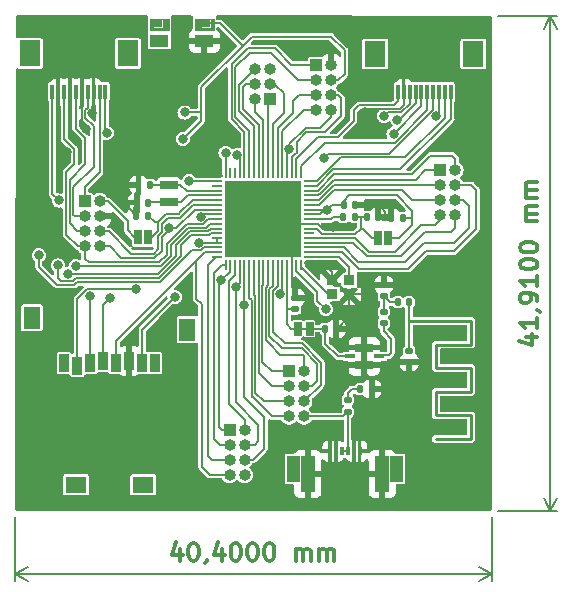
<source format=gbr>
%TF.GenerationSoftware,KiCad,Pcbnew,7.0.1*%
%TF.CreationDate,2023-05-03T15:55:27+02:00*%
%TF.ProjectId,board,626f6172-642e-46b6-9963-61645f706362,rev?*%
%TF.SameCoordinates,Original*%
%TF.FileFunction,Copper,L1,Top*%
%TF.FilePolarity,Positive*%
%FSLAX46Y46*%
G04 Gerber Fmt 4.6, Leading zero omitted, Abs format (unit mm)*
G04 Created by KiCad (PCBNEW 7.0.1) date 2023-05-03 15:55:27*
%MOMM*%
%LPD*%
G01*
G04 APERTURE LIST*
G04 Aperture macros list*
%AMRoundRect*
0 Rectangle with rounded corners*
0 $1 Rounding radius*
0 $2 $3 $4 $5 $6 $7 $8 $9 X,Y pos of 4 corners*
0 Add a 4 corners polygon primitive as box body*
4,1,4,$2,$3,$4,$5,$6,$7,$8,$9,$2,$3,0*
0 Add four circle primitives for the rounded corners*
1,1,$1+$1,$2,$3*
1,1,$1+$1,$4,$5*
1,1,$1+$1,$6,$7*
1,1,$1+$1,$8,$9*
0 Add four rect primitives between the rounded corners*
20,1,$1+$1,$2,$3,$4,$5,0*
20,1,$1+$1,$4,$5,$6,$7,0*
20,1,$1+$1,$6,$7,$8,$9,0*
20,1,$1+$1,$8,$9,$2,$3,0*%
G04 Aperture macros list end*
%TA.AperFunction,NonConductor*%
%ADD10C,0.200000*%
%TD*%
%TA.AperFunction,NonConductor*%
%ADD11C,0.250000*%
%TD*%
%ADD12C,0.300000*%
%TA.AperFunction,NonConductor*%
%ADD13C,0.300000*%
%TD*%
%TA.AperFunction,EtchedComponent*%
%ADD14C,0.254000*%
%TD*%
%TA.AperFunction,EtchedComponent*%
%ADD15C,0.203200*%
%TD*%
%TA.AperFunction,EtchedComponent*%
%ADD16C,0.000100*%
%TD*%
%TA.AperFunction,SMDPad,CuDef*%
%ADD17RoundRect,0.127000X0.000000X0.000000X0.000000X0.000000X0.000000X0.000000X0.000000X0.000000X0*%
%TD*%
%TA.AperFunction,SMDPad,CuDef*%
%ADD18RoundRect,0.140000X-0.170000X0.140000X-0.170000X-0.140000X0.170000X-0.140000X0.170000X0.140000X0*%
%TD*%
%TA.AperFunction,SMDPad,CuDef*%
%ADD19R,1.500000X0.800000*%
%TD*%
%TA.AperFunction,SMDPad,CuDef*%
%ADD20R,0.300000X1.300000*%
%TD*%
%TA.AperFunction,SMDPad,CuDef*%
%ADD21R,1.800000X2.200000*%
%TD*%
%TA.AperFunction,SMDPad,CuDef*%
%ADD22RoundRect,0.140000X-0.140000X-0.170000X0.140000X-0.170000X0.140000X0.170000X-0.140000X0.170000X0*%
%TD*%
%TA.AperFunction,SMDPad,CuDef*%
%ADD23RoundRect,0.140000X0.170000X-0.140000X0.170000X0.140000X-0.170000X0.140000X-0.170000X-0.140000X0*%
%TD*%
%TA.AperFunction,SMDPad,CuDef*%
%ADD24RoundRect,0.147500X0.147500X0.172500X-0.147500X0.172500X-0.147500X-0.172500X0.147500X-0.172500X0*%
%TD*%
%TA.AperFunction,SMDPad,CuDef*%
%ADD25RoundRect,0.140000X0.140000X0.170000X-0.140000X0.170000X-0.140000X-0.170000X0.140000X-0.170000X0*%
%TD*%
%TA.AperFunction,SMDPad,CuDef*%
%ADD26R,0.635000X1.270000*%
%TD*%
%TA.AperFunction,ComponentPad*%
%ADD27R,1.000000X1.000000*%
%TD*%
%TA.AperFunction,ComponentPad*%
%ADD28O,1.000000X1.000000*%
%TD*%
%TA.AperFunction,SMDPad,CuDef*%
%ADD29RoundRect,0.135000X0.185000X-0.135000X0.185000X0.135000X-0.185000X0.135000X-0.185000X-0.135000X0*%
%TD*%
%TA.AperFunction,SMDPad,CuDef*%
%ADD30R,0.300000X0.800000*%
%TD*%
%TA.AperFunction,SMDPad,CuDef*%
%ADD31R,1.300000X3.049999*%
%TD*%
%TA.AperFunction,SMDPad,CuDef*%
%ADD32R,1.600000X1.000000*%
%TD*%
%TA.AperFunction,ComponentPad*%
%ADD33R,0.800000X0.800000*%
%TD*%
%TA.AperFunction,SMDPad,CuDef*%
%ADD34R,0.950000X0.850000*%
%TD*%
%TA.AperFunction,SMDPad,CuDef*%
%ADD35RoundRect,0.135000X0.135000X0.185000X-0.135000X0.185000X-0.135000X-0.185000X0.135000X-0.185000X0*%
%TD*%
%TA.AperFunction,SMDPad,CuDef*%
%ADD36R,0.950000X0.350000*%
%TD*%
%TA.AperFunction,SMDPad,CuDef*%
%ADD37R,1.650000X0.750000*%
%TD*%
%TA.AperFunction,SMDPad,CuDef*%
%ADD38R,0.970000X0.220000*%
%TD*%
%TA.AperFunction,SMDPad,CuDef*%
%ADD39R,0.220000X0.970000*%
%TD*%
%TA.AperFunction,SMDPad,CuDef*%
%ADD40R,6.400000X6.400000*%
%TD*%
%TA.AperFunction,SMDPad,CuDef*%
%ADD41RoundRect,0.147500X-0.147500X-0.172500X0.147500X-0.172500X0.147500X0.172500X-0.147500X0.172500X0*%
%TD*%
%TA.AperFunction,SMDPad,CuDef*%
%ADD42R,0.812800X1.498600*%
%TD*%
%TA.AperFunction,SMDPad,CuDef*%
%ADD43R,1.803400X1.397000*%
%TD*%
%TA.AperFunction,SMDPad,CuDef*%
%ADD44R,1.397000X1.905000*%
%TD*%
%TA.AperFunction,ViaPad*%
%ADD45C,0.800000*%
%TD*%
%TA.AperFunction,Conductor*%
%ADD46C,0.200000*%
%TD*%
G04 APERTURE END LIST*
D10*
X234400000Y-61725000D02*
X233350000Y-61725000D01*
D11*
X251837500Y-86950000D02*
X250612500Y-86950000D01*
D12*
D13*
X260396785Y-88269284D02*
X261396785Y-88269284D01*
X259825357Y-88626426D02*
X260896785Y-88983569D01*
X260896785Y-88983569D02*
X260896785Y-88054998D01*
X261396785Y-86697855D02*
X261396785Y-87554998D01*
X261396785Y-87126427D02*
X259896785Y-87126427D01*
X259896785Y-87126427D02*
X260111071Y-87269284D01*
X260111071Y-87269284D02*
X260253928Y-87412141D01*
X260253928Y-87412141D02*
X260325357Y-87554998D01*
X261325357Y-85983570D02*
X261396785Y-85983570D01*
X261396785Y-85983570D02*
X261539642Y-86054999D01*
X261539642Y-86054999D02*
X261611071Y-86126427D01*
X261396785Y-85269284D02*
X261396785Y-84983570D01*
X261396785Y-84983570D02*
X261325357Y-84840713D01*
X261325357Y-84840713D02*
X261253928Y-84769284D01*
X261253928Y-84769284D02*
X261039642Y-84626427D01*
X261039642Y-84626427D02*
X260753928Y-84554998D01*
X260753928Y-84554998D02*
X260182499Y-84554998D01*
X260182499Y-84554998D02*
X260039642Y-84626427D01*
X260039642Y-84626427D02*
X259968214Y-84697856D01*
X259968214Y-84697856D02*
X259896785Y-84840713D01*
X259896785Y-84840713D02*
X259896785Y-85126427D01*
X259896785Y-85126427D02*
X259968214Y-85269284D01*
X259968214Y-85269284D02*
X260039642Y-85340713D01*
X260039642Y-85340713D02*
X260182499Y-85412141D01*
X260182499Y-85412141D02*
X260539642Y-85412141D01*
X260539642Y-85412141D02*
X260682499Y-85340713D01*
X260682499Y-85340713D02*
X260753928Y-85269284D01*
X260753928Y-85269284D02*
X260825357Y-85126427D01*
X260825357Y-85126427D02*
X260825357Y-84840713D01*
X260825357Y-84840713D02*
X260753928Y-84697856D01*
X260753928Y-84697856D02*
X260682499Y-84626427D01*
X260682499Y-84626427D02*
X260539642Y-84554998D01*
X261396785Y-83126427D02*
X261396785Y-83983570D01*
X261396785Y-83554999D02*
X259896785Y-83554999D01*
X259896785Y-83554999D02*
X260111071Y-83697856D01*
X260111071Y-83697856D02*
X260253928Y-83840713D01*
X260253928Y-83840713D02*
X260325357Y-83983570D01*
X259896785Y-82197856D02*
X259896785Y-82054999D01*
X259896785Y-82054999D02*
X259968214Y-81912142D01*
X259968214Y-81912142D02*
X260039642Y-81840714D01*
X260039642Y-81840714D02*
X260182499Y-81769285D01*
X260182499Y-81769285D02*
X260468214Y-81697856D01*
X260468214Y-81697856D02*
X260825357Y-81697856D01*
X260825357Y-81697856D02*
X261111071Y-81769285D01*
X261111071Y-81769285D02*
X261253928Y-81840714D01*
X261253928Y-81840714D02*
X261325357Y-81912142D01*
X261325357Y-81912142D02*
X261396785Y-82054999D01*
X261396785Y-82054999D02*
X261396785Y-82197856D01*
X261396785Y-82197856D02*
X261325357Y-82340714D01*
X261325357Y-82340714D02*
X261253928Y-82412142D01*
X261253928Y-82412142D02*
X261111071Y-82483571D01*
X261111071Y-82483571D02*
X260825357Y-82554999D01*
X260825357Y-82554999D02*
X260468214Y-82554999D01*
X260468214Y-82554999D02*
X260182499Y-82483571D01*
X260182499Y-82483571D02*
X260039642Y-82412142D01*
X260039642Y-82412142D02*
X259968214Y-82340714D01*
X259968214Y-82340714D02*
X259896785Y-82197856D01*
X259896785Y-80769285D02*
X259896785Y-80626428D01*
X259896785Y-80626428D02*
X259968214Y-80483571D01*
X259968214Y-80483571D02*
X260039642Y-80412143D01*
X260039642Y-80412143D02*
X260182499Y-80340714D01*
X260182499Y-80340714D02*
X260468214Y-80269285D01*
X260468214Y-80269285D02*
X260825357Y-80269285D01*
X260825357Y-80269285D02*
X261111071Y-80340714D01*
X261111071Y-80340714D02*
X261253928Y-80412143D01*
X261253928Y-80412143D02*
X261325357Y-80483571D01*
X261325357Y-80483571D02*
X261396785Y-80626428D01*
X261396785Y-80626428D02*
X261396785Y-80769285D01*
X261396785Y-80769285D02*
X261325357Y-80912143D01*
X261325357Y-80912143D02*
X261253928Y-80983571D01*
X261253928Y-80983571D02*
X261111071Y-81055000D01*
X261111071Y-81055000D02*
X260825357Y-81126428D01*
X260825357Y-81126428D02*
X260468214Y-81126428D01*
X260468214Y-81126428D02*
X260182499Y-81055000D01*
X260182499Y-81055000D02*
X260039642Y-80983571D01*
X260039642Y-80983571D02*
X259968214Y-80912143D01*
X259968214Y-80912143D02*
X259896785Y-80769285D01*
X261396785Y-78483572D02*
X260396785Y-78483572D01*
X260539642Y-78483572D02*
X260468214Y-78412143D01*
X260468214Y-78412143D02*
X260396785Y-78269286D01*
X260396785Y-78269286D02*
X260396785Y-78055000D01*
X260396785Y-78055000D02*
X260468214Y-77912143D01*
X260468214Y-77912143D02*
X260611071Y-77840715D01*
X260611071Y-77840715D02*
X261396785Y-77840715D01*
X260611071Y-77840715D02*
X260468214Y-77769286D01*
X260468214Y-77769286D02*
X260396785Y-77626429D01*
X260396785Y-77626429D02*
X260396785Y-77412143D01*
X260396785Y-77412143D02*
X260468214Y-77269286D01*
X260468214Y-77269286D02*
X260611071Y-77197857D01*
X260611071Y-77197857D02*
X261396785Y-77197857D01*
X261396785Y-76483572D02*
X260396785Y-76483572D01*
X260539642Y-76483572D02*
X260468214Y-76412143D01*
X260468214Y-76412143D02*
X260396785Y-76269286D01*
X260396785Y-76269286D02*
X260396785Y-76055000D01*
X260396785Y-76055000D02*
X260468214Y-75912143D01*
X260468214Y-75912143D02*
X260611071Y-75840715D01*
X260611071Y-75840715D02*
X261396785Y-75840715D01*
X260611071Y-75840715D02*
X260468214Y-75769286D01*
X260468214Y-75769286D02*
X260396785Y-75626429D01*
X260396785Y-75626429D02*
X260396785Y-75412143D01*
X260396785Y-75412143D02*
X260468214Y-75269286D01*
X260468214Y-75269286D02*
X260611071Y-75197857D01*
X260611071Y-75197857D02*
X261396785Y-75197857D01*
D10*
X258060000Y-61100000D02*
X263089277Y-61100000D01*
X258060000Y-103010000D02*
X263089277Y-103010000D01*
X262502857Y-61100000D02*
X262502857Y-103010000D01*
X262502857Y-61100000D02*
X262502857Y-103010000D01*
X262502857Y-61100000D02*
X263089278Y-62226504D01*
X262502857Y-61100000D02*
X261916436Y-62226504D01*
X262502857Y-103010000D02*
X261916436Y-101883496D01*
X262502857Y-103010000D02*
X263089278Y-101883496D01*
D12*
D13*
X231135716Y-106218928D02*
X231135716Y-107218928D01*
X230778573Y-105647500D02*
X230421430Y-106718928D01*
X230421430Y-106718928D02*
X231350001Y-106718928D01*
X232207144Y-105718928D02*
X232350001Y-105718928D01*
X232350001Y-105718928D02*
X232492858Y-105790357D01*
X232492858Y-105790357D02*
X232564287Y-105861785D01*
X232564287Y-105861785D02*
X232635715Y-106004642D01*
X232635715Y-106004642D02*
X232707144Y-106290357D01*
X232707144Y-106290357D02*
X232707144Y-106647500D01*
X232707144Y-106647500D02*
X232635715Y-106933214D01*
X232635715Y-106933214D02*
X232564287Y-107076071D01*
X232564287Y-107076071D02*
X232492858Y-107147500D01*
X232492858Y-107147500D02*
X232350001Y-107218928D01*
X232350001Y-107218928D02*
X232207144Y-107218928D01*
X232207144Y-107218928D02*
X232064287Y-107147500D01*
X232064287Y-107147500D02*
X231992858Y-107076071D01*
X231992858Y-107076071D02*
X231921429Y-106933214D01*
X231921429Y-106933214D02*
X231850001Y-106647500D01*
X231850001Y-106647500D02*
X231850001Y-106290357D01*
X231850001Y-106290357D02*
X231921429Y-106004642D01*
X231921429Y-106004642D02*
X231992858Y-105861785D01*
X231992858Y-105861785D02*
X232064287Y-105790357D01*
X232064287Y-105790357D02*
X232207144Y-105718928D01*
X233421429Y-107147500D02*
X233421429Y-107218928D01*
X233421429Y-107218928D02*
X233350000Y-107361785D01*
X233350000Y-107361785D02*
X233278572Y-107433214D01*
X234707144Y-106218928D02*
X234707144Y-107218928D01*
X234350001Y-105647500D02*
X233992858Y-106718928D01*
X233992858Y-106718928D02*
X234921429Y-106718928D01*
X235778572Y-105718928D02*
X235921429Y-105718928D01*
X235921429Y-105718928D02*
X236064286Y-105790357D01*
X236064286Y-105790357D02*
X236135715Y-105861785D01*
X236135715Y-105861785D02*
X236207143Y-106004642D01*
X236207143Y-106004642D02*
X236278572Y-106290357D01*
X236278572Y-106290357D02*
X236278572Y-106647500D01*
X236278572Y-106647500D02*
X236207143Y-106933214D01*
X236207143Y-106933214D02*
X236135715Y-107076071D01*
X236135715Y-107076071D02*
X236064286Y-107147500D01*
X236064286Y-107147500D02*
X235921429Y-107218928D01*
X235921429Y-107218928D02*
X235778572Y-107218928D01*
X235778572Y-107218928D02*
X235635715Y-107147500D01*
X235635715Y-107147500D02*
X235564286Y-107076071D01*
X235564286Y-107076071D02*
X235492857Y-106933214D01*
X235492857Y-106933214D02*
X235421429Y-106647500D01*
X235421429Y-106647500D02*
X235421429Y-106290357D01*
X235421429Y-106290357D02*
X235492857Y-106004642D01*
X235492857Y-106004642D02*
X235564286Y-105861785D01*
X235564286Y-105861785D02*
X235635715Y-105790357D01*
X235635715Y-105790357D02*
X235778572Y-105718928D01*
X237207143Y-105718928D02*
X237350000Y-105718928D01*
X237350000Y-105718928D02*
X237492857Y-105790357D01*
X237492857Y-105790357D02*
X237564286Y-105861785D01*
X237564286Y-105861785D02*
X237635714Y-106004642D01*
X237635714Y-106004642D02*
X237707143Y-106290357D01*
X237707143Y-106290357D02*
X237707143Y-106647500D01*
X237707143Y-106647500D02*
X237635714Y-106933214D01*
X237635714Y-106933214D02*
X237564286Y-107076071D01*
X237564286Y-107076071D02*
X237492857Y-107147500D01*
X237492857Y-107147500D02*
X237350000Y-107218928D01*
X237350000Y-107218928D02*
X237207143Y-107218928D01*
X237207143Y-107218928D02*
X237064286Y-107147500D01*
X237064286Y-107147500D02*
X236992857Y-107076071D01*
X236992857Y-107076071D02*
X236921428Y-106933214D01*
X236921428Y-106933214D02*
X236850000Y-106647500D01*
X236850000Y-106647500D02*
X236850000Y-106290357D01*
X236850000Y-106290357D02*
X236921428Y-106004642D01*
X236921428Y-106004642D02*
X236992857Y-105861785D01*
X236992857Y-105861785D02*
X237064286Y-105790357D01*
X237064286Y-105790357D02*
X237207143Y-105718928D01*
X238635714Y-105718928D02*
X238778571Y-105718928D01*
X238778571Y-105718928D02*
X238921428Y-105790357D01*
X238921428Y-105790357D02*
X238992857Y-105861785D01*
X238992857Y-105861785D02*
X239064285Y-106004642D01*
X239064285Y-106004642D02*
X239135714Y-106290357D01*
X239135714Y-106290357D02*
X239135714Y-106647500D01*
X239135714Y-106647500D02*
X239064285Y-106933214D01*
X239064285Y-106933214D02*
X238992857Y-107076071D01*
X238992857Y-107076071D02*
X238921428Y-107147500D01*
X238921428Y-107147500D02*
X238778571Y-107218928D01*
X238778571Y-107218928D02*
X238635714Y-107218928D01*
X238635714Y-107218928D02*
X238492857Y-107147500D01*
X238492857Y-107147500D02*
X238421428Y-107076071D01*
X238421428Y-107076071D02*
X238349999Y-106933214D01*
X238349999Y-106933214D02*
X238278571Y-106647500D01*
X238278571Y-106647500D02*
X238278571Y-106290357D01*
X238278571Y-106290357D02*
X238349999Y-106004642D01*
X238349999Y-106004642D02*
X238421428Y-105861785D01*
X238421428Y-105861785D02*
X238492857Y-105790357D01*
X238492857Y-105790357D02*
X238635714Y-105718928D01*
X240921427Y-107218928D02*
X240921427Y-106218928D01*
X240921427Y-106361785D02*
X240992856Y-106290357D01*
X240992856Y-106290357D02*
X241135713Y-106218928D01*
X241135713Y-106218928D02*
X241349999Y-106218928D01*
X241349999Y-106218928D02*
X241492856Y-106290357D01*
X241492856Y-106290357D02*
X241564285Y-106433214D01*
X241564285Y-106433214D02*
X241564285Y-107218928D01*
X241564285Y-106433214D02*
X241635713Y-106290357D01*
X241635713Y-106290357D02*
X241778570Y-106218928D01*
X241778570Y-106218928D02*
X241992856Y-106218928D01*
X241992856Y-106218928D02*
X242135713Y-106290357D01*
X242135713Y-106290357D02*
X242207142Y-106433214D01*
X242207142Y-106433214D02*
X242207142Y-107218928D01*
X242921427Y-107218928D02*
X242921427Y-106218928D01*
X242921427Y-106361785D02*
X242992856Y-106290357D01*
X242992856Y-106290357D02*
X243135713Y-106218928D01*
X243135713Y-106218928D02*
X243349999Y-106218928D01*
X243349999Y-106218928D02*
X243492856Y-106290357D01*
X243492856Y-106290357D02*
X243564285Y-106433214D01*
X243564285Y-106433214D02*
X243564285Y-107218928D01*
X243564285Y-106433214D02*
X243635713Y-106290357D01*
X243635713Y-106290357D02*
X243778570Y-106218928D01*
X243778570Y-106218928D02*
X243992856Y-106218928D01*
X243992856Y-106218928D02*
X244135713Y-106290357D01*
X244135713Y-106290357D02*
X244207142Y-106433214D01*
X244207142Y-106433214D02*
X244207142Y-107218928D01*
D10*
X257550000Y-103500000D02*
X257550000Y-108911420D01*
X217150000Y-103500000D02*
X217150000Y-108911420D01*
X257550000Y-108325000D02*
X217150000Y-108325000D01*
X257550000Y-108325000D02*
X217150000Y-108325000D01*
X257550000Y-108325000D02*
X256423496Y-108911421D01*
X257550000Y-108325000D02*
X256423496Y-107738579D01*
X217150000Y-108325000D02*
X218276504Y-107738579D01*
X217150000Y-108325000D02*
X218276504Y-108911421D01*
D14*
%TO.C,U$6*%
X255800000Y-96925000D02*
X252800000Y-96925000D01*
X255800000Y-94925000D02*
X255800000Y-96925000D01*
X255800000Y-92925000D02*
X252800000Y-92925000D01*
X255800000Y-90925000D02*
X255800000Y-92925000D01*
X255800000Y-88925000D02*
X252800000Y-88925000D01*
X255800000Y-86925000D02*
X255800000Y-88925000D01*
X252800000Y-94925000D02*
X255800000Y-94925000D01*
X252800000Y-92925000D02*
X252800000Y-94925000D01*
X252800000Y-90925000D02*
X255800000Y-90925000D01*
X252800000Y-88925000D02*
X252800000Y-90925000D01*
X251800000Y-86925000D02*
X255800000Y-86925000D01*
D15*
%TO.C,SJ3*%
X241219000Y-87575000D02*
X241981000Y-87575000D01*
%TA.AperFunction,EtchedComponent*%
%TO.C,J2*%
G36*
X241300000Y-100550000D02*
G01*
X240200000Y-100550000D01*
X240200000Y-98350000D01*
X241300000Y-98350000D01*
X241300000Y-100550000D01*
G37*
%TD.AperFunction*%
%TA.AperFunction,EtchedComponent*%
G36*
X250000000Y-100550000D02*
G01*
X248900000Y-100550000D01*
X248900000Y-98350000D01*
X250000000Y-98350000D01*
X250000000Y-100550000D01*
G37*
%TD.AperFunction*%
%TO.C,SW1*%
D16*
X234000000Y-62325000D02*
X233200000Y-62325000D01*
X233200000Y-62125000D01*
X233725000Y-62125000D01*
X233725000Y-61400000D01*
X233200000Y-61400000D01*
X233200000Y-61325000D01*
X234000000Y-61325000D01*
X234000000Y-62325000D01*
%TA.AperFunction,EtchedComponent*%
G36*
X234000000Y-62325000D02*
G01*
X233200000Y-62325000D01*
X233200000Y-62125000D01*
X233725000Y-62125000D01*
X233725000Y-61400000D01*
X233200000Y-61400000D01*
X233200000Y-61325000D01*
X234000000Y-61325000D01*
X234000000Y-62325000D01*
G37*
%TD.AperFunction*%
X233200000Y-61400000D02*
X232925000Y-61400000D01*
X232925000Y-62125000D01*
X233200000Y-62125000D01*
X233200000Y-62325000D01*
X232400000Y-62325000D01*
X232400000Y-61325000D01*
X233200000Y-61325000D01*
X233200000Y-61400000D01*
%TA.AperFunction,EtchedComponent*%
G36*
X233200000Y-61400000D02*
G01*
X232925000Y-61400000D01*
X232925000Y-62125000D01*
X233200000Y-62125000D01*
X233200000Y-62325000D01*
X232400000Y-62325000D01*
X232400000Y-61325000D01*
X233200000Y-61325000D01*
X233200000Y-61400000D01*
G37*
%TD.AperFunction*%
X230200000Y-62325000D02*
X229400000Y-62325000D01*
X229400000Y-62125000D01*
X229675000Y-62125000D01*
X229675000Y-61400000D01*
X229400000Y-61400000D01*
X229400000Y-61325000D01*
X230200000Y-61325000D01*
X230200000Y-62325000D01*
%TA.AperFunction,EtchedComponent*%
G36*
X230200000Y-62325000D02*
G01*
X229400000Y-62325000D01*
X229400000Y-62125000D01*
X229675000Y-62125000D01*
X229675000Y-61400000D01*
X229400000Y-61400000D01*
X229400000Y-61325000D01*
X230200000Y-61325000D01*
X230200000Y-62325000D01*
G37*
%TD.AperFunction*%
X229400000Y-61400000D02*
X228875000Y-61400000D01*
X228875000Y-62125000D01*
X229400000Y-62125000D01*
X229400000Y-62325000D01*
X228600000Y-62325000D01*
X228600000Y-61325000D01*
X229400000Y-61325000D01*
X229400000Y-61400000D01*
%TA.AperFunction,EtchedComponent*%
G36*
X229400000Y-61400000D02*
G01*
X228875000Y-61400000D01*
X228875000Y-62125000D01*
X229400000Y-62125000D01*
X229400000Y-62325000D01*
X228600000Y-62325000D01*
X228600000Y-61325000D01*
X229400000Y-61325000D01*
X229400000Y-61400000D01*
G37*
%TD.AperFunction*%
%TD*%
D17*
%TO.P,U$6,P$1,P$1*%
%TO.N,Net-(C7-Pad2)*%
X251800000Y-86925000D03*
%TD*%
D18*
%TO.P,C4,1*%
%TO.N,GND*%
X240900000Y-84945000D03*
%TO.P,C4,2*%
%TO.N,/board_2/RF1*%
X240900000Y-85905000D03*
%TD*%
D19*
%TO.P,Y1,1,1*%
%TO.N,PC15*%
X230175000Y-76875000D03*
%TO.P,Y1,2,2*%
%TO.N,PC14*%
X230175000Y-75375000D03*
%TD*%
D20*
%TO.P,J1,1,1*%
%TO.N,INT2*%
X254075000Y-67566920D03*
%TO.P,J1,2,2*%
%TO.N,INT1*%
X253575000Y-67566920D03*
%TO.P,J1,3,3*%
%TO.N,GPIO*%
X253075000Y-67566920D03*
%TO.P,J1,4,4*%
%TO.N,CS_D*%
X252575000Y-67566920D03*
%TO.P,J1,5,5*%
%TO.N,PA11*%
X252075000Y-67566920D03*
%TO.P,J1,6,6*%
%TO.N,PB9*%
X251575000Y-67566920D03*
%TO.P,J1,7,7*%
%TO.N,PB8*%
X251075000Y-67566920D03*
%TO.P,J1,8,8*%
%TO.N,VDD*%
X250575000Y-67566920D03*
%TO.P,J1,9,9*%
%TO.N,GND*%
X250075000Y-67566920D03*
%TO.P,J1,10,10*%
%TO.N,EN*%
X249575000Y-67566920D03*
D21*
%TO.P,J1,11*%
%TO.N,N/C*%
X255975000Y-64316920D03*
%TO.P,J1,12*%
X247675000Y-64316920D03*
%TD*%
D22*
%TO.P,C18,1*%
%TO.N,GND*%
X249020000Y-78175000D03*
%TO.P,C18,2*%
%TO.N,VDD*%
X249980000Y-78175000D03*
%TD*%
D23*
%TO.P,C9,1*%
%TO.N,Net-(FL1-OUT)*%
X248375000Y-87105000D03*
%TO.P,C9,2*%
%TO.N,Net-(C5-Pad2)*%
X248375000Y-86145000D03*
%TD*%
D24*
%TO.P,D1,1,K*%
%TO.N,GND*%
X247385000Y-92700000D03*
%TO.P,D1,2,A*%
%TO.N,Net-(D1-A)*%
X246415000Y-92700000D03*
%TD*%
D20*
%TO.P,J3,1,1*%
%TO.N,ADC5*%
X224825000Y-67516920D03*
%TO.P,J3,2,2*%
%TO.N,ADC4*%
X224325000Y-67516920D03*
%TO.P,J3,3,3*%
%TO.N,GND*%
X223825000Y-67516920D03*
%TO.P,J3,4,4*%
%TO.N,ADC3*%
X223325000Y-67516920D03*
%TO.P,J3,5,5*%
%TO.N,GND*%
X222825000Y-67516920D03*
%TO.P,J3,6,6*%
%TO.N,ADC2*%
X222325000Y-67516920D03*
%TO.P,J3,7,7*%
%TO.N,GND*%
X221825000Y-67516920D03*
%TO.P,J3,8,8*%
%TO.N,ADC1*%
X221325000Y-67516920D03*
%TO.P,J3,9,9*%
%TO.N,GND*%
X220825000Y-67516920D03*
%TO.P,J3,10,10*%
%TO.N,VDD*%
X220325000Y-67516920D03*
D21*
%TO.P,J3,11*%
%TO.N,N/C*%
X226725000Y-64266920D03*
%TO.P,J3,12*%
X218425000Y-64266920D03*
%TD*%
D25*
%TO.P,C2,1*%
%TO.N,PC15*%
X228430000Y-76900000D03*
%TO.P,C2,2*%
%TO.N,GND*%
X227470000Y-76900000D03*
%TD*%
D26*
%TO.P,SJ3,1,1*%
%TO.N,/board_2/RF1*%
X241092000Y-87575000D03*
%TO.P,SJ3,2,2*%
%TO.N,Net-(FL1-IN)*%
X242108000Y-87575000D03*
%TD*%
D27*
%TO.P,J8,1,Pin_1*%
%TO.N,PC11*%
X238750000Y-68100000D03*
D28*
%TO.P,J8,2,Pin_2*%
%TO.N,PC12*%
X237480000Y-68100000D03*
%TO.P,J8,3,Pin_3*%
%TO.N,GPIO*%
X238750000Y-66830000D03*
%TO.P,J8,4,Pin_4*%
%TO.N,PD0*%
X237480000Y-66830000D03*
%TO.P,J8,5,Pin_5*%
%TO.N,unconnected-(J8-Pin_5-Pad5)*%
X238750000Y-65560000D03*
%TO.P,J8,6,Pin_6*%
%TO.N,PD1*%
X237480000Y-65560000D03*
%TD*%
D29*
%TO.P,R3,1*%
%TO.N,VDD*%
X245350000Y-94610000D03*
%TO.P,R3,2*%
%TO.N,Net-(D1-A)*%
X245350000Y-93590000D03*
%TD*%
D30*
%TO.P,J2,1,1*%
%TO.N,GND*%
X243850003Y-97950000D03*
%TO.P,J2,2,2*%
X244350002Y-97950000D03*
%TO.P,J2,3,3*%
%TO.N,VDD*%
X244850003Y-97950000D03*
%TO.P,J2,4,4*%
X245350002Y-97950000D03*
%TO.P,J2,5,5*%
%TO.N,GND*%
X245850004Y-97950000D03*
%TO.P,J2,6,6*%
X246350003Y-97950000D03*
D31*
%TO.P,J2,P1,P1*%
X241950003Y-99875000D03*
%TO.P,J2,P2,P2*%
X248249997Y-99875000D03*
%TD*%
D22*
%TO.P,C19,1*%
%TO.N,Net-(U3D-VFBSMPS)*%
X246970000Y-78150000D03*
%TO.P,C19,2*%
%TO.N,GND*%
X247930000Y-78150000D03*
%TD*%
D32*
%TO.P,SW1,1*%
%TO.N,GND*%
X233200000Y-63225000D03*
%TO.P,SW1,2*%
%TO.N,unconnected-(SW1-Pad2)*%
X229400000Y-63225000D03*
D33*
%TO.P,SW1,3*%
%TO.N,NRST*%
X233325000Y-61725000D03*
%TO.P,SW1,4*%
%TO.N,unconnected-(SW1-Pad4)*%
X229275000Y-61725000D03*
%TD*%
D27*
%TO.P,J9,1,Pin_1*%
%TO.N,PB14*%
X253175000Y-74150000D03*
D28*
%TO.P,J9,2,Pin_2*%
%TO.N,PB15*%
X254445000Y-74150000D03*
%TO.P,J9,3,Pin_3*%
%TO.N,PB13*%
X253175000Y-75420000D03*
%TO.P,J9,4,Pin_4*%
%TO.N,AT0*%
X254445000Y-75420000D03*
%TO.P,J9,5,Pin_5*%
%TO.N,PB12*%
X253175000Y-76690000D03*
%TO.P,J9,6,Pin_6*%
%TO.N,AT1*%
X254445000Y-76690000D03*
%TO.P,J9,7,Pin_7*%
%TO.N,PB1*%
X253175000Y-77960000D03*
%TO.P,J9,8,Pin_8*%
%TO.N,PB0*%
X254445000Y-77960000D03*
%TD*%
D26*
%TO.P,SJ5,1,1*%
%TO.N,Net-(U3D-VFBSMPS)*%
X247924100Y-79875000D03*
%TO.P,SJ5,2,2*%
%TO.N,VDD*%
X248737700Y-79875000D03*
%TD*%
D23*
%TO.P,C7,1*%
%TO.N,GND*%
X250550000Y-90405000D03*
%TO.P,C7,2*%
%TO.N,Net-(C7-Pad2)*%
X250550000Y-89445000D03*
%TD*%
D34*
%TO.P,U$1,1,1*%
%TO.N,OSC_OUT*%
X244000000Y-84650000D03*
%TO.P,U$1,2,2*%
%TO.N,GND*%
X245450000Y-84650000D03*
%TO.P,U$1,3,3*%
%TO.N,OSC_IN*%
X245450000Y-83500000D03*
%TO.P,U$1,4,4*%
%TO.N,GND*%
X244000000Y-83500000D03*
%TD*%
D35*
%TO.P,R2,1*%
%TO.N,Net-(U3C-PH3-BOOT0)*%
X228460000Y-78025000D03*
%TO.P,R2,2*%
%TO.N,GND*%
X227440000Y-78025000D03*
%TD*%
D27*
%TO.P,J6,1,Pin_1*%
%TO.N,ADC4*%
X223080000Y-76790000D03*
D28*
%TO.P,J6,2,Pin_2*%
%TO.N,VDD*%
X224350000Y-76790000D03*
%TO.P,J6,3,Pin_3*%
%TO.N,ADC3*%
X223080000Y-78060000D03*
%TO.P,J6,4,Pin_4*%
%TO.N,GND*%
X224350000Y-78060000D03*
%TO.P,J6,5,Pin_5*%
%TO.N,ADC2*%
X223080000Y-79330000D03*
%TO.P,J6,6,Pin_6*%
%TO.N,PB8*%
X224350000Y-79330000D03*
%TO.P,J6,7,Pin_7*%
%TO.N,ADC1*%
X223080000Y-80600000D03*
%TO.P,J6,8,Pin_8*%
%TO.N,PB9*%
X224350000Y-80600000D03*
%TD*%
D18*
%TO.P,C5,1*%
%TO.N,GND*%
X248375000Y-83845000D03*
%TO.P,C5,2*%
%TO.N,Net-(C5-Pad2)*%
X248375000Y-84805000D03*
%TD*%
D27*
%TO.P,J10,1,Pin_1*%
%TO.N,PB4_NJTRST*%
X242655000Y-65285000D03*
D28*
%TO.P,J10,2,Pin_2*%
%TO.N,GND*%
X243925000Y-65285000D03*
%TO.P,J10,3,Pin_3*%
%TO.N,PB3_JTDO*%
X242655000Y-66555000D03*
%TO.P,J10,4,Pin_4*%
%TO.N,NRST*%
X243925000Y-66555000D03*
%TO.P,J10,5,Pin_5*%
%TO.N,PA15_JTDI*%
X242655000Y-67825000D03*
%TO.P,J10,6,Pin_6*%
%TO.N,PA13_SWDIO*%
X243925000Y-67825000D03*
%TO.P,J10,7,Pin_7*%
%TO.N,PA14_SWCLOCK*%
X242655000Y-69095000D03*
%TO.P,J10,8,Pin_8*%
%TO.N,VDD*%
X243925000Y-69095000D03*
%TD*%
D36*
%TO.P,FL1,1,IN*%
%TO.N,Net-(FL1-IN)*%
X245488000Y-89925000D03*
D37*
%TO.P,FL1,2,GND_1*%
%TO.N,GND*%
X246750000Y-90675000D03*
D36*
%TO.P,FL1,3,OUT*%
%TO.N,Net-(FL1-OUT)*%
X248013000Y-89925000D03*
D37*
%TO.P,FL1,4,GND_2*%
%TO.N,GND*%
X246750000Y-89175000D03*
%TD*%
D38*
%TO.P,U3,1,VBAT*%
%TO.N,VDD*%
X234290000Y-75100000D03*
%TO.P,U3,2,PC13/CM4_EVENTOUT/RTC_TAMP1/RTC_TS/RTC_OUT/WKUP2*%
%TO.N,PC13*%
X234290000Y-75500000D03*
%TO.P,U3,3,PC14-OSC32_IN*%
%TO.N,PC14*%
X234290000Y-75900000D03*
%TO.P,U3,4,PC15-OSC32_OUT*%
%TO.N,PC15*%
X234290000Y-76300000D03*
%TO.P,U3,5,PH3-BOOT0*%
%TO.N,Net-(U3C-PH3-BOOT0)*%
X234290000Y-76700000D03*
%TO.P,U3,6,PB8/TIM1_CH2N/SAI1_PDM_CK1/I2C1_SCL/QUADSPI_BK1_IO1/LCD_SEG16/SAI1_MCLK_A/TIM16_CH1/CM4_EVENTOUT*%
%TO.N,PB8*%
X234290000Y-77100000D03*
%TO.P,U3,7,PB9/TIM1_CH3N/SAI1_PDM_DI2/I2C1_SDA/SPI2_NSS/IR_OUT/TSC_G7_IO4/QUADSPI_BK1_IO0/LCD_COM3/SAI1_FS_A/TIM17_CH1/CM4_EVENTOUT*%
%TO.N,PB9*%
X234290000Y-77500000D03*
%TO.P,U3,8,NRST*%
%TO.N,Net-(D2-A)*%
X234290000Y-77900000D03*
%TO.P,U3,9,PC0/LPTIM1_IN1/I2C3_SCL/LPUART1_RX/LCD_SEG18/LPTIM2_IN1/CM4_EVENTOUT/ADC1_IN1*%
%TO.N,ADC1*%
X234290000Y-78300000D03*
%TO.P,U3,10,PC1/LPTIM1_OUT/SPI2_MOSI/I2C3_SDA/LPUART1_TX/LCD_SEG19/CM4_EVENTOUT/ADC1_IN2*%
%TO.N,ADC2*%
X234290000Y-78700000D03*
%TO.P,U3,11,PC2/LPTIM1_IN2/SPI2_MISO/LCD_SEG20/CM4_EVENTOUT/ADC1_IN3*%
%TO.N,ADC3*%
X234290000Y-79100000D03*
%TO.P,U3,12,PC3/LPTIM1_ETR/SAI1_PDM_DI1/SPI2_MOSI/LCD_VLCD/SAI1_SD_A/LPTIM2_ETR/CM4_EVENTOUT/ADC1_IN4*%
%TO.N,ADC4*%
X234290000Y-79500000D03*
%TO.P,U3,13,VREF+/VREFBUF_OUT*%
%TO.N,VDDA*%
X234290000Y-79900000D03*
%TO.P,U3,14,VDDA*%
X234290000Y-80300000D03*
%TO.P,U3,15,PA0/TIM2_CH1/COMP1_OUT/SAI1_EXTCLK/TIM2_ETR/CM4_EVENTOUT/COMP1_INM/ADC1_IN5/RTC_TAMP2/WKUP1*%
%TO.N,ADC5*%
X234290000Y-80700000D03*
%TO.P,U3,16,PA1/TIM2_CH2/I2C1_SMBA/SPI1_SCK/LCD_SEG0/CM4_EVENTOUT/COMP1_INP/ADC1_IN6*%
%TO.N,CLK*%
X234290000Y-81100000D03*
%TO.P,U3,17,PA2/LSCO/TIM2_CH3/LPUART1_TX/QUADSPI_BK1_NCS/LCD_SEG1/COMP2_OUT/CM4_EVENTOUT/COMP2_INM/ADC1_IN7/WKUP4/LSCO*%
%TO.N,PA2*%
X234290000Y-81500000D03*
D39*
%TO.P,U3,18,PA3/TIM2_CH4/SAI1_PDM_CK1/LPUART1_RX/QUADSPI_CLK/LCD_SEG2/SAI1_MCLK_A/CM4_EVENTOUT/COMP2_INP/ADC1_IN8*%
%TO.N,PA3*%
X234995000Y-82205000D03*
%TO.P,U3,19,PA4/SPI1_NSS/SAI1_FS_B/LPTIM2_OUT/LCD_SEG5/CM4_EVENTOUT/COMP1_INM/COMP2_INM/ADC1_IN9*%
%TO.N,CS*%
X235395000Y-82205000D03*
%TO.P,U3,20,PA5/TIM2_CH1/TIM2_ETR/SPI1_SCK/LPTIM2_ETR/SAI1_SD_B/CM4_EVENTOUT/COMP1_INM/COMP2_INM/ADC1_IN10*%
%TO.N,PA5*%
X235795000Y-82205000D03*
%TO.P,U3,21,PA6/TIM1_BKIN/SPI1_MISO/LPUART1_CTS/QUADSPI_BK1_IO3/LCD_SEG3/TIM16_CH1/CM4_EVENTOUT/ADC1_IN11*%
%TO.N,DO*%
X236195000Y-82205000D03*
%TO.P,U3,22,PA7/TIM1_CH1N/I2C3_SCL/SPI1_MOSI/QUADSPI_BK1_IO2/LCD_SEG4/COMP2_OUT/TIM17_CH1/CM4_EVENTOUT/ADC1_IN12*%
%TO.N,DI*%
X236595000Y-82205000D03*
%TO.P,U3,23,PA8/MCO/TIM1_CH1/SAI1_PDM_CK2/USART1_CK/LCD_COM0/SAI1_SCK_A/LPTIM2_OUT/CM4_EVENTOUT/ADC1_IN15*%
%TO.N,PA8*%
X236995000Y-82205000D03*
%TO.P,U3,24,PA9/TIM1_CH2/SAI1_PDM_DI2/I2C1_SCL/SPI2_SCK/USART1_TX/LCD_COM1/SAI1_FS_A/CM4_EVENTOUT/COMP1_INM/ADC1_IN16*%
%TO.N,PA9*%
X237395000Y-82205000D03*
%TO.P,U3,25,PC4/LCD_SEG22/CM4_EVENTOUT/COMP1_INM/ADC1_IN13*%
%TO.N,PC4*%
X237795000Y-82205000D03*
%TO.P,U3,26,PC5/SAI1_PDM_DI3/LCD_SEG23/CM4_EVENTOUT/COMP1_INP/ADC1_IN14/WKUP5*%
%TO.N,PC5*%
X238195000Y-82205000D03*
%TO.P,U3,27,PB2/RTC_OUT/LPTIM1_OUT/I2C3_SMBA/SPI1_NSS/LCD_VLCD/SAI1_EXTCLK/CM4_EVENTOUT/COMP1_INP*%
%TO.N,PB2*%
X238595000Y-82205000D03*
%TO.P,U3,28,PB10/TIM2_CH3/I2C3_SCL/SPI2_SCK/LPUART1_RX/TSC_SYNC/QUADSPI_CLK/LCD_SEG10/COMP1_OUT/SAI1_SCK_A/CM4_EVENTOUT*%
%TO.N,PB10*%
X238995000Y-82205000D03*
%TO.P,U3,29,PB11/TIM2_CH4/I2C3_SDA/LPUART1_TX/QUADSPI_BK1_NCS/LCD_SEG11/COMP2_OUT/CM4_EVENTOUT*%
%TO.N,PB11*%
X239395000Y-82205000D03*
%TO.P,U3,30,VDD*%
%TO.N,VDD*%
X239795000Y-82205000D03*
%TO.P,U3,31,RF1*%
%TO.N,/board_2/RF1*%
X240195000Y-82205000D03*
%TO.P,U3,32,VSSRF*%
%TO.N,GND*%
X240595000Y-82205000D03*
%TO.P,U3,33,VDDRF*%
%TO.N,VDD*%
X240995000Y-82205000D03*
%TO.P,U3,34,OSC_OUT*%
%TO.N,OSC_OUT*%
X241395000Y-82205000D03*
D38*
%TO.P,U3,35,OSC_IN*%
%TO.N,OSC_IN*%
X242100000Y-81500000D03*
%TO.P,U3,36,AT0*%
%TO.N,AT0*%
X242100000Y-81100000D03*
%TO.P,U3,37,AT1*%
%TO.N,AT1*%
X242100000Y-80700000D03*
%TO.P,U3,38,PB0/COMP1_OUT/CM4_EVENTOUT/EXT_PA_TX*%
%TO.N,PB0*%
X242100000Y-80300000D03*
%TO.P,U3,39,PB1/LPUART1_RTS_DE/LPTIM2_IN1/CM4_EVENTOUT*%
%TO.N,PB1*%
X242100000Y-79900000D03*
%TO.P,U3,40,PE4/CM4_EVENTOUT*%
%TO.N,PE4*%
X242100000Y-79500000D03*
%TO.P,U3,41,VFBSMPS*%
%TO.N,Net-(U3D-VFBSMPS)*%
X242100000Y-79100000D03*
%TO.P,U3,42,VSSSMPS*%
%TO.N,GND*%
X242100000Y-78700000D03*
%TO.P,U3,43,VLXSMPS*%
%TO.N,Net-(U3D-VLXSMPS)*%
X242100000Y-78300000D03*
%TO.P,U3,44,VDDSMPS*%
%TO.N,VDD*%
X242100000Y-77900000D03*
%TO.P,U3,45,VDD*%
X242100000Y-77500000D03*
%TO.P,U3,46,PB12/TIM1_BKIN/I2C3_SMBA/SPI2_NSS/LPUART1_RTS/TSC_G1_IO1/LCD_SEG12/SAI1_FS_A/CM4_EVENTOUT*%
%TO.N,PB12*%
X242100000Y-77100000D03*
%TO.P,U3,47,PB13/TIM1_CH1N/I2C3_SCL/SPI2_SCK/LPUART1_CTS/TSC_G1_IO2/LCD_SEG13/SAI1_SCK_A/CM4_EVENTOUT*%
%TO.N,PB13*%
X242100000Y-76700000D03*
%TO.P,U3,48,PB14/TIM1_CH2N/I2C3_SDA/SPI2_MISO/TSC_G1_IO3/LCD_SEG14/SAI1_MCLK_A/CM4_EVENTOUT*%
%TO.N,PB14*%
X242100000Y-76300000D03*
%TO.P,U3,49,PB15/RTC_REFIN/TIM1_CH3N/SPI2_MOSI/TSC_G1_IO4/LCD_SEG15/SAI1_SD_A/CM4_EVENTOUT*%
%TO.N,PB15*%
X242100000Y-75900000D03*
%TO.P,U3,50,PC6/TSC_G4_IO1/LCD_SEG24/CM4_EVENTOUT*%
%TO.N,INT2*%
X242100000Y-75500000D03*
%TO.P,U3,51,PA10/TIM1_CH3/SAI1_PDM_DI1/I2C1_SDA/USART1_RX/USB_CRS_SYNC/LCD_COM2/SAI1_SD_A/TIM17_BKIN/CM4_EVENTOUT*%
%TO.N,INT1*%
X242100000Y-75100000D03*
D39*
%TO.P,U3,52,PA11/TIM1_CH4/TIM1_BKIN2/SPI1_MISO/USART1_CTS/USB_DM/CM4_EVENTOUT*%
%TO.N,PA11*%
X241395000Y-74395000D03*
%TO.P,U3,53,PA12/TIM1_ETR/SPI1_MOSI/LPUART1_RX/USART1_RTS_DE/USB_DP/CM4_EVENTOUT*%
%TO.N,EN*%
X240995000Y-74395000D03*
%TO.P,U3,54,PA13/JTMS-SWDIO/IR_OUT/USB_NOE/SAI1_SD_B/CM4_EVENTOUT*%
%TO.N,PA13_SWDIO*%
X240595000Y-74395000D03*
%TO.P,U3,55,VDDUSB*%
%TO.N,VDD*%
X240195000Y-74395000D03*
%TO.P,U3,56,PA14/JTCK-SWCLK/LPTIM1_OUT/I2C1_SMBA/LCD_SEG5/SAI1_FS_B/CM4_EVENTOUT*%
%TO.N,PA14_SWCLOCK*%
X239795000Y-74395000D03*
%TO.P,U3,57,PA15/JTDI/TIM2_CH1/TIM2_ETR/SPI1_NSS/TSC_G3_IO1/LCD_SEG17/CM4_EVENTOUT*%
%TO.N,PA15_JTDI*%
X239395000Y-74395000D03*
%TO.P,U3,58,PC10/TRACED1/TSC_G3_IO2/LCD_COM4/LCD_SEG28/LCD_SEG40/CM4_EVENTOUT*%
%TO.N,GPIO*%
X238995000Y-74395000D03*
%TO.P,U3,59,PC11/TSC_G3_IO3/LCD_COM5/LCD_SEG29/LCD_SEG41/CM4_EVENTOUT*%
%TO.N,PC11*%
X238595000Y-74395000D03*
%TO.P,U3,60,PC12/TRACED3/TSC_G3_IO4/LCD_COM6/LCD_SEG30/LCD_SEG42/CM4_EVENTOUT*%
%TO.N,PC12*%
X238195000Y-74395000D03*
%TO.P,U3,61,PD0/SPI2_NSS/CM4_EVENTOUT*%
%TO.N,PD0*%
X237795000Y-74395000D03*
%TO.P,U3,62,PD1/SPI2_SCK/CM4_EVENTOUT*%
%TO.N,PD1*%
X237395000Y-74395000D03*
%TO.P,U3,63,PB3/JTDO-TRACESWO/TIM2_CH2/SPI1_SCK/USART1_RTS_DE/LCD_SEG7/SAI1_SCK_B/CM4_EVENTOUT/COMP2_INM*%
%TO.N,PB3_JTDO*%
X236995000Y-74395000D03*
%TO.P,U3,64,PB4/NJTRST/I2C3_SDA/SPI1_MISO/USART1_CTS/TSC_G2_IO1/LCD_SEG8/SAI1_MCLK_B/TIM17_BKIN/CM4_EVENTOUT/COMP2_INP*%
%TO.N,PB4_NJTRST*%
X236595000Y-74395000D03*
%TO.P,U3,65,PB5/LPTIM1_IN1/I2C1_SMBA/SPI1_MOSI/USART1_CK/LPUART1_TX/TSC_G2_IO2/LCD_SEG9/COMP2_OUT/SAI1_SD_B/TIM16_BKIN/CM4_EVENTOUT*%
%TO.N,CS_D*%
X236195000Y-74395000D03*
%TO.P,U3,66,PB6/LPTIM1_ETR/I2C1_SCL/USART1_TX/TSC_G2_IO3/LCD_SEG6/SAI1_FS_B/TIM16_CH1N/MCO/CM4_EVENTOUT/COMP2_INP*%
%TO.N,PB6*%
X235795000Y-74395000D03*
%TO.P,U3,67,PB7/LPTIM1_IN2/TIM1_BKIN/I2C1_SDA/USART1_RX/TSC_G2_IO4/LCD_SEG21/TIM17_CH1N/CM4_EVENTOUT/COMP2_INM/PVD_IN*%
%TO.N,PB7*%
X235395000Y-74395000D03*
%TO.P,U3,68,VDD*%
%TO.N,Net-(C13-Pad1)*%
X234995000Y-74395000D03*
D40*
%TO.P,U3,69,EPAD*%
%TO.N,GND*%
X238195000Y-78300000D03*
%TD*%
D41*
%TO.P,L3,1,1*%
%TO.N,Net-(U3D-VLXSMPS)*%
X244965000Y-78125000D03*
%TO.P,L3,2,2*%
%TO.N,Net-(U3D-VFBSMPS)*%
X245935000Y-78125000D03*
%TD*%
%TO.P,L2,1,1*%
%TO.N,Net-(C5-Pad2)*%
X249565000Y-85325000D03*
%TO.P,L2,2,2*%
%TO.N,Net-(C7-Pad2)*%
X250535000Y-85325000D03*
%TD*%
D25*
%TO.P,C3,1*%
%TO.N,GND*%
X244380000Y-87575000D03*
%TO.P,C3,2*%
%TO.N,Net-(FL1-IN)*%
X243420000Y-87575000D03*
%TD*%
%TO.P,C1,1*%
%TO.N,PC14*%
X228580000Y-75400000D03*
%TO.P,C1,2*%
%TO.N,GND*%
X227620000Y-75400000D03*
%TD*%
D27*
%TO.P,J5,1,Pin_1*%
%TO.N,CS*%
X235330000Y-96135000D03*
D28*
%TO.P,J5,2,Pin_2*%
%TO.N,PA5*%
X236600000Y-96135000D03*
%TO.P,J5,3,Pin_3*%
%TO.N,PA3*%
X235330000Y-97405000D03*
%TO.P,J5,4,Pin_4*%
%TO.N,DO*%
X236600000Y-97405000D03*
%TO.P,J5,5,Pin_5*%
%TO.N,PA2*%
X235330000Y-98675000D03*
%TO.P,J5,6,Pin_6*%
%TO.N,DI*%
X236600000Y-98675000D03*
%TO.P,J5,7,Pin_7*%
%TO.N,CLK*%
X235330000Y-99945000D03*
%TO.P,J5,8,Pin_8*%
%TO.N,ADC5*%
X236600000Y-99945000D03*
%TD*%
D27*
%TO.P,J7,1,Pin_1*%
%TO.N,PC5*%
X240375000Y-91200000D03*
D28*
%TO.P,J7,2,Pin_2*%
%TO.N,PB2*%
X241645000Y-91200000D03*
%TO.P,J7,3,Pin_3*%
%TO.N,PC4*%
X240375000Y-92470000D03*
%TO.P,J7,4,Pin_4*%
%TO.N,PB10*%
X241645000Y-92470000D03*
%TO.P,J7,5,Pin_5*%
%TO.N,PA9*%
X240375000Y-93740000D03*
%TO.P,J7,6,Pin_6*%
%TO.N,PB11*%
X241645000Y-93740000D03*
%TO.P,J7,7,Pin_7*%
%TO.N,PA8*%
X240375000Y-95010000D03*
%TO.P,J7,8,Pin_8*%
%TO.N,VDD*%
X241645000Y-95010000D03*
%TD*%
D42*
%TO.P,J4,1,1*%
%TO.N,unconnected-(J4-Pad1)*%
X221325000Y-90505000D03*
%TO.P,J4,2,2*%
%TO.N,CS*%
X222425000Y-90705000D03*
%TO.P,J4,3,3*%
%TO.N,DI*%
X223525001Y-90505000D03*
%TO.P,J4,4,4*%
%TO.N,VDD*%
X224625001Y-90305000D03*
%TO.P,J4,5,5*%
%TO.N,CLK*%
X225724999Y-90505000D03*
%TO.P,J4,6,6*%
%TO.N,GND*%
X226824999Y-90305000D03*
%TO.P,J4,7,7*%
%TO.N,DO*%
X227925000Y-90505000D03*
%TO.P,J4,8,8*%
%TO.N,unconnected-(J4-Pad8)*%
X229025000Y-90505000D03*
D43*
%TO.P,J4,9,9*%
%TO.N,unconnected-(J4-Pad9)*%
X222324999Y-100805000D03*
%TO.P,J4,10,10*%
%TO.N,CD*%
X228025001Y-100805000D03*
D44*
%TO.P,J4,13*%
%TO.N,N/C*%
X218599956Y-86655122D03*
%TO.P,J4,14*%
X231750044Y-87655122D03*
%TD*%
D25*
%TO.P,C11,1*%
%TO.N,GND*%
X245955000Y-77075000D03*
%TO.P,C11,2*%
%TO.N,VDD*%
X244995000Y-77075000D03*
%TD*%
D26*
%TO.P,SJ6,1,1*%
%TO.N,Net-(U3C-PH3-BOOT0)*%
X228400900Y-79800000D03*
%TO.P,SJ6,2,2*%
%TO.N,VDD*%
X227587300Y-79800000D03*
%TD*%
D45*
%TO.N,VDDA*%
X232725000Y-80300000D03*
%TO.N,PB9*%
X230175000Y-79050000D03*
X249225000Y-71074500D03*
%TO.N,PB8*%
X249550000Y-69875000D03*
%TO.N,CS_D*%
X243325000Y-73125000D03*
X235995500Y-72875000D03*
%TO.N,NRST*%
X231375000Y-71500000D03*
X231525000Y-69275000D03*
X232900000Y-78099500D03*
%TO.N,GND*%
X218800000Y-73100000D03*
X239725000Y-76750000D03*
X253675000Y-101075000D03*
X238200000Y-78575000D03*
X246775000Y-69250500D03*
X229100000Y-67325000D03*
X251025000Y-83475000D03*
X244125000Y-78975500D03*
X222400000Y-71675000D03*
X240800000Y-62000000D03*
X245475000Y-86525000D03*
X221550000Y-72625000D03*
X223163589Y-70636411D03*
X239800000Y-80125000D03*
X249175000Y-77075000D03*
X236425000Y-80225000D03*
X249050000Y-95025000D03*
X236425000Y-76675000D03*
X237600000Y-101875000D03*
X255100000Y-71275000D03*
X243450000Y-82225000D03*
X223725500Y-69350000D03*
%TO.N,GPIO*%
X252838221Y-69613221D03*
%TO.N,CS*%
X234649500Y-83500000D03*
X227375000Y-84249500D03*
%TO.N,ADC5*%
X219175000Y-81350000D03*
X224924500Y-71000000D03*
%TO.N,ADC4*%
X220800000Y-82225000D03*
%TO.N,ADC3*%
X221625000Y-82925000D03*
%TO.N,ADC2*%
X222325000Y-82275000D03*
%TO.N,DI*%
X236575000Y-85575000D03*
X223523911Y-84849000D03*
%TO.N,DO*%
X235899500Y-84050000D03*
X230700000Y-84900000D03*
%TO.N,Net-(C13-Pad1)*%
X235000000Y-72700000D03*
%TO.N,VDD*%
X231900000Y-75100000D03*
X243600000Y-77500000D03*
X225225000Y-84950000D03*
X239595500Y-84625000D03*
X240400000Y-72400000D03*
X248425000Y-69550000D03*
X220875000Y-76725000D03*
X243475000Y-85925500D03*
%TD*%
D46*
%TO.N,VDDA*%
X234290000Y-80300000D02*
X232725000Y-80300000D01*
X234290000Y-79900000D02*
X234290000Y-80300000D01*
%TO.N,PD1*%
X237395000Y-74395000D02*
X237395000Y-70420000D01*
X236125000Y-66915000D02*
X237480000Y-65560000D01*
X236125000Y-69150000D02*
X236125000Y-66915000D01*
X237395000Y-70420000D02*
X236125000Y-69150000D01*
%TO.N,PD0*%
X236830000Y-66830000D02*
X237480000Y-66830000D01*
X237795000Y-74395000D02*
X237795000Y-70320000D01*
X236475000Y-67125000D02*
X236800000Y-66800000D01*
X237795000Y-70320000D02*
X236475000Y-69000000D01*
X236475000Y-69000000D02*
X236475000Y-67125000D01*
X236800000Y-66800000D02*
X236830000Y-66830000D01*
%TO.N,PC5*%
X238195000Y-83882208D02*
X238095000Y-83982208D01*
X238895500Y-91200000D02*
X240375000Y-91200000D01*
X238095000Y-90399500D02*
X238095500Y-90400000D01*
X238095000Y-83982208D02*
X238095000Y-90399500D01*
X238195000Y-82205000D02*
X238195000Y-83882208D01*
X238095500Y-90400000D02*
X238895500Y-91200000D01*
%TO.N,PC4*%
X237795000Y-91345000D02*
X238920000Y-92470000D01*
X237795000Y-82205000D02*
X237795000Y-91345000D01*
X238920000Y-92470000D02*
X240375000Y-92470000D01*
%TO.N,PC15*%
X234290000Y-76300000D02*
X231775000Y-76300000D01*
X228455000Y-76875000D02*
X228430000Y-76900000D01*
X231200000Y-76875000D02*
X230175000Y-76875000D01*
X231775000Y-76300000D02*
X231200000Y-76875000D01*
X230175000Y-76875000D02*
X228455000Y-76875000D01*
%TO.N,PC14*%
X234290000Y-75900000D02*
X231700000Y-75900000D01*
X231700000Y-75900000D02*
X231175000Y-75375000D01*
X231175000Y-75375000D02*
X230175000Y-75375000D01*
X228580000Y-75400000D02*
X230150000Y-75400000D01*
X230150000Y-75400000D02*
X230175000Y-75375000D01*
%TO.N,PC12*%
X237480000Y-69230000D02*
X237480000Y-68100000D01*
X238195000Y-69945000D02*
X237480000Y-69230000D01*
X238195000Y-74395000D02*
X238195000Y-69945000D01*
%TO.N,PC11*%
X238595000Y-74395000D02*
X238595000Y-68255000D01*
X238595000Y-68255000D02*
X238750000Y-68100000D01*
%TO.N,PB9*%
X249225000Y-71074500D02*
X251575000Y-68724500D01*
X230825000Y-79050000D02*
X232375000Y-77500000D01*
X226175000Y-81600000D02*
X225175000Y-80600000D01*
X230175000Y-79050000D02*
X230175000Y-79248528D01*
X229600000Y-79823528D02*
X229600000Y-80975000D01*
X251575000Y-68724500D02*
X251575000Y-67566920D01*
X229600000Y-80975000D02*
X228975000Y-81600000D01*
X230175000Y-79050000D02*
X230825000Y-79050000D01*
X230175000Y-79248528D02*
X229600000Y-79823528D01*
X225175000Y-80600000D02*
X224350000Y-80600000D01*
X228975000Y-81600000D02*
X226175000Y-81600000D01*
X232375000Y-77500000D02*
X234290000Y-77500000D01*
%TO.N,PB4_NJTRST*%
X236595000Y-74395000D02*
X236595000Y-70894264D01*
X236875000Y-63850000D02*
X239175000Y-63850000D01*
X235525000Y-69824264D02*
X235525000Y-65200000D01*
X239175000Y-63850000D02*
X240575000Y-65250000D01*
X235525000Y-65200000D02*
X236875000Y-63850000D01*
X240575000Y-65250000D02*
X242475000Y-65250000D01*
X236595000Y-70894264D02*
X235525000Y-69824264D01*
X242475000Y-65250000D02*
X242480000Y-65255000D01*
%TO.N,PB3_JTDO*%
X238875000Y-64250000D02*
X241150000Y-66525000D01*
X241150000Y-66525000D02*
X242480000Y-66525000D01*
X236995000Y-74395000D02*
X236995000Y-70870000D01*
X235825000Y-65450000D02*
X237025000Y-64250000D01*
X236995000Y-70870000D02*
X235825000Y-69700000D01*
X235825000Y-69700000D02*
X235825000Y-65450000D01*
X237025000Y-64250000D02*
X238875000Y-64250000D01*
%TO.N,PB2*%
X238395500Y-84105972D02*
X238395500Y-88570500D01*
X239600000Y-89775000D02*
X241525000Y-89775000D01*
X241645000Y-89895000D02*
X241645000Y-91200000D01*
X238395500Y-88570500D02*
X238650000Y-88825000D01*
X238650000Y-88825000D02*
X239600000Y-89775000D01*
X238595000Y-82205000D02*
X238595000Y-83906472D01*
X241525000Y-89775000D02*
X241645000Y-89895000D01*
X238595000Y-83906472D02*
X238395500Y-84105972D01*
%TO.N,PB15*%
X242785000Y-75900000D02*
X244185000Y-74500000D01*
X252325000Y-72925000D02*
X254150000Y-72925000D01*
X242100000Y-75900000D02*
X242785000Y-75900000D01*
X254445000Y-73220000D02*
X254445000Y-74150000D01*
X250750000Y-74500000D02*
X252325000Y-72925000D01*
X244185000Y-74500000D02*
X250750000Y-74500000D01*
X254150000Y-72925000D02*
X254445000Y-73220000D01*
%TO.N,PB14*%
X242850736Y-76300000D02*
X243050000Y-76100736D01*
X251075000Y-74950000D02*
X251875000Y-74150000D01*
X243050000Y-76100736D02*
X243050000Y-76100000D01*
X243050000Y-76100000D02*
X244200000Y-74950000D01*
X242100000Y-76300000D02*
X242850736Y-76300000D01*
X244200000Y-74950000D02*
X251075000Y-74950000D01*
X251875000Y-74150000D02*
X253175000Y-74150000D01*
%TO.N,PB13*%
X244150000Y-75425000D02*
X251150000Y-75425000D01*
X242875000Y-76700000D02*
X244150000Y-75425000D01*
X251150000Y-75425000D02*
X251155000Y-75420000D01*
X251150000Y-75425000D02*
X251275000Y-75425000D01*
X242100000Y-76700000D02*
X242875000Y-76700000D01*
X251155000Y-75420000D02*
X253175000Y-75420000D01*
%TO.N,PB12*%
X242926471Y-77100000D02*
X244201471Y-75825000D01*
X242100000Y-77100000D02*
X242926471Y-77100000D01*
X253165000Y-76700000D02*
X253175000Y-76690000D01*
X250800000Y-76700000D02*
X253165000Y-76700000D01*
X249925000Y-75825000D02*
X250800000Y-76700000D01*
X244201471Y-75825000D02*
X249925000Y-75825000D01*
%TO.N,PB11*%
X239400000Y-82805000D02*
X239400000Y-83950000D01*
X239395000Y-82800000D02*
X239400000Y-82805000D01*
X243075000Y-90476472D02*
X243075000Y-92310000D01*
X243075000Y-92310000D02*
X241645000Y-93740000D01*
X241423528Y-88825000D02*
X243075000Y-90476472D01*
X238995500Y-84354500D02*
X238995500Y-87820500D01*
X238995500Y-87820500D02*
X240000000Y-88825000D01*
X239395000Y-82205000D02*
X239395000Y-82800000D01*
X240000000Y-88825000D02*
X241423528Y-88825000D01*
X239400000Y-83950000D02*
X238995500Y-84354500D01*
%TO.N,PB10*%
X242775000Y-90600736D02*
X242775000Y-92025000D01*
X239775000Y-89250000D02*
X241424264Y-89250000D01*
X238695500Y-84230236D02*
X238695500Y-88170500D01*
X238995000Y-82205000D02*
X238995000Y-83930736D01*
X241424264Y-89250000D02*
X242775000Y-90600736D01*
X242775000Y-92025000D02*
X242330000Y-92470000D01*
X238695500Y-88170500D02*
X239775000Y-89250000D01*
X242330000Y-92470000D02*
X241645000Y-92470000D01*
X238995000Y-83930736D02*
X238695500Y-84230236D01*
%TO.N,PB1*%
X252725000Y-78825000D02*
X253175000Y-78375000D01*
X247100000Y-81075000D02*
X249300000Y-81075000D01*
X251550000Y-78825000D02*
X252725000Y-78825000D01*
X245925000Y-79900000D02*
X247100000Y-81075000D01*
X249300000Y-81075000D02*
X251550000Y-78825000D01*
X253175000Y-78375000D02*
X253175000Y-77960000D01*
X242100000Y-79900000D02*
X245925000Y-79900000D01*
%TO.N,PB0*%
X249875000Y-81425000D02*
X251875000Y-79425000D01*
X245825000Y-80300000D02*
X246950000Y-81425000D01*
X251875000Y-79425000D02*
X254100000Y-79425000D01*
X246950000Y-81425000D02*
X249875000Y-81425000D01*
X254100000Y-79425000D02*
X254445000Y-79080000D01*
X254445000Y-79080000D02*
X254445000Y-77960000D01*
X242100000Y-80300000D02*
X245825000Y-80300000D01*
%TO.N,PA9*%
X238215000Y-93740000D02*
X240375000Y-93740000D01*
X237395000Y-84720000D02*
X237495000Y-84820000D01*
X237395000Y-82205000D02*
X237395000Y-84720000D01*
X237495000Y-84820000D02*
X237495000Y-93020000D01*
X237495000Y-93020000D02*
X238215000Y-93740000D01*
%TO.N,PA8*%
X236995000Y-82205000D02*
X236995000Y-84970000D01*
X236995000Y-84970000D02*
X237195000Y-85170000D01*
X237195000Y-85170000D02*
X237195000Y-93345000D01*
X237195000Y-93320000D02*
X238885000Y-95010000D01*
X238885000Y-95010000D02*
X240375000Y-95010000D01*
X237195000Y-91850000D02*
X237195000Y-93320000D01*
%TO.N,PA5*%
X235300000Y-83550000D02*
X235300000Y-93975000D01*
X236600000Y-95275000D02*
X236600000Y-96135000D01*
X235795000Y-83055000D02*
X235300000Y-83550000D01*
X235300000Y-93975000D02*
X236600000Y-95275000D01*
X235795000Y-82205000D02*
X235795000Y-83055000D01*
%TO.N,PA3*%
X234050000Y-96925000D02*
X234050000Y-82825000D01*
X235330000Y-97405000D02*
X234530000Y-97405000D01*
X234050000Y-82825000D02*
X234670000Y-82205000D01*
X234670000Y-82205000D02*
X234995000Y-82205000D01*
X234530000Y-97405000D02*
X234050000Y-96925000D01*
%TO.N,PA2*%
X234290000Y-81500000D02*
X234175000Y-81500000D01*
X234175000Y-81500000D02*
X233500000Y-82175000D01*
X233850000Y-98675000D02*
X235330000Y-98675000D01*
X233500000Y-82175000D02*
X233500000Y-98325000D01*
X233500000Y-98325000D02*
X233850000Y-98675000D01*
%TO.N,PA15_JTDI*%
X239395000Y-74395000D02*
X239395000Y-70630000D01*
X240700000Y-69325000D02*
X240700000Y-68275000D01*
X240700000Y-68275000D02*
X241180000Y-67795000D01*
X239395000Y-70630000D02*
X240700000Y-69325000D01*
X241180000Y-67795000D02*
X242480000Y-67795000D01*
%TO.N,PA14_SWCLOCK*%
X239795000Y-70880000D02*
X241610000Y-69065000D01*
X239795000Y-74395000D02*
X239795000Y-70880000D01*
X241610000Y-69065000D02*
X242480000Y-69065000D01*
%TO.N,PA13_SWDIO*%
X244775000Y-68075000D02*
X244775000Y-69550000D01*
X240595000Y-73053529D02*
X240595000Y-74395000D01*
X243375000Y-70950000D02*
X241825000Y-70950000D01*
X244525000Y-67825000D02*
X244775000Y-68075000D01*
X240973529Y-72675000D02*
X240595000Y-73053529D01*
X243925000Y-67825000D02*
X244525000Y-67825000D01*
X241000000Y-72675000D02*
X240973529Y-72675000D01*
X244775000Y-69550000D02*
X243375000Y-70950000D01*
X241000000Y-71775000D02*
X241000000Y-72675000D01*
X241825000Y-70950000D02*
X241000000Y-71775000D01*
%TO.N,PB8*%
X229300000Y-80850000D02*
X228925000Y-81225000D01*
X228925000Y-81225000D02*
X227025000Y-81225000D01*
X234290000Y-77100000D02*
X232274264Y-77100000D01*
X229575000Y-78750000D02*
X229575000Y-79424264D01*
X231174264Y-78200000D02*
X230125000Y-78200000D01*
X227025000Y-81225000D02*
X225130000Y-79330000D01*
X232274264Y-77100000D02*
X231174264Y-78200000D01*
X251075000Y-68448528D02*
X249648528Y-69875000D01*
X225130000Y-79330000D02*
X224350000Y-79330000D01*
X229300000Y-79699264D02*
X229300000Y-80850000D01*
X251075000Y-67566920D02*
X251075000Y-68448528D01*
X229575000Y-79424264D02*
X229300000Y-79699264D01*
X249648528Y-69875000D02*
X249550000Y-69875000D01*
X230125000Y-78200000D02*
X229575000Y-78750000D01*
%TO.N,PA11*%
X252071351Y-69103649D02*
X249350000Y-71825000D01*
X249350000Y-71825000D02*
X243400000Y-71825000D01*
X252075000Y-67566920D02*
X252075000Y-69103649D01*
X243400000Y-71825000D02*
X241395000Y-73830000D01*
X241395000Y-73830000D02*
X241395000Y-74395000D01*
X252075000Y-69103649D02*
X252071351Y-69103649D01*
%TO.N,CS_D*%
X236195000Y-74395000D02*
X236195000Y-73074500D01*
X252575000Y-67566920D02*
X252575000Y-69027913D01*
X236195000Y-73074500D02*
X235995500Y-72875000D01*
X252575000Y-69027913D02*
X248827913Y-72775000D01*
X248827913Y-72775000D02*
X243675000Y-72775000D01*
X243675000Y-72775000D02*
X243325000Y-73125000D01*
%TO.N,OSC_OUT*%
X242475000Y-83475000D02*
X243650000Y-84650000D01*
X241395000Y-82205000D02*
X241395000Y-82395000D01*
X243650000Y-84650000D02*
X244000000Y-84650000D01*
X241395000Y-82395000D02*
X242475000Y-83475000D01*
%TO.N,OSC_IN*%
X244625000Y-81500000D02*
X245450000Y-82325000D01*
X242100000Y-81500000D02*
X244625000Y-81500000D01*
X245450000Y-82325000D02*
X245450000Y-83500000D01*
%TO.N,Net-(U3D-VLXSMPS)*%
X244125000Y-78125000D02*
X244965000Y-78125000D01*
X243950000Y-78300000D02*
X244125000Y-78125000D01*
X242100000Y-78300000D02*
X243950000Y-78300000D01*
%TO.N,Net-(U3D-VFBSMPS)*%
X242100000Y-79100000D02*
X242695000Y-79100000D01*
X243170000Y-79575000D02*
X245975000Y-79575000D01*
X247375000Y-79875000D02*
X247924100Y-79875000D01*
X246450000Y-78125000D02*
X246945000Y-78125000D01*
X246945000Y-78125000D02*
X246970000Y-78150000D01*
X246600000Y-79100000D02*
X247375000Y-79875000D01*
X246450000Y-79100000D02*
X246450000Y-78125000D01*
X245975000Y-79575000D02*
X246450000Y-79100000D01*
X246450000Y-79100000D02*
X246600000Y-79100000D01*
X242695000Y-79100000D02*
X243170000Y-79575000D01*
X245935000Y-78125000D02*
X246450000Y-78125000D01*
%TO.N,Net-(U3C-PH3-BOOT0)*%
X228400900Y-79800000D02*
X228600900Y-80000000D01*
X232200000Y-76700000D02*
X234290000Y-76700000D01*
X229275000Y-79300000D02*
X229275000Y-78550000D01*
X228460000Y-78025000D02*
X228985000Y-78550000D01*
X228985000Y-78550000D02*
X229275000Y-78550000D01*
X229275000Y-78550000D02*
X229975000Y-77850000D01*
X228600900Y-80000000D02*
X228600900Y-80324100D01*
X228775000Y-79800000D02*
X229275000Y-79300000D01*
X228400900Y-79800000D02*
X228775000Y-79800000D01*
X231075000Y-77850000D02*
X231075000Y-77825000D01*
X231075000Y-77825000D02*
X232200000Y-76700000D01*
X229975000Y-77850000D02*
X231075000Y-77850000D01*
%TO.N,NRST*%
X233099500Y-77900000D02*
X234290000Y-77900000D01*
X237225000Y-62850000D02*
X243900000Y-62850000D01*
X234525000Y-61725000D02*
X234250000Y-61725000D01*
X231525000Y-69275000D02*
X232925000Y-69275000D01*
X232925000Y-67150000D02*
X236437500Y-63637500D01*
X231400000Y-71500000D02*
X232925000Y-69975000D01*
X231525000Y-69275000D02*
X231600000Y-69350000D01*
X236437500Y-63637500D02*
X237225000Y-62850000D01*
X244545000Y-66555000D02*
X243925000Y-66555000D01*
X245075000Y-66025000D02*
X244545000Y-66555000D01*
X232925000Y-69275000D02*
X232925000Y-67150000D01*
X231375000Y-71500000D02*
X231400000Y-71500000D01*
X232925000Y-69975000D02*
X232925000Y-69275000D01*
X232900000Y-78099500D02*
X233099500Y-77900000D01*
X243900000Y-62850000D02*
X245075000Y-64025000D01*
X236437500Y-63637500D02*
X234525000Y-61725000D01*
X245075000Y-64025000D02*
X245075000Y-66025000D01*
%TO.N,GND*%
X245475000Y-86525000D02*
X244425000Y-87575000D01*
X245850004Y-96325004D02*
X245850000Y-96325000D01*
X250075000Y-68600000D02*
X250075000Y-67566920D01*
X244100500Y-79000000D02*
X244125000Y-78975500D01*
X233200000Y-64200000D02*
X232050000Y-65350000D01*
X246350003Y-97950000D02*
X246350003Y-96325003D01*
X223825000Y-69250500D02*
X223725500Y-69350000D01*
X249175000Y-77075000D02*
X247875000Y-77075000D01*
X227620000Y-75400000D02*
X227125000Y-75400000D01*
X247930000Y-78150000D02*
X248475000Y-78150000D01*
X248475000Y-77675000D02*
X248475000Y-78150000D01*
X226800000Y-77050000D02*
X226825000Y-77050000D01*
X249725000Y-68950000D02*
X250075000Y-68600000D01*
X248995000Y-78150000D02*
X249020000Y-78175000D01*
X245955000Y-77075000D02*
X247875000Y-77075000D01*
X247250000Y-91850000D02*
X248275000Y-91850000D01*
X247385000Y-92700000D02*
X248125000Y-92700000D01*
X246775000Y-69250500D02*
X247075500Y-68950000D01*
X221825000Y-71100000D02*
X222400000Y-71675000D01*
X242100000Y-78700000D02*
X238325000Y-78700000D01*
X244425000Y-87575000D02*
X244380000Y-87575000D01*
X223825000Y-67516920D02*
X223825000Y-69250500D01*
X246350003Y-96325003D02*
X246350000Y-96325000D01*
X244200000Y-83500000D02*
X245350000Y-84650000D01*
X244350002Y-96300002D02*
X244350000Y-96300000D01*
X248375000Y-83845000D02*
X247805000Y-83845000D01*
X243850003Y-96225003D02*
X243850000Y-96225000D01*
X246750000Y-89175000D02*
X246750000Y-87800000D01*
X248475000Y-78150000D02*
X248995000Y-78150000D01*
X245350000Y-84650000D02*
X245450000Y-84650000D01*
X244000000Y-83500000D02*
X244000000Y-82775000D01*
X240595000Y-82205000D02*
X240595000Y-80920000D01*
X222825000Y-70297822D02*
X223163589Y-70636411D01*
X246750000Y-91350000D02*
X247025000Y-91625000D01*
X227440000Y-78025000D02*
X226800000Y-77385000D01*
X240595000Y-82205000D02*
X240595000Y-83595000D01*
X238325000Y-78700000D02*
X238200000Y-78575000D01*
X248575000Y-92150000D02*
X248575000Y-92500000D01*
X245450000Y-86500000D02*
X245475000Y-86525000D01*
X226825000Y-77050000D02*
X226975000Y-76900000D01*
X244000000Y-82775000D02*
X243450000Y-82225000D01*
X247875000Y-77075000D02*
X248200000Y-77400000D01*
X243085000Y-79000000D02*
X244100500Y-79000000D01*
X221825000Y-67516920D02*
X221825000Y-71100000D01*
X220825000Y-71900000D02*
X221550000Y-72625000D01*
X247000000Y-84650000D02*
X245450000Y-84650000D01*
X240595000Y-83595000D02*
X240900000Y-83900000D01*
X247075500Y-68950000D02*
X249725000Y-68950000D01*
X244350002Y-97950000D02*
X244350002Y-96300002D01*
X226975000Y-76900000D02*
X226375000Y-76900000D01*
X240595000Y-80920000D02*
X239800000Y-80125000D01*
X226800000Y-77385000D02*
X226800000Y-77050000D01*
X245850004Y-97950000D02*
X245850004Y-96325004D01*
X247805000Y-83845000D02*
X247000000Y-84650000D01*
X245450000Y-84650000D02*
X245450000Y-86500000D01*
X243850003Y-97950000D02*
X243850003Y-96225003D01*
X242100000Y-78700000D02*
X242785000Y-78700000D01*
X244000000Y-83500000D02*
X244200000Y-83500000D01*
X246750000Y-90675000D02*
X246750000Y-91350000D01*
X248200000Y-77400000D02*
X248475000Y-77675000D01*
X242785000Y-78700000D02*
X243085000Y-79000000D01*
X248275000Y-91850000D02*
X248575000Y-92150000D01*
X247025000Y-91625000D02*
X247250000Y-91850000D01*
X233200000Y-63475000D02*
X233200000Y-64200000D01*
X222825000Y-67516920D02*
X222825000Y-70297822D01*
X240900000Y-83900000D02*
X240900000Y-84945000D01*
X246750000Y-87800000D02*
X245475000Y-86525000D01*
X220825000Y-67516920D02*
X220825000Y-71900000D01*
X226975000Y-76900000D02*
X227470000Y-76900000D01*
%TO.N,AT1*%
X254375000Y-80300000D02*
X255600000Y-79075000D01*
X250200000Y-81900000D02*
X251800000Y-80300000D01*
X246200000Y-81900000D02*
X250200000Y-81900000D01*
X255065000Y-76690000D02*
X254445000Y-76690000D01*
X255600000Y-77225000D02*
X255065000Y-76690000D01*
X245000000Y-80700000D02*
X246200000Y-81900000D01*
X251800000Y-80300000D02*
X254375000Y-80300000D01*
X242100000Y-80700000D02*
X245000000Y-80700000D01*
X255600000Y-79075000D02*
X255600000Y-77225000D01*
%TO.N,AT0*%
X255795000Y-75420000D02*
X256200000Y-75825000D01*
X246275000Y-82500000D02*
X244875000Y-81100000D01*
X254350000Y-81025000D02*
X251950000Y-81025000D01*
X256200000Y-79175000D02*
X254350000Y-81025000D01*
X251950000Y-81025000D02*
X250475000Y-82500000D01*
X254445000Y-75420000D02*
X255795000Y-75420000D01*
X244875000Y-81100000D02*
X242100000Y-81100000D01*
X250475000Y-82500000D02*
X246275000Y-82500000D01*
X256200000Y-75825000D02*
X256200000Y-79175000D01*
%TO.N,/board_2/RF1*%
X240225000Y-85905000D02*
X240195000Y-85875000D01*
X240900000Y-85905000D02*
X240225000Y-85905000D01*
X240550000Y-87575000D02*
X240917400Y-87575000D01*
X240195000Y-85875000D02*
X240195000Y-87220000D01*
X240195000Y-82205000D02*
X240195000Y-85875000D01*
X240195000Y-87220000D02*
X240550000Y-87575000D01*
%TO.N,INT2*%
X249800000Y-74100000D02*
X254075000Y-69825000D01*
X242100000Y-75500000D02*
X242725000Y-75500000D01*
X254075000Y-69825000D02*
X254075000Y-67566920D01*
X242725000Y-75500000D02*
X244125000Y-74100000D01*
X244125000Y-74100000D02*
X249800000Y-74100000D01*
%TO.N,INT1*%
X253575000Y-69724264D02*
X253575000Y-67566920D01*
X250224264Y-73075000D02*
X253575000Y-69724264D01*
X244725736Y-73075000D02*
X250224264Y-73075000D01*
X242700736Y-75100000D02*
X244725736Y-73075000D01*
X242100000Y-75100000D02*
X242700736Y-75100000D01*
%TO.N,GPIO*%
X238995000Y-70255000D02*
X239900000Y-69350000D01*
X238995000Y-74395000D02*
X238995000Y-70255000D01*
X239087106Y-66830000D02*
X238750000Y-66830000D01*
X239900000Y-67642894D02*
X239087106Y-66830000D01*
X239900000Y-69350000D02*
X239900000Y-67642894D01*
X253075000Y-69376442D02*
X253075000Y-67566920D01*
X252838221Y-69613221D02*
X253075000Y-69376442D01*
%TO.N,CS*%
X234649500Y-83500000D02*
X234475000Y-83674500D01*
X234475000Y-95925000D02*
X234685000Y-96135000D01*
X234475000Y-83674500D02*
X234475000Y-95925000D01*
X235395000Y-82754500D02*
X235395000Y-82205000D01*
X222425000Y-85100000D02*
X222425000Y-90705000D01*
X223275500Y-84249500D02*
X222425000Y-85100000D01*
X234685000Y-96135000D02*
X235330000Y-96135000D01*
X227375000Y-84249500D02*
X223275500Y-84249500D01*
X234649500Y-83500000D02*
X235395000Y-82754500D01*
%TO.N,EN*%
X244475000Y-71375000D02*
X242850000Y-71375000D01*
X240995000Y-73230000D02*
X240995000Y-74395000D01*
X246300000Y-68650000D02*
X245850000Y-69100000D01*
X245850000Y-70000000D02*
X244475000Y-71375000D01*
X249575000Y-67566920D02*
X249575000Y-68325000D01*
X249575000Y-68325000D02*
X249250000Y-68650000D01*
X245850000Y-69100000D02*
X245850000Y-70000000D01*
X249250000Y-68650000D02*
X246300000Y-68650000D01*
X242850000Y-71375000D02*
X240995000Y-73230000D01*
%TO.N,ADC5*%
X220725000Y-83875000D02*
X222174264Y-83875000D01*
X224825000Y-70900500D02*
X224924500Y-71000000D01*
X233173529Y-80700000D02*
X234290000Y-80700000D01*
X224825000Y-67516920D02*
X224825000Y-70900500D01*
X222174264Y-83875000D02*
X222399264Y-83650000D01*
X232923529Y-80950000D02*
X233173529Y-80700000D01*
X229425000Y-83650000D02*
X232125000Y-80950000D01*
X219175000Y-81350000D02*
X219175000Y-82325000D01*
X232125000Y-80950000D02*
X232923529Y-80950000D01*
X219175000Y-82325000D02*
X220725000Y-83875000D01*
X222399264Y-83650000D02*
X229425000Y-83650000D01*
%TO.N,ADC4*%
X231225000Y-81422056D02*
X229322056Y-83325000D01*
X220800000Y-83325000D02*
X220800000Y-82225000D01*
X222050000Y-83575000D02*
X221050000Y-83575000D01*
X232075000Y-79675000D02*
X231225000Y-80525000D01*
X224325000Y-67516920D02*
X224325000Y-74350000D01*
X232900000Y-79675000D02*
X232075000Y-79675000D01*
X224325000Y-74350000D02*
X223080000Y-75595000D01*
X221050000Y-83575000D02*
X220800000Y-83325000D01*
X222300000Y-83325000D02*
X222050000Y-83575000D01*
X233743528Y-79500000D02*
X233568528Y-79675000D01*
X229322056Y-83325000D02*
X222300000Y-83325000D01*
X231225000Y-80525000D02*
X231225000Y-81422056D01*
X234290000Y-79500000D02*
X233743528Y-79500000D01*
X223080000Y-75595000D02*
X223080000Y-76790000D01*
X233568528Y-79675000D02*
X232900000Y-79675000D01*
X222820000Y-77050000D02*
X223080000Y-76790000D01*
%TO.N,ADC3*%
X230811764Y-81411028D02*
X229297792Y-82925000D01*
X223825000Y-73875000D02*
X222100000Y-75600000D01*
X222100000Y-77925000D02*
X222235000Y-78060000D01*
X223325000Y-67516920D02*
X223325000Y-68901971D01*
X223825000Y-70450000D02*
X223825000Y-73875000D01*
X223070000Y-78050000D02*
X223080000Y-78060000D01*
X229297792Y-82925000D02*
X221625000Y-82925000D01*
X222235000Y-78060000D02*
X223080000Y-78060000D01*
X223125000Y-69101971D02*
X223125000Y-69750000D01*
X233469264Y-79350000D02*
X231974264Y-79350000D01*
X223125000Y-69750000D02*
X223825000Y-70450000D01*
X234290000Y-79100000D02*
X233719264Y-79100000D01*
X223325000Y-68901971D02*
X223125000Y-69101971D01*
X233719264Y-79100000D02*
X233469264Y-79350000D01*
X230811764Y-80512500D02*
X230811764Y-81411028D01*
X231974264Y-79350000D02*
X230811764Y-80512500D01*
X222100000Y-75600000D02*
X222100000Y-77925000D01*
%TO.N,ADC2*%
X222325000Y-70646351D02*
X223100000Y-71421351D01*
X233345000Y-79050000D02*
X233695000Y-78700000D01*
X229523528Y-82275000D02*
X230374632Y-81423896D01*
X223100000Y-73675000D02*
X221800000Y-74975000D01*
X222325000Y-67516920D02*
X222325000Y-70646351D01*
X221800000Y-74975000D02*
X221800000Y-78675000D01*
X233695000Y-78700000D02*
X234290000Y-78700000D01*
X222325000Y-82275000D02*
X229523528Y-82275000D01*
X230374632Y-80525368D02*
X231850000Y-79050000D01*
X222455000Y-79330000D02*
X223080000Y-79330000D01*
X230374632Y-81423896D02*
X230374632Y-80525368D01*
X223100000Y-71421351D02*
X223100000Y-73675000D01*
X231850000Y-79050000D02*
X233345000Y-79050000D01*
X221800000Y-78675000D02*
X222455000Y-79330000D01*
%TO.N,ADC1*%
X222175000Y-72375000D02*
X222175000Y-73675000D01*
X230025000Y-81349264D02*
X229399264Y-81975000D01*
X221500000Y-74350000D02*
X221500000Y-79625000D01*
X230025000Y-80400000D02*
X230025000Y-81349264D01*
X233548029Y-78300000D02*
X233123029Y-78725000D01*
X223080000Y-81655000D02*
X223080000Y-80600000D01*
X229399264Y-81975000D02*
X223400000Y-81975000D01*
X231700000Y-78725000D02*
X230025000Y-80400000D01*
X223400000Y-81975000D02*
X223080000Y-81655000D01*
X221500000Y-79625000D02*
X222475000Y-80600000D01*
X222475000Y-80600000D02*
X223080000Y-80600000D01*
X233123029Y-78725000D02*
X231700000Y-78725000D01*
X221325000Y-71525000D02*
X222175000Y-72375000D01*
X234290000Y-78300000D02*
X233548029Y-78300000D01*
X222175000Y-73675000D02*
X221500000Y-74350000D01*
X221325000Y-67516920D02*
X221325000Y-71525000D01*
%TO.N,DI*%
X238250000Y-95075000D02*
X236575000Y-93400000D01*
X223523911Y-84849000D02*
X223523911Y-87123909D01*
X236595000Y-85555000D02*
X236595000Y-82205000D01*
X237307106Y-98675000D02*
X238250000Y-97732106D01*
X223525001Y-87124999D02*
X223525001Y-90505000D01*
X238250000Y-97732106D02*
X238250000Y-95075000D01*
X236575000Y-85575000D02*
X236595000Y-85555000D01*
X236600000Y-98675000D02*
X237307106Y-98675000D01*
X236575000Y-93400000D02*
X236575000Y-85575000D01*
X223523911Y-87123909D02*
X223525001Y-87124999D01*
%TO.N,CLK*%
X233645000Y-99945000D02*
X235330000Y-99945000D01*
X233000000Y-99300000D02*
X233645000Y-99945000D01*
X232512500Y-81837500D02*
X232512500Y-85037500D01*
X232512500Y-81837500D02*
X233250000Y-81100000D01*
X225724999Y-90505000D02*
X225724999Y-88625001D01*
X233000000Y-85525000D02*
X233000000Y-99300000D01*
X225724999Y-88625001D02*
X232512500Y-81837500D01*
X232512500Y-85037500D02*
X233000000Y-85525000D01*
X233250000Y-81100000D02*
X234290000Y-81100000D01*
%TO.N,DO*%
X227925000Y-87675000D02*
X227925000Y-90505000D01*
X230700000Y-84900000D02*
X227925000Y-87675000D01*
X235875000Y-93800000D02*
X237775000Y-95700000D01*
X237775000Y-97100000D02*
X237470000Y-97405000D01*
X236195000Y-83754500D02*
X236195000Y-82205000D01*
X235899500Y-84050000D02*
X236195000Y-83754500D01*
X235875000Y-84074500D02*
X235875000Y-93800000D01*
X237470000Y-97405000D02*
X236600000Y-97405000D01*
X237775000Y-95700000D02*
X237775000Y-97100000D01*
X235899500Y-84050000D02*
X235875000Y-84074500D01*
%TO.N,Net-(D1-A)*%
X245675000Y-92700000D02*
X246415000Y-92700000D01*
X245350000Y-93025000D02*
X245675000Y-92700000D01*
X245350000Y-93590000D02*
X245350000Y-93025000D01*
%TO.N,Net-(C5-Pad2)*%
X248895000Y-85325000D02*
X249565000Y-85325000D01*
X248375000Y-84805000D02*
X248895000Y-85325000D01*
X248375000Y-86145000D02*
X248400000Y-86120000D01*
X248400000Y-86120000D02*
X248400000Y-84830000D01*
X248400000Y-84830000D02*
X248375000Y-84805000D01*
%TO.N,Net-(C7-Pad2)*%
X250525000Y-89420000D02*
X250525000Y-85335000D01*
X250525000Y-85335000D02*
X250535000Y-85325000D01*
X250550000Y-89445000D02*
X250525000Y-89420000D01*
%TO.N,Net-(C13-Pad1)*%
X234995000Y-72705000D02*
X235000000Y-72700000D01*
X234995000Y-74395000D02*
X234995000Y-72705000D01*
%TO.N,VDD*%
X225050000Y-76800000D02*
X226700000Y-78450000D01*
X250775000Y-78200000D02*
X250750000Y-78175000D01*
X249849264Y-69250000D02*
X250575000Y-68524264D01*
X243600000Y-77500000D02*
X244025000Y-77075000D01*
X248425000Y-69550000D02*
X248725000Y-69250000D01*
X244995000Y-76755000D02*
X244995000Y-77075000D01*
X244025000Y-77075000D02*
X244995000Y-77075000D01*
X220325000Y-67516920D02*
X220325000Y-76175000D01*
X243925000Y-69625000D02*
X243925000Y-69095000D01*
X239795000Y-84425500D02*
X239795000Y-82205000D01*
X234290000Y-75100000D02*
X231900000Y-75100000D01*
X249475000Y-76300000D02*
X245450000Y-76300000D01*
X241800736Y-70550000D02*
X243000000Y-70550000D01*
X242100000Y-77500000D02*
X243600000Y-77500000D01*
X250775000Y-77600000D02*
X249475000Y-76300000D01*
X224360000Y-76800000D02*
X225050000Y-76800000D01*
X250750000Y-78175000D02*
X249980000Y-78175000D01*
X250775000Y-78800000D02*
X250775000Y-77600000D01*
X249700000Y-79875000D02*
X250775000Y-78800000D01*
X243600000Y-77500000D02*
X243350000Y-77500000D01*
X226700000Y-79250000D02*
X227250000Y-79800000D01*
X240400000Y-72400000D02*
X240195000Y-72605000D01*
X245350002Y-97950000D02*
X244850003Y-97950000D01*
X243350000Y-77500000D02*
X242950000Y-77900000D01*
X240195000Y-72605000D02*
X240195000Y-74395000D01*
X250575000Y-68524264D02*
X250575000Y-67566920D01*
X245350002Y-94610002D02*
X245350002Y-97950000D01*
X220325000Y-76175000D02*
X220875000Y-76725000D01*
X224625001Y-90305000D02*
X224625001Y-85549999D01*
X245350000Y-94610000D02*
X245350002Y-94610002D01*
X239595500Y-84625000D02*
X239795000Y-84425500D01*
X245450000Y-76300000D02*
X244995000Y-76755000D01*
X243475000Y-85925500D02*
X243375500Y-85925500D01*
X226700000Y-78450000D02*
X226700000Y-79250000D01*
X227250000Y-79800000D02*
X227587300Y-79800000D01*
X248725000Y-69250000D02*
X249849264Y-69250000D01*
X224350000Y-76790000D02*
X224360000Y-76800000D01*
X248737700Y-79875000D02*
X249700000Y-79875000D01*
X242775000Y-85225500D02*
X243475000Y-85925500D01*
X242775000Y-84500000D02*
X242775000Y-85225500D01*
X242775000Y-84500000D02*
X240995000Y-82720000D01*
X240400000Y-72400000D02*
X240400000Y-71950736D01*
X240995000Y-82720000D02*
X240995000Y-82205000D01*
X242950000Y-77900000D02*
X242100000Y-77900000D01*
X243000000Y-70550000D02*
X243925000Y-69625000D01*
X245350000Y-94610000D02*
X244950000Y-95010000D01*
X244950000Y-95010000D02*
X241645000Y-95010000D01*
X240400000Y-71950736D02*
X241800736Y-70550000D01*
X224625001Y-85549999D02*
X225225000Y-84950000D01*
%TO.N,Net-(FL1-IN)*%
X244500000Y-89925000D02*
X245488000Y-89925000D01*
X243420000Y-87575000D02*
X243420000Y-88845000D01*
X243420000Y-88845000D02*
X244500000Y-89925000D01*
X243420000Y-87575000D02*
X242282600Y-87575000D01*
%TO.N,Net-(FL1-OUT)*%
X249000000Y-89650000D02*
X249000000Y-88425000D01*
X248375000Y-87800000D02*
X248375000Y-87105000D01*
X248800000Y-89850000D02*
X249000000Y-89650000D01*
X249000000Y-88425000D02*
X248375000Y-87800000D01*
X248400000Y-89850000D02*
X248800000Y-89850000D01*
%TD*%
%TA.AperFunction,Conductor*%
%TO.N,GND*%
G36*
X228370875Y-61069505D02*
G01*
X228416623Y-61120696D01*
X228428125Y-61188379D01*
X228420021Y-61207945D01*
X228420961Y-61208160D01*
X228412612Y-61244731D01*
X228403446Y-61270926D01*
X228403444Y-61270931D01*
X228399450Y-61279226D01*
X228399450Y-61302401D01*
X228399450Y-62279226D01*
X228399450Y-62370774D01*
X228403445Y-62379070D01*
X228412612Y-62405270D01*
X228414662Y-62414252D01*
X228420401Y-62421448D01*
X228435176Y-62444962D01*
X228450857Y-62477525D01*
X228462831Y-62540014D01*
X228442239Y-62600215D01*
X228411132Y-62646769D01*
X228399500Y-62705251D01*
X228399500Y-63744749D01*
X228411132Y-63803230D01*
X228455447Y-63869552D01*
X228521769Y-63913867D01*
X228580251Y-63925500D01*
X228580252Y-63925500D01*
X230219748Y-63925500D01*
X230219749Y-63925500D01*
X230248989Y-63919683D01*
X230278231Y-63913867D01*
X230344552Y-63869552D01*
X230388867Y-63803231D01*
X230400500Y-63744748D01*
X230400500Y-63475000D01*
X231900000Y-63475000D01*
X231900000Y-63772824D01*
X231906402Y-63832375D01*
X231956647Y-63967089D01*
X232042811Y-64082188D01*
X232157910Y-64168352D01*
X232292624Y-64218597D01*
X232352176Y-64225000D01*
X232950000Y-64225000D01*
X232950000Y-63475000D01*
X233450000Y-63475000D01*
X233450000Y-64225000D01*
X234047824Y-64225000D01*
X234107375Y-64218597D01*
X234242089Y-64168352D01*
X234357188Y-64082188D01*
X234443352Y-63967089D01*
X234493597Y-63832375D01*
X234500000Y-63772824D01*
X234500000Y-63475000D01*
X233450000Y-63475000D01*
X232950000Y-63475000D01*
X231900000Y-63475000D01*
X230400500Y-63475000D01*
X230400500Y-62705252D01*
X230388867Y-62646769D01*
X230357759Y-62600214D01*
X230337168Y-62540017D01*
X230349141Y-62477527D01*
X230360827Y-62453258D01*
X230360829Y-62453257D01*
X230364824Y-62444960D01*
X230379597Y-62421449D01*
X230385337Y-62414253D01*
X230387387Y-62405270D01*
X230396555Y-62379070D01*
X230400550Y-62370774D01*
X230400550Y-62279226D01*
X230400550Y-61302401D01*
X230400550Y-61279226D01*
X230400550Y-61279225D01*
X230396556Y-61270931D01*
X230387386Y-61244724D01*
X230379039Y-61208153D01*
X230379975Y-61207939D01*
X230371876Y-61188388D01*
X230383374Y-61120701D01*
X230429123Y-61069507D01*
X230495096Y-61050500D01*
X231085429Y-61050500D01*
X232103627Y-61052393D01*
X232169509Y-61071489D01*
X232215161Y-61122688D01*
X232226609Y-61190322D01*
X232219368Y-61207796D01*
X232220961Y-61208160D01*
X232212612Y-61244731D01*
X232203446Y-61270926D01*
X232199450Y-61279225D01*
X232199450Y-62188482D01*
X232186334Y-62243986D01*
X232149761Y-62287749D01*
X232042810Y-62367811D01*
X231956647Y-62482910D01*
X231906402Y-62617624D01*
X231900000Y-62677176D01*
X231900000Y-62975000D01*
X234500000Y-62975000D01*
X234500000Y-62677176D01*
X234493597Y-62617624D01*
X234443352Y-62482910D01*
X234357189Y-62367811D01*
X234250239Y-62287749D01*
X234213666Y-62243986D01*
X234200550Y-62188482D01*
X234200550Y-62149500D01*
X234217163Y-62087500D01*
X234262550Y-62042113D01*
X234324550Y-62025500D01*
X234349167Y-62025500D01*
X234396620Y-62034939D01*
X234436848Y-62061819D01*
X235924847Y-63549818D01*
X235956941Y-63605405D01*
X235956941Y-63669593D01*
X235924847Y-63725180D01*
X232761475Y-66888552D01*
X232747639Y-66898508D01*
X232709523Y-66940318D01*
X232705573Y-66944454D01*
X232692141Y-66957886D01*
X232683087Y-66969317D01*
X232665083Y-66989067D01*
X232662578Y-66995534D01*
X232649259Y-67020802D01*
X232645343Y-67026518D01*
X232639228Y-67052517D01*
X232634151Y-67068913D01*
X232624500Y-67093827D01*
X232624500Y-67100751D01*
X232621206Y-67129144D01*
X232619621Y-67135881D01*
X232623311Y-67162332D01*
X232624500Y-67179465D01*
X232624500Y-68850500D01*
X232607887Y-68912500D01*
X232562500Y-68957887D01*
X232500500Y-68974500D01*
X232112482Y-68974500D01*
X232057638Y-68961712D01*
X232014106Y-68925986D01*
X232004115Y-68912966D01*
X231953282Y-68846718D01*
X231943329Y-68839081D01*
X231827840Y-68750463D01*
X231681762Y-68689956D01*
X231524999Y-68669317D01*
X231368237Y-68689956D01*
X231222159Y-68750463D01*
X231096717Y-68846717D01*
X231000463Y-68972159D01*
X230939956Y-69118237D01*
X230919317Y-69275000D01*
X230939956Y-69431762D01*
X231000463Y-69577840D01*
X231096717Y-69703282D01*
X231170237Y-69759695D01*
X231222159Y-69799536D01*
X231368238Y-69860044D01*
X231525000Y-69880682D01*
X231681762Y-69860044D01*
X231827841Y-69799536D01*
X231953282Y-69703282D01*
X232014106Y-69624013D01*
X232057638Y-69588288D01*
X232112482Y-69575500D01*
X232500500Y-69575500D01*
X232562500Y-69592113D01*
X232607887Y-69637500D01*
X232624500Y-69699500D01*
X232624500Y-69799167D01*
X232615061Y-69846620D01*
X232588181Y-69886848D01*
X231600018Y-70875009D01*
X231552196Y-70904747D01*
X231496152Y-70910267D01*
X231375000Y-70894317D01*
X231218237Y-70914956D01*
X231072159Y-70975463D01*
X230946717Y-71071717D01*
X230850463Y-71197159D01*
X230789956Y-71343237D01*
X230769317Y-71500000D01*
X230789956Y-71656762D01*
X230850463Y-71802840D01*
X230946717Y-71928282D01*
X231072158Y-72024535D01*
X231072159Y-72024536D01*
X231218238Y-72085044D01*
X231375000Y-72105682D01*
X231531762Y-72085044D01*
X231677841Y-72024536D01*
X231803282Y-71928282D01*
X231899536Y-71802841D01*
X231960044Y-71656762D01*
X231980682Y-71500000D01*
X231970548Y-71423026D01*
X231976067Y-71366986D01*
X232005804Y-71319165D01*
X233088518Y-70236451D01*
X233102353Y-70226498D01*
X233109225Y-70218959D01*
X233109228Y-70218958D01*
X233140488Y-70184666D01*
X233144379Y-70180590D01*
X233157174Y-70167797D01*
X233157178Y-70167790D01*
X233157868Y-70167101D01*
X233166922Y-70155671D01*
X233184915Y-70135934D01*
X233184914Y-70135934D01*
X233184916Y-70135933D01*
X233187417Y-70129474D01*
X233200748Y-70104186D01*
X233204656Y-70098481D01*
X233204655Y-70098481D01*
X233204657Y-70098480D01*
X233210775Y-70072467D01*
X233215845Y-70056093D01*
X233225500Y-70031173D01*
X233225500Y-70024248D01*
X233228794Y-69995858D01*
X233228819Y-69995749D01*
X233230379Y-69989119D01*
X233226689Y-69962667D01*
X233225500Y-69945536D01*
X233225500Y-69334216D01*
X233229570Y-69305033D01*
X233226029Y-69266818D01*
X233225500Y-69255376D01*
X233225500Y-67325833D01*
X233234939Y-67278380D01*
X233261819Y-67238152D01*
X235012819Y-65487152D01*
X235062182Y-65456902D01*
X235119898Y-65452360D01*
X235173385Y-65474515D01*
X235210985Y-65518538D01*
X235224500Y-65574833D01*
X235224500Y-69755021D01*
X235221756Y-69771841D01*
X235224368Y-69828343D01*
X235224500Y-69834069D01*
X235224500Y-69853083D01*
X235226181Y-69867571D01*
X235227415Y-69894257D01*
X235230213Y-69900594D01*
X235238666Y-69927890D01*
X235239938Y-69934698D01*
X235253997Y-69957404D01*
X235262002Y-69972591D01*
X235272792Y-69997027D01*
X235277688Y-70001923D01*
X235295434Y-70024327D01*
X235296152Y-70025485D01*
X235299081Y-70030216D01*
X235320396Y-70046312D01*
X235333351Y-70057586D01*
X236258181Y-70982417D01*
X236285061Y-71022645D01*
X236294500Y-71070098D01*
X236294500Y-72167287D01*
X236275081Y-72233912D01*
X236222905Y-72279669D01*
X236154315Y-72290226D01*
X235995500Y-72269317D01*
X235838737Y-72289956D01*
X235692661Y-72350462D01*
X235662664Y-72373480D01*
X235603362Y-72398042D01*
X235539725Y-72389664D01*
X235488802Y-72350589D01*
X235428282Y-72271717D01*
X235302840Y-72175463D01*
X235156762Y-72114956D01*
X235000000Y-72094317D01*
X234843237Y-72114956D01*
X234697159Y-72175463D01*
X234571717Y-72271717D01*
X234475463Y-72397159D01*
X234414956Y-72543237D01*
X234394317Y-72699999D01*
X234414956Y-72856762D01*
X234475463Y-73002840D01*
X234571717Y-73128282D01*
X234645986Y-73185270D01*
X234681712Y-73228802D01*
X234694500Y-73283646D01*
X234694500Y-74422847D01*
X234709938Y-74505434D01*
X234727764Y-74534224D01*
X234746111Y-74592040D01*
X234734840Y-74651641D01*
X234696647Y-74698765D01*
X234637810Y-74742810D01*
X234595712Y-74799046D01*
X234555415Y-74833816D01*
X234504253Y-74848489D01*
X234451653Y-74840362D01*
X234346173Y-74799500D01*
X232487482Y-74799500D01*
X232432638Y-74786712D01*
X232389106Y-74750986D01*
X232388732Y-74750499D01*
X232328282Y-74671718D01*
X232251232Y-74612596D01*
X232202840Y-74575463D01*
X232056762Y-74514956D01*
X231900000Y-74494317D01*
X231743237Y-74514956D01*
X231597159Y-74575463D01*
X231471717Y-74671717D01*
X231375463Y-74797158D01*
X231338662Y-74886005D01*
X231297967Y-74938150D01*
X231236255Y-74961955D01*
X231171084Y-74950647D01*
X231120999Y-74907443D01*
X231069552Y-74830447D01*
X231003230Y-74786132D01*
X230944749Y-74774500D01*
X230944748Y-74774500D01*
X229405252Y-74774500D01*
X229405251Y-74774500D01*
X229346769Y-74786132D01*
X229280447Y-74830447D01*
X229236132Y-74896769D01*
X229222117Y-74967231D01*
X229221267Y-74967061D01*
X229210985Y-75009892D01*
X229173385Y-75053915D01*
X229119898Y-75076070D01*
X229062182Y-75071528D01*
X229012819Y-75041278D01*
X228918316Y-74946775D01*
X228809487Y-74896027D01*
X228759902Y-74889500D01*
X228400092Y-74889500D01*
X228390455Y-74890769D01*
X228342599Y-74887714D01*
X228299481Y-74866728D01*
X228280001Y-74844903D01*
X228155379Y-74720281D01*
X228016196Y-74637968D01*
X227870000Y-74595496D01*
X227870000Y-76126000D01*
X227853387Y-76188000D01*
X227808000Y-76233387D01*
X227746000Y-76250000D01*
X227720000Y-76250000D01*
X227720000Y-77668638D01*
X227710561Y-77716091D01*
X227690000Y-77746862D01*
X227690000Y-78151000D01*
X227673387Y-78213000D01*
X227628000Y-78258387D01*
X227566000Y-78275000D01*
X227314000Y-78275000D01*
X227252000Y-78258387D01*
X227206613Y-78213000D01*
X227190000Y-78151000D01*
X227190000Y-77246362D01*
X227199439Y-77198909D01*
X227220000Y-77168138D01*
X227220000Y-77150000D01*
X226691210Y-77150000D01*
X226692854Y-77170915D01*
X226737967Y-77326194D01*
X226767218Y-77375654D01*
X226784486Y-77438775D01*
X226767218Y-77501896D01*
X226717593Y-77585806D01*
X226673250Y-77738436D01*
X226640467Y-77792888D01*
X226585011Y-77823944D01*
X226521454Y-77823445D01*
X226466493Y-77791521D01*
X225324970Y-76649999D01*
X226691209Y-76649999D01*
X226691210Y-76650000D01*
X227220000Y-76650000D01*
X227220000Y-76174000D01*
X227236613Y-76112000D01*
X227282000Y-76066613D01*
X227344000Y-76050000D01*
X227370000Y-76050000D01*
X227370000Y-75650000D01*
X226841210Y-75650000D01*
X226842854Y-75670915D01*
X226887967Y-75826194D01*
X226970281Y-75965379D01*
X227004166Y-75999264D01*
X227033800Y-76046779D01*
X227039507Y-76102486D01*
X227020125Y-76155024D01*
X226979606Y-76193677D01*
X226934620Y-76220281D01*
X226820281Y-76334620D01*
X226737967Y-76473805D01*
X226692855Y-76629082D01*
X226691209Y-76649999D01*
X225324970Y-76649999D01*
X225311450Y-76636479D01*
X225301497Y-76622645D01*
X225293273Y-76615148D01*
X225259681Y-76584524D01*
X225255540Y-76580569D01*
X225242110Y-76567139D01*
X225230678Y-76558083D01*
X225210934Y-76540084D01*
X225204468Y-76537579D01*
X225179192Y-76524256D01*
X225173481Y-76520344D01*
X225173480Y-76520343D01*
X225173478Y-76520342D01*
X225147484Y-76514228D01*
X225131087Y-76509151D01*
X225106173Y-76499500D01*
X225099249Y-76499500D01*
X225070859Y-76496206D01*
X225064118Y-76494621D01*
X225041552Y-76489313D01*
X225041991Y-76487444D01*
X225011878Y-76483271D01*
X224959714Y-76440188D01*
X224878184Y-76322072D01*
X224862458Y-76308140D01*
X224750852Y-76209266D01*
X224718639Y-76192359D01*
X224600224Y-76130209D01*
X224465895Y-76097101D01*
X224435056Y-76089500D01*
X224264944Y-76089500D01*
X224234105Y-76097101D01*
X224099775Y-76130209D01*
X223949145Y-76209267D01*
X223941222Y-76216287D01*
X223878270Y-76245961D01*
X223809247Y-76237050D01*
X223755897Y-76192359D01*
X223752984Y-76188000D01*
X223724552Y-76145448D01*
X223718468Y-76141383D01*
X223658230Y-76101132D01*
X223599749Y-76089500D01*
X223599748Y-76089500D01*
X223504500Y-76089500D01*
X223442500Y-76072887D01*
X223397113Y-76027500D01*
X223380500Y-75965500D01*
X223380500Y-75770833D01*
X223389939Y-75723380D01*
X223416819Y-75683152D01*
X223665904Y-75434067D01*
X223949971Y-75149999D01*
X226841209Y-75149999D01*
X226841210Y-75150000D01*
X227370000Y-75150000D01*
X227370000Y-74595496D01*
X227223803Y-74637968D01*
X227084620Y-74720281D01*
X226970281Y-74834620D01*
X226887967Y-74973805D01*
X226842855Y-75129082D01*
X226841209Y-75149999D01*
X223949971Y-75149999D01*
X224488518Y-74611451D01*
X224502353Y-74601498D01*
X224509225Y-74593959D01*
X224509228Y-74593958D01*
X224540488Y-74559666D01*
X224544379Y-74555590D01*
X224557174Y-74542797D01*
X224557178Y-74542790D01*
X224557867Y-74542102D01*
X224566922Y-74530671D01*
X224583487Y-74512500D01*
X224584916Y-74510933D01*
X224587415Y-74504479D01*
X224600743Y-74479192D01*
X224604657Y-74473481D01*
X224609904Y-74451173D01*
X224610773Y-74447479D01*
X224615850Y-74431081D01*
X224625500Y-74406173D01*
X224625500Y-74399248D01*
X224628794Y-74370858D01*
X224628819Y-74370749D01*
X224630379Y-74364119D01*
X224626689Y-74337667D01*
X224625500Y-74320536D01*
X224625500Y-71707713D01*
X224644919Y-71641088D01*
X224697095Y-71595331D01*
X224765685Y-71584774D01*
X224924499Y-71605682D01*
X224924499Y-71605681D01*
X224924500Y-71605682D01*
X225081262Y-71585044D01*
X225227341Y-71524536D01*
X225352782Y-71428282D01*
X225449036Y-71302841D01*
X225509544Y-71156762D01*
X225530182Y-71000000D01*
X225509544Y-70843238D01*
X225449036Y-70697159D01*
X225431415Y-70674195D01*
X225352782Y-70571717D01*
X225227340Y-70475463D01*
X225202048Y-70464987D01*
X225161819Y-70438108D01*
X225134939Y-70397879D01*
X225125500Y-70350426D01*
X225125500Y-68340186D01*
X225130839Y-68304191D01*
X225146398Y-68271295D01*
X225148672Y-68267891D01*
X225163867Y-68245151D01*
X225175500Y-68186668D01*
X225175500Y-66847172D01*
X225174338Y-66841332D01*
X225163867Y-66788689D01*
X225119552Y-66722367D01*
X225053230Y-66678052D01*
X224994749Y-66666420D01*
X224994748Y-66666420D01*
X224655252Y-66666420D01*
X224637600Y-66669931D01*
X224599190Y-66677571D01*
X224550809Y-66677570D01*
X224488168Y-66665110D01*
X224446253Y-66648403D01*
X224413092Y-66617804D01*
X224332188Y-66509731D01*
X224217089Y-66423567D01*
X224082375Y-66373322D01*
X224022824Y-66366920D01*
X223975000Y-66366920D01*
X223975000Y-66832447D01*
X223974500Y-66837524D01*
X223974500Y-68196316D01*
X223975000Y-68201393D01*
X223975000Y-68666920D01*
X223988181Y-68680101D01*
X224015061Y-68720329D01*
X224024500Y-68767782D01*
X224024500Y-69925167D01*
X224010985Y-69981462D01*
X223973385Y-70025485D01*
X223919898Y-70047640D01*
X223862182Y-70043098D01*
X223812819Y-70012848D01*
X223461819Y-69661848D01*
X223434939Y-69621620D01*
X223425500Y-69574167D01*
X223425500Y-69277805D01*
X223434938Y-69230353D01*
X223461817Y-69190125D01*
X223488516Y-69163425D01*
X223502353Y-69153470D01*
X223509226Y-69145929D01*
X223509228Y-69145929D01*
X223540488Y-69111637D01*
X223544379Y-69107561D01*
X223557174Y-69094768D01*
X223557178Y-69094761D01*
X223557868Y-69094072D01*
X223566922Y-69082642D01*
X223580409Y-69067848D01*
X223584916Y-69062904D01*
X223587417Y-69056445D01*
X223600748Y-69031157D01*
X223604656Y-69025452D01*
X223604655Y-69025452D01*
X223604657Y-69025451D01*
X223610775Y-68999438D01*
X223615845Y-68983064D01*
X223625500Y-68958144D01*
X223625500Y-68951219D01*
X223628794Y-68922829D01*
X223629156Y-68921288D01*
X223630379Y-68916090D01*
X223626689Y-68889638D01*
X223625500Y-68872507D01*
X223625500Y-68767782D01*
X223634939Y-68720329D01*
X223661819Y-68680101D01*
X223675000Y-68666920D01*
X223675000Y-68201393D01*
X223675500Y-68196316D01*
X223675500Y-66837524D01*
X223675000Y-66832447D01*
X223675000Y-66366920D01*
X223627176Y-66366920D01*
X223567624Y-66373322D01*
X223432908Y-66423568D01*
X223399310Y-66448720D01*
X223351358Y-66470619D01*
X223298642Y-66470619D01*
X223250690Y-66448720D01*
X223217091Y-66423568D01*
X223082375Y-66373322D01*
X223022824Y-66366920D01*
X222975000Y-66366920D01*
X222975000Y-66832447D01*
X222974500Y-66837524D01*
X222974500Y-68196316D01*
X222975000Y-68201393D01*
X222975000Y-68672514D01*
X222999452Y-68714865D01*
X222999452Y-68779053D01*
X222967358Y-68834640D01*
X222961474Y-68840524D01*
X222947639Y-68850479D01*
X222909523Y-68892289D01*
X222905573Y-68896425D01*
X222892141Y-68909857D01*
X222883087Y-68921288D01*
X222864860Y-68941283D01*
X222824224Y-68995091D01*
X222760939Y-69019606D01*
X222694227Y-69007134D01*
X222644073Y-68961412D01*
X222625500Y-68896135D01*
X222625500Y-68767782D01*
X222634939Y-68720329D01*
X222661819Y-68680101D01*
X222675000Y-68666920D01*
X222675000Y-68201393D01*
X222675500Y-68196316D01*
X222675500Y-66837524D01*
X222675000Y-66832447D01*
X222675000Y-66366920D01*
X222627176Y-66366920D01*
X222567624Y-66373322D01*
X222432908Y-66423568D01*
X222399310Y-66448720D01*
X222351358Y-66470619D01*
X222298642Y-66470619D01*
X222250690Y-66448720D01*
X222217091Y-66423568D01*
X222082375Y-66373322D01*
X222022824Y-66366920D01*
X221975000Y-66366920D01*
X221975000Y-66832447D01*
X221974500Y-66837524D01*
X221974500Y-68196316D01*
X221975000Y-68201393D01*
X221975000Y-68666920D01*
X221988181Y-68680101D01*
X222015061Y-68720329D01*
X222024500Y-68767782D01*
X222024500Y-70577108D01*
X222021756Y-70593928D01*
X222024368Y-70650430D01*
X222024500Y-70656156D01*
X222024500Y-70675170D01*
X222026181Y-70689658D01*
X222027415Y-70716344D01*
X222030213Y-70722681D01*
X222038666Y-70749977D01*
X222039938Y-70756785D01*
X222053997Y-70779491D01*
X222062002Y-70794678D01*
X222072792Y-70819114D01*
X222077688Y-70824010D01*
X222095434Y-70846414D01*
X222099080Y-70852302D01*
X222099081Y-70852303D01*
X222120396Y-70868399D01*
X222133351Y-70879673D01*
X222763181Y-71509504D01*
X222790061Y-71549732D01*
X222799500Y-71597185D01*
X222799500Y-73499167D01*
X222790061Y-73546620D01*
X222763181Y-73586848D01*
X222687181Y-73662848D01*
X222637818Y-73693098D01*
X222580102Y-73697640D01*
X222526615Y-73675485D01*
X222489015Y-73631462D01*
X222475500Y-73575167D01*
X222475500Y-72444247D01*
X222478244Y-72427421D01*
X222477773Y-72417237D01*
X222477774Y-72417236D01*
X222475631Y-72370899D01*
X222475500Y-72365175D01*
X222475500Y-72346182D01*
X222473820Y-72331704D01*
X222472586Y-72305009D01*
X222469788Y-72298672D01*
X222461330Y-72271359D01*
X222460061Y-72264567D01*
X222446002Y-72241861D01*
X222437994Y-72226669D01*
X222427206Y-72202235D01*
X222422310Y-72197339D01*
X222404563Y-72174933D01*
X222400919Y-72169048D01*
X222379602Y-72152950D01*
X222366648Y-72141677D01*
X221661819Y-71436848D01*
X221634939Y-71396620D01*
X221625500Y-71349167D01*
X221625500Y-68767782D01*
X221634939Y-68720329D01*
X221661819Y-68680101D01*
X221675000Y-68666920D01*
X221675000Y-68201393D01*
X221675500Y-68196316D01*
X221675500Y-66837524D01*
X221675000Y-66832447D01*
X221675000Y-66366920D01*
X221627176Y-66366920D01*
X221567624Y-66373322D01*
X221432908Y-66423568D01*
X221399310Y-66448720D01*
X221351358Y-66470619D01*
X221298642Y-66470619D01*
X221250690Y-66448720D01*
X221217091Y-66423568D01*
X221082375Y-66373322D01*
X221022824Y-66366920D01*
X220975000Y-66366920D01*
X220975000Y-66832447D01*
X220974500Y-66837524D01*
X220974500Y-68196316D01*
X220975000Y-68201393D01*
X220975000Y-68666920D01*
X220988181Y-68680101D01*
X221015061Y-68720329D01*
X221024500Y-68767782D01*
X221024500Y-71455757D01*
X221021756Y-71472577D01*
X221024368Y-71529079D01*
X221024500Y-71534805D01*
X221024500Y-71553819D01*
X221026181Y-71568307D01*
X221027415Y-71594993D01*
X221030213Y-71601330D01*
X221038666Y-71628626D01*
X221039938Y-71635434D01*
X221053997Y-71658140D01*
X221062002Y-71673327D01*
X221072792Y-71697763D01*
X221077688Y-71702659D01*
X221095434Y-71725063D01*
X221099081Y-71730952D01*
X221120396Y-71747048D01*
X221133351Y-71758322D01*
X221838181Y-72463153D01*
X221865061Y-72503381D01*
X221874500Y-72550834D01*
X221874500Y-73499167D01*
X221865061Y-73546620D01*
X221838181Y-73586848D01*
X221336475Y-74088552D01*
X221322639Y-74098508D01*
X221284523Y-74140318D01*
X221280573Y-74144454D01*
X221267141Y-74157886D01*
X221258087Y-74169317D01*
X221240083Y-74189067D01*
X221237578Y-74195534D01*
X221224259Y-74220802D01*
X221220343Y-74226518D01*
X221214228Y-74252517D01*
X221209151Y-74268913D01*
X221199500Y-74293827D01*
X221199500Y-74300751D01*
X221196206Y-74329144D01*
X221194621Y-74335881D01*
X221198311Y-74362332D01*
X221199500Y-74379465D01*
X221199500Y-76023857D01*
X221184858Y-76082311D01*
X221144390Y-76126960D01*
X221087653Y-76147260D01*
X221048039Y-76141383D01*
X221047947Y-76142087D01*
X221031762Y-76139956D01*
X221002640Y-76136122D01*
X220874999Y-76119317D01*
X220775939Y-76132359D01*
X220719895Y-76126839D01*
X220672073Y-76097101D01*
X220661819Y-76086847D01*
X220634939Y-76046619D01*
X220625500Y-75999166D01*
X220625500Y-68767782D01*
X220634939Y-68720329D01*
X220661819Y-68680101D01*
X220675000Y-68666920D01*
X220675000Y-68201393D01*
X220675500Y-68196316D01*
X220675500Y-66837524D01*
X220675000Y-66832447D01*
X220675000Y-66366920D01*
X220627176Y-66366920D01*
X220567624Y-66373322D01*
X220432910Y-66423567D01*
X220317808Y-66509732D01*
X220236906Y-66617804D01*
X220203746Y-66648402D01*
X220161833Y-66665110D01*
X220096769Y-66678052D01*
X220030447Y-66722367D01*
X219986132Y-66788689D01*
X219974500Y-66847171D01*
X219974500Y-66847172D01*
X219974500Y-68186668D01*
X219986133Y-68245151D01*
X219996644Y-68260881D01*
X220003602Y-68271295D01*
X220019161Y-68304191D01*
X220024500Y-68340186D01*
X220024500Y-76105757D01*
X220021756Y-76122577D01*
X220024368Y-76179079D01*
X220024500Y-76184805D01*
X220024500Y-76203819D01*
X220026181Y-76218307D01*
X220027415Y-76244993D01*
X220030213Y-76251330D01*
X220038666Y-76278626D01*
X220039938Y-76285434D01*
X220053997Y-76308140D01*
X220062002Y-76323327D01*
X220072792Y-76347763D01*
X220077688Y-76352659D01*
X220095434Y-76375063D01*
X220099081Y-76380952D01*
X220120026Y-76396769D01*
X220120396Y-76397048D01*
X220133351Y-76408322D01*
X220247101Y-76522072D01*
X220276839Y-76569894D01*
X220282359Y-76625938D01*
X220269317Y-76724999D01*
X220289956Y-76881762D01*
X220350463Y-77027840D01*
X220446717Y-77153282D01*
X220556473Y-77237500D01*
X220572159Y-77249536D01*
X220718238Y-77310044D01*
X220875000Y-77330682D01*
X221031762Y-77310044D01*
X221031762Y-77310043D01*
X221047947Y-77307913D01*
X221048039Y-77308616D01*
X221087653Y-77302740D01*
X221144390Y-77323040D01*
X221184858Y-77367689D01*
X221199500Y-77426143D01*
X221199500Y-79555757D01*
X221196756Y-79572577D01*
X221199368Y-79629079D01*
X221199500Y-79634805D01*
X221199500Y-79653819D01*
X221201181Y-79668307D01*
X221202415Y-79694993D01*
X221205213Y-79701330D01*
X221213666Y-79728626D01*
X221214938Y-79735434D01*
X221228997Y-79758140D01*
X221237002Y-79773327D01*
X221247792Y-79797763D01*
X221252688Y-79802659D01*
X221270434Y-79825063D01*
X221274080Y-79830951D01*
X221274081Y-79830952D01*
X221295396Y-79847048D01*
X221308351Y-79858322D01*
X222213550Y-80763521D01*
X222223507Y-80777358D01*
X222231041Y-80784226D01*
X222231042Y-80784228D01*
X222244429Y-80796432D01*
X222265316Y-80815474D01*
X222269457Y-80819429D01*
X222282888Y-80832860D01*
X222294328Y-80841922D01*
X222314065Y-80859915D01*
X222314066Y-80859915D01*
X222314067Y-80859916D01*
X222320340Y-80862346D01*
X222320523Y-80862417D01*
X222345810Y-80875745D01*
X222351519Y-80879656D01*
X222377514Y-80885769D01*
X222393910Y-80890846D01*
X222407030Y-80895929D01*
X222439053Y-80914217D01*
X222464283Y-80941115D01*
X222551817Y-81067929D01*
X222679147Y-81180734D01*
X222713124Y-81198566D01*
X222761617Y-81244213D01*
X222779500Y-81308363D01*
X222779500Y-81585757D01*
X222776756Y-81602578D01*
X222777619Y-81621256D01*
X222765068Y-81681611D01*
X222725004Y-81728463D01*
X222667329Y-81750233D01*
X222606299Y-81741540D01*
X222481762Y-81689956D01*
X222325000Y-81669317D01*
X222168237Y-81689956D01*
X222022159Y-81750463D01*
X221896717Y-81846717D01*
X221800463Y-81972159D01*
X221739956Y-82118237D01*
X221727463Y-82213129D01*
X221709104Y-82263568D01*
X221671149Y-82301524D01*
X221620710Y-82319882D01*
X221544564Y-82329907D01*
X221480925Y-82321529D01*
X221430002Y-82282455D01*
X221405439Y-82223153D01*
X221399383Y-82177153D01*
X221385044Y-82068238D01*
X221324536Y-81922159D01*
X221287994Y-81874536D01*
X221228282Y-81796717D01*
X221102840Y-81700463D01*
X220956762Y-81639956D01*
X220800000Y-81619317D01*
X220643237Y-81639956D01*
X220497159Y-81700463D01*
X220371717Y-81796717D01*
X220275463Y-81922159D01*
X220214956Y-82068237D01*
X220194317Y-82225000D01*
X220214956Y-82381762D01*
X220275463Y-82527840D01*
X220359965Y-82637966D01*
X220371718Y-82653282D01*
X220438606Y-82704607D01*
X220450986Y-82714106D01*
X220486712Y-82757638D01*
X220499500Y-82812482D01*
X220499500Y-82925167D01*
X220485985Y-82981462D01*
X220448385Y-83025485D01*
X220394898Y-83047640D01*
X220337182Y-83043098D01*
X220287819Y-83012848D01*
X219511819Y-82236848D01*
X219484939Y-82196620D01*
X219475500Y-82149167D01*
X219475500Y-81937482D01*
X219488288Y-81882638D01*
X219524014Y-81839106D01*
X219603282Y-81778282D01*
X219699536Y-81652841D01*
X219760044Y-81506762D01*
X219780682Y-81350000D01*
X219760044Y-81193238D01*
X219699536Y-81047159D01*
X219655185Y-80989359D01*
X219603282Y-80921717D01*
X219477840Y-80825463D01*
X219331762Y-80764956D01*
X219175000Y-80744317D01*
X219018237Y-80764956D01*
X218872159Y-80825463D01*
X218746717Y-80921717D01*
X218650463Y-81047159D01*
X218589956Y-81193237D01*
X218569317Y-81349999D01*
X218589956Y-81506762D01*
X218650463Y-81652840D01*
X218736858Y-81765433D01*
X218746718Y-81778282D01*
X218823005Y-81836819D01*
X218825986Y-81839106D01*
X218861712Y-81882638D01*
X218874500Y-81937482D01*
X218874500Y-82255757D01*
X218871756Y-82272577D01*
X218874368Y-82329079D01*
X218874500Y-82334805D01*
X218874500Y-82353819D01*
X218876181Y-82368307D01*
X218877415Y-82394993D01*
X218880213Y-82401330D01*
X218888666Y-82428626D01*
X218889938Y-82435434D01*
X218903997Y-82458140D01*
X218912002Y-82473327D01*
X218922792Y-82497763D01*
X218927688Y-82502659D01*
X218945434Y-82525063D01*
X218947154Y-82527840D01*
X218949081Y-82530952D01*
X218970396Y-82547048D01*
X218983351Y-82558322D01*
X220463550Y-84038521D01*
X220473507Y-84052358D01*
X220481041Y-84059226D01*
X220481042Y-84059228D01*
X220483371Y-84061351D01*
X220515316Y-84090474D01*
X220519457Y-84094429D01*
X220532888Y-84107860D01*
X220544328Y-84116922D01*
X220564065Y-84134915D01*
X220564066Y-84134915D01*
X220564067Y-84134916D01*
X220570340Y-84137346D01*
X220570523Y-84137417D01*
X220595810Y-84150745D01*
X220601519Y-84154656D01*
X220627514Y-84160769D01*
X220643910Y-84165846D01*
X220668827Y-84175500D01*
X220675751Y-84175500D01*
X220704140Y-84178793D01*
X220710881Y-84180379D01*
X220737333Y-84176688D01*
X220754465Y-84175500D01*
X222105021Y-84175500D01*
X222121841Y-84178243D01*
X222132026Y-84177772D01*
X222132029Y-84177773D01*
X222178344Y-84175631D01*
X222184069Y-84175500D01*
X222203088Y-84175500D01*
X222217582Y-84173817D01*
X222244256Y-84172585D01*
X222250594Y-84169786D01*
X222277897Y-84161332D01*
X222284697Y-84160061D01*
X222307407Y-84145998D01*
X222322589Y-84137996D01*
X222347029Y-84127206D01*
X222351923Y-84122311D01*
X222374327Y-84104564D01*
X222380216Y-84100919D01*
X222396314Y-84079600D01*
X222407582Y-84066652D01*
X222487418Y-83986818D01*
X222527646Y-83959939D01*
X222575098Y-83950500D01*
X222850166Y-83950500D01*
X222906461Y-83964015D01*
X222950484Y-84001615D01*
X222972639Y-84055102D01*
X222968097Y-84112818D01*
X222937847Y-84162181D01*
X222261475Y-84838552D01*
X222247639Y-84848508D01*
X222209523Y-84890318D01*
X222205573Y-84894454D01*
X222192141Y-84907886D01*
X222183087Y-84919317D01*
X222165083Y-84939067D01*
X222162578Y-84945534D01*
X222149259Y-84970802D01*
X222145343Y-84976518D01*
X222139228Y-85002517D01*
X222134151Y-85018913D01*
X222124500Y-85043827D01*
X222124500Y-85050751D01*
X222121206Y-85079140D01*
X222119621Y-85085881D01*
X222122860Y-85109103D01*
X222123311Y-85112332D01*
X222124500Y-85129465D01*
X222124500Y-89574353D01*
X222108690Y-89634942D01*
X222065290Y-89680080D01*
X222005368Y-89698257D01*
X221944205Y-89684838D01*
X221897398Y-89643244D01*
X221875952Y-89611148D01*
X221867421Y-89605448D01*
X221809630Y-89566832D01*
X221751149Y-89555200D01*
X221751148Y-89555200D01*
X220898852Y-89555200D01*
X220898851Y-89555200D01*
X220840369Y-89566832D01*
X220774047Y-89611147D01*
X220729732Y-89677469D01*
X220718100Y-89735951D01*
X220718100Y-91274049D01*
X220729732Y-91332530D01*
X220774047Y-91398852D01*
X220840369Y-91443167D01*
X220898851Y-91454800D01*
X221712507Y-91454800D01*
X221767342Y-91467584D01*
X221810871Y-91503299D01*
X221815105Y-91512640D01*
X221816030Y-91512023D01*
X221874047Y-91598852D01*
X221940369Y-91643167D01*
X221998851Y-91654800D01*
X221998852Y-91654800D01*
X222851148Y-91654800D01*
X222851149Y-91654800D01*
X222880389Y-91648983D01*
X222909631Y-91643167D01*
X222975952Y-91598852D01*
X223020267Y-91532531D01*
X223020267Y-91532530D01*
X223033970Y-91512023D01*
X223034894Y-91512640D01*
X223039129Y-91503299D01*
X223082658Y-91467584D01*
X223137493Y-91454800D01*
X223951150Y-91454800D01*
X223980390Y-91448983D01*
X224009632Y-91443167D01*
X224075953Y-91398852D01*
X224120268Y-91332531D01*
X224120268Y-91332530D01*
X224133971Y-91312023D01*
X224134895Y-91312640D01*
X224139130Y-91303299D01*
X224182659Y-91267584D01*
X224237494Y-91254800D01*
X225012506Y-91254800D01*
X225067341Y-91267584D01*
X225110870Y-91303299D01*
X225115104Y-91312640D01*
X225116029Y-91312023D01*
X225174046Y-91398852D01*
X225240368Y-91443167D01*
X225298850Y-91454800D01*
X226077994Y-91454800D01*
X226117153Y-91461145D01*
X226152304Y-91479533D01*
X226176507Y-91497651D01*
X226311223Y-91547897D01*
X226370775Y-91554300D01*
X226574999Y-91554300D01*
X226574999Y-89055700D01*
X226370775Y-89055700D01*
X226311223Y-89062102D01*
X226192833Y-89106260D01*
X226134046Y-89113111D01*
X226078779Y-89091934D01*
X226039623Y-89047553D01*
X226025499Y-88990078D01*
X226025499Y-88800834D01*
X226034938Y-88753381D01*
X226061818Y-88713153D01*
X227017206Y-87757765D01*
X229891002Y-84883967D01*
X229950524Y-84850889D01*
X230018540Y-84854231D01*
X230074535Y-84892986D01*
X230101620Y-84955466D01*
X230107359Y-84999061D01*
X230101839Y-85055104D01*
X230072101Y-85102926D01*
X227761475Y-87413552D01*
X227747639Y-87423508D01*
X227709523Y-87465318D01*
X227705573Y-87469454D01*
X227692141Y-87482886D01*
X227683087Y-87494317D01*
X227665083Y-87514067D01*
X227662578Y-87520534D01*
X227649259Y-87545802D01*
X227645343Y-87551518D01*
X227639228Y-87577517D01*
X227634151Y-87593913D01*
X227624500Y-87618827D01*
X227624500Y-87625751D01*
X227621206Y-87654140D01*
X227619621Y-87660881D01*
X227623104Y-87685852D01*
X227623311Y-87687332D01*
X227624500Y-87704465D01*
X227624500Y-88990078D01*
X227610376Y-89047553D01*
X227571220Y-89091934D01*
X227515953Y-89113111D01*
X227457166Y-89106260D01*
X227338774Y-89062102D01*
X227279223Y-89055700D01*
X227074999Y-89055700D01*
X227074999Y-91554300D01*
X227279223Y-91554300D01*
X227338774Y-91547897D01*
X227473490Y-91497651D01*
X227497694Y-91479533D01*
X227532845Y-91461145D01*
X227572004Y-91454800D01*
X228351149Y-91454800D01*
X228368514Y-91451345D01*
X228409631Y-91443167D01*
X228409632Y-91443166D01*
X228413786Y-91442340D01*
X228450804Y-91427005D01*
X228499187Y-91427004D01*
X228536214Y-91442340D01*
X228540367Y-91443166D01*
X228540369Y-91443167D01*
X228581485Y-91451345D01*
X228598851Y-91454800D01*
X228598852Y-91454800D01*
X229451148Y-91454800D01*
X229451149Y-91454800D01*
X229480389Y-91448983D01*
X229509631Y-91443167D01*
X229575952Y-91398852D01*
X229620267Y-91332531D01*
X229631900Y-91274048D01*
X229631900Y-89735952D01*
X229620267Y-89677469D01*
X229597399Y-89643245D01*
X229575952Y-89611147D01*
X229509630Y-89566832D01*
X229451149Y-89555200D01*
X229451148Y-89555200D01*
X228598852Y-89555200D01*
X228598851Y-89555200D01*
X228536215Y-89567659D01*
X228499191Y-89582995D01*
X228450809Y-89582995D01*
X228413784Y-89567659D01*
X228351149Y-89555200D01*
X228351148Y-89555200D01*
X228349500Y-89555200D01*
X228344749Y-89553926D01*
X228339169Y-89552817D01*
X228339241Y-89552451D01*
X228287500Y-89538587D01*
X228242113Y-89493200D01*
X228225500Y-89431200D01*
X228225500Y-87850833D01*
X228234939Y-87803380D01*
X228261819Y-87763152D01*
X229376244Y-86648727D01*
X230497074Y-85527896D01*
X230544895Y-85498160D01*
X230600937Y-85492640D01*
X230700000Y-85505682D01*
X230856762Y-85485044D01*
X231002841Y-85424536D01*
X231128282Y-85328282D01*
X231224536Y-85202841D01*
X231285044Y-85056762D01*
X231305682Y-84900000D01*
X231285044Y-84743238D01*
X231224536Y-84597159D01*
X231215708Y-84585654D01*
X231128282Y-84471717D01*
X231002840Y-84375463D01*
X230856762Y-84314956D01*
X230755465Y-84301620D01*
X230692986Y-84274534D01*
X230654232Y-84218539D01*
X230650890Y-84150523D01*
X230683970Y-84091000D01*
X231320215Y-83454756D01*
X232000318Y-82774652D01*
X232049682Y-82744402D01*
X232107398Y-82739860D01*
X232160885Y-82762015D01*
X232198485Y-82806038D01*
X232212000Y-82862333D01*
X232212000Y-84968257D01*
X232209256Y-84985077D01*
X232211868Y-85041579D01*
X232212000Y-85047305D01*
X232212000Y-85066319D01*
X232213681Y-85080807D01*
X232214915Y-85107493D01*
X232217713Y-85113830D01*
X232226166Y-85141126D01*
X232227438Y-85147934D01*
X232241497Y-85170640D01*
X232249502Y-85185827D01*
X232260292Y-85210263D01*
X232265188Y-85215159D01*
X232282934Y-85237563D01*
X232286581Y-85243452D01*
X232300971Y-85254319D01*
X232307896Y-85259548D01*
X232320851Y-85270822D01*
X232663181Y-85613152D01*
X232690061Y-85653380D01*
X232699500Y-85700833D01*
X232699500Y-86397179D01*
X232681843Y-86460954D01*
X232633900Y-86506566D01*
X232569325Y-86521025D01*
X232551642Y-86515166D01*
X232550966Y-86518567D01*
X232468293Y-86502122D01*
X232468292Y-86502122D01*
X231031796Y-86502122D01*
X231031795Y-86502122D01*
X230973313Y-86513754D01*
X230906991Y-86558069D01*
X230862676Y-86624391D01*
X230851044Y-86682873D01*
X230851044Y-88627371D01*
X230862676Y-88685852D01*
X230906991Y-88752174D01*
X230973313Y-88796489D01*
X231031795Y-88808122D01*
X231031796Y-88808122D01*
X232468292Y-88808122D01*
X232468293Y-88808122D01*
X232550966Y-88791677D01*
X232551642Y-88795077D01*
X232569325Y-88789219D01*
X232633900Y-88803678D01*
X232681843Y-88849290D01*
X232699500Y-88913065D01*
X232699500Y-99230757D01*
X232696756Y-99247577D01*
X232699368Y-99304079D01*
X232699500Y-99309805D01*
X232699500Y-99328819D01*
X232701181Y-99343307D01*
X232702415Y-99369993D01*
X232705213Y-99376330D01*
X232713666Y-99403626D01*
X232714938Y-99410434D01*
X232728997Y-99433140D01*
X232737002Y-99448327D01*
X232747792Y-99472763D01*
X232752688Y-99477659D01*
X232770434Y-99500063D01*
X232774081Y-99505952D01*
X232795396Y-99522048D01*
X232808351Y-99533322D01*
X233383550Y-100108521D01*
X233393507Y-100122358D01*
X233401041Y-100129226D01*
X233401042Y-100129228D01*
X233414429Y-100141432D01*
X233435316Y-100160474D01*
X233439457Y-100164429D01*
X233452888Y-100177860D01*
X233464328Y-100186922D01*
X233484065Y-100204915D01*
X233484066Y-100204915D01*
X233484067Y-100204916D01*
X233490526Y-100207418D01*
X233515809Y-100220745D01*
X233521520Y-100224657D01*
X233547517Y-100230771D01*
X233563908Y-100235846D01*
X233588827Y-100245500D01*
X233595752Y-100245500D01*
X233624142Y-100248794D01*
X233630881Y-100250379D01*
X233657332Y-100246689D01*
X233674464Y-100245500D01*
X234621168Y-100245500D01*
X234678793Y-100259703D01*
X234723217Y-100299058D01*
X234801817Y-100412929D01*
X234929148Y-100525734D01*
X235079775Y-100604790D01*
X235244944Y-100645500D01*
X235415055Y-100645500D01*
X235415056Y-100645500D01*
X235580225Y-100604790D01*
X235730852Y-100525734D01*
X235858183Y-100412929D01*
X235862949Y-100406023D01*
X235907373Y-100366666D01*
X235965000Y-100352462D01*
X236022627Y-100366666D01*
X236067051Y-100406024D01*
X236071815Y-100412927D01*
X236071816Y-100412928D01*
X236071817Y-100412929D01*
X236199148Y-100525734D01*
X236349775Y-100604790D01*
X236514944Y-100645500D01*
X236685055Y-100645500D01*
X236685056Y-100645500D01*
X236850225Y-100604790D01*
X236867424Y-100595763D01*
X239999500Y-100595763D01*
X240003493Y-100604054D01*
X240012660Y-100630253D01*
X240012663Y-100630262D01*
X240014710Y-100639232D01*
X240020448Y-100646426D01*
X240035220Y-100669935D01*
X240039212Y-100678225D01*
X240046404Y-100683960D01*
X240066039Y-100703594D01*
X240071776Y-100710789D01*
X240080064Y-100714780D01*
X240103571Y-100729550D01*
X240110769Y-100735290D01*
X240119737Y-100737336D01*
X240145947Y-100746508D01*
X240154236Y-100750500D01*
X240676003Y-100750500D01*
X240738003Y-100767113D01*
X240783390Y-100812500D01*
X240800003Y-100874500D01*
X240800003Y-101447824D01*
X240806405Y-101507375D01*
X240856650Y-101642089D01*
X240942814Y-101757188D01*
X241057913Y-101843352D01*
X241192627Y-101893597D01*
X241252179Y-101900000D01*
X241700003Y-101900000D01*
X241700003Y-100125000D01*
X242200003Y-100125000D01*
X242200003Y-101900000D01*
X242647827Y-101900000D01*
X242707378Y-101893597D01*
X242842092Y-101843352D01*
X242957191Y-101757188D01*
X243043355Y-101642089D01*
X243093600Y-101507375D01*
X243100003Y-101447824D01*
X243100003Y-100125000D01*
X247099997Y-100125000D01*
X247099997Y-101447824D01*
X247106399Y-101507375D01*
X247156644Y-101642089D01*
X247242808Y-101757188D01*
X247357907Y-101843352D01*
X247492621Y-101893597D01*
X247552173Y-101900000D01*
X247999997Y-101900000D01*
X247999997Y-100125000D01*
X247099997Y-100125000D01*
X243100003Y-100125000D01*
X242200003Y-100125000D01*
X241700003Y-100125000D01*
X241700003Y-97850000D01*
X242200003Y-97850000D01*
X242200003Y-99625000D01*
X243100003Y-99625000D01*
X243100003Y-98755392D01*
X243115171Y-98695965D01*
X243156964Y-98651077D01*
X243215157Y-98631708D01*
X243275515Y-98642598D01*
X243323270Y-98681082D01*
X243342812Y-98707187D01*
X243457913Y-98793352D01*
X243592627Y-98843597D01*
X243652179Y-98850000D01*
X243700003Y-98850000D01*
X243700003Y-98100000D01*
X243193172Y-98100000D01*
X243146896Y-98125268D01*
X243077205Y-98120283D01*
X243021272Y-98078411D01*
X242957193Y-97992812D01*
X242842092Y-97906647D01*
X242707378Y-97856402D01*
X242647827Y-97850000D01*
X242200003Y-97850000D01*
X241700003Y-97850000D01*
X241252179Y-97850000D01*
X241192627Y-97856402D01*
X241057913Y-97906647D01*
X240942813Y-97992811D01*
X240862714Y-98099811D01*
X240818951Y-98136384D01*
X240763447Y-98149500D01*
X240154235Y-98149500D01*
X240145938Y-98153495D01*
X240119744Y-98162660D01*
X240110770Y-98164708D01*
X240103568Y-98170452D01*
X240080067Y-98185219D01*
X240071775Y-98189212D01*
X240066036Y-98196409D01*
X240046409Y-98216036D01*
X240039212Y-98221775D01*
X240035219Y-98230067D01*
X240020452Y-98253568D01*
X240014708Y-98260770D01*
X240012660Y-98269744D01*
X240003495Y-98295938D01*
X239999500Y-98304235D01*
X239999500Y-98304236D01*
X239999500Y-98304237D01*
X239999500Y-98327410D01*
X239999500Y-100504237D01*
X239999500Y-100595763D01*
X236867424Y-100595763D01*
X237000852Y-100525734D01*
X237128183Y-100412929D01*
X237224818Y-100272930D01*
X237285140Y-100113872D01*
X237305645Y-99945000D01*
X237285140Y-99776128D01*
X237224818Y-99617070D01*
X237148118Y-99505952D01*
X237128184Y-99477072D01*
X237128182Y-99477070D01*
X237044363Y-99402813D01*
X237007488Y-99344499D01*
X237007488Y-99275501D01*
X237044363Y-99217186D01*
X237128183Y-99142929D01*
X237206517Y-99029442D01*
X237248424Y-98991446D01*
X237302849Y-98976017D01*
X237305767Y-98975882D01*
X237311197Y-98975632D01*
X237316911Y-98975500D01*
X237335930Y-98975500D01*
X237350424Y-98973817D01*
X237377098Y-98972585D01*
X237383436Y-98969786D01*
X237410739Y-98961332D01*
X237417539Y-98960061D01*
X237440249Y-98945998D01*
X237455431Y-98937996D01*
X237479871Y-98927206D01*
X237484765Y-98922311D01*
X237507169Y-98904564D01*
X237513058Y-98900919D01*
X237529159Y-98879595D01*
X237540419Y-98866656D01*
X238413518Y-97993557D01*
X238427353Y-97983604D01*
X238434225Y-97976065D01*
X238434228Y-97976064D01*
X238465488Y-97941772D01*
X238469379Y-97937696D01*
X238482174Y-97924903D01*
X238482178Y-97924896D01*
X238482868Y-97924207D01*
X238491922Y-97912777D01*
X238509914Y-97893041D01*
X238509913Y-97893041D01*
X238509916Y-97893039D01*
X238512419Y-97886576D01*
X238525743Y-97861297D01*
X238529656Y-97855587D01*
X238535770Y-97829587D01*
X238540846Y-97813195D01*
X238545959Y-97800000D01*
X243200003Y-97800000D01*
X243700003Y-97800000D01*
X243700003Y-97050000D01*
X244000003Y-97050000D01*
X244000003Y-98850000D01*
X244047833Y-98850000D01*
X244086745Y-98845816D01*
X244113258Y-98845816D01*
X244152171Y-98850000D01*
X244200002Y-98850000D01*
X244200002Y-97050000D01*
X244152174Y-97050000D01*
X244113253Y-97054183D01*
X244086751Y-97054183D01*
X244047831Y-97050000D01*
X244000003Y-97050000D01*
X243700003Y-97050000D01*
X243652179Y-97050000D01*
X243592627Y-97056402D01*
X243457913Y-97106647D01*
X243342814Y-97192811D01*
X243256650Y-97307910D01*
X243206405Y-97442624D01*
X243200003Y-97502176D01*
X243200003Y-97800000D01*
X238545959Y-97800000D01*
X238550500Y-97788279D01*
X238550500Y-97781355D01*
X238553794Y-97752962D01*
X238555379Y-97746225D01*
X238551688Y-97719772D01*
X238550500Y-97702641D01*
X238550500Y-95383693D01*
X238564806Y-95325873D01*
X238604422Y-95281394D01*
X238660207Y-95260519D01*
X238719291Y-95268065D01*
X238724065Y-95269914D01*
X238724067Y-95269916D01*
X238730525Y-95272417D01*
X238755805Y-95285743D01*
X238761519Y-95289657D01*
X238787525Y-95295773D01*
X238803917Y-95300849D01*
X238828827Y-95310500D01*
X238835752Y-95310500D01*
X238864142Y-95313794D01*
X238870881Y-95315379D01*
X238897332Y-95311689D01*
X238914464Y-95310500D01*
X239666168Y-95310500D01*
X239723793Y-95324703D01*
X239768217Y-95364058D01*
X239846817Y-95477929D01*
X239974148Y-95590734D01*
X240124775Y-95669790D01*
X240289944Y-95710500D01*
X240460055Y-95710500D01*
X240460056Y-95710500D01*
X240625225Y-95669790D01*
X240775852Y-95590734D01*
X240903183Y-95477929D01*
X240907949Y-95471023D01*
X240952373Y-95431666D01*
X241010000Y-95417462D01*
X241067627Y-95431666D01*
X241112051Y-95471024D01*
X241116815Y-95477927D01*
X241116816Y-95477928D01*
X241116817Y-95477929D01*
X241244148Y-95590734D01*
X241394775Y-95669790D01*
X241559944Y-95710500D01*
X241730055Y-95710500D01*
X241730056Y-95710500D01*
X241895225Y-95669790D01*
X242045852Y-95590734D01*
X242173183Y-95477929D01*
X242251782Y-95364058D01*
X242296207Y-95324703D01*
X242353832Y-95310500D01*
X244880757Y-95310500D01*
X244897578Y-95313243D01*
X244907764Y-95312772D01*
X244907765Y-95312773D01*
X244913916Y-95312488D01*
X244919778Y-95312218D01*
X244984167Y-95326841D01*
X245031922Y-95372440D01*
X245049502Y-95436086D01*
X245049502Y-97089052D01*
X245030997Y-97154219D01*
X244981006Y-97199936D01*
X244914450Y-97212558D01*
X244851192Y-97188319D01*
X244742093Y-97106648D01*
X244607377Y-97056402D01*
X244547826Y-97050000D01*
X244500002Y-97050000D01*
X244500002Y-97515532D01*
X244499503Y-97520599D01*
X244499503Y-98379401D01*
X244500002Y-98384468D01*
X244500002Y-98850000D01*
X244547826Y-98850000D01*
X244607377Y-98843597D01*
X244742091Y-98793352D01*
X244857192Y-98707187D01*
X244938094Y-98599116D01*
X244971255Y-98568516D01*
X245013170Y-98551809D01*
X245075812Y-98539349D01*
X245124194Y-98539349D01*
X245186835Y-98551809D01*
X245228749Y-98568516D01*
X245261911Y-98599115D01*
X245342814Y-98707188D01*
X245457914Y-98793352D01*
X245592628Y-98843597D01*
X245652180Y-98850000D01*
X245700004Y-98850000D01*
X245700004Y-98384463D01*
X245700502Y-98379406D01*
X245700502Y-97520594D01*
X245700004Y-97515537D01*
X245700004Y-97050000D01*
X246000004Y-97050000D01*
X246000004Y-98850000D01*
X246047834Y-98850000D01*
X246086746Y-98845816D01*
X246113259Y-98845816D01*
X246152172Y-98850000D01*
X246200003Y-98850000D01*
X246500003Y-98850000D01*
X246547827Y-98850000D01*
X246607378Y-98843597D01*
X246742092Y-98793352D01*
X246857193Y-98707187D01*
X246876730Y-98681090D01*
X246924485Y-98642606D01*
X246984843Y-98631716D01*
X247043036Y-98651085D01*
X247084829Y-98695973D01*
X247099997Y-98755400D01*
X247099997Y-99625000D01*
X247999997Y-99625000D01*
X247999997Y-97850000D01*
X248499997Y-97850000D01*
X248499997Y-101900000D01*
X248947821Y-101900000D01*
X249007372Y-101893597D01*
X249142086Y-101843352D01*
X249257185Y-101757188D01*
X249343349Y-101642089D01*
X249393594Y-101507375D01*
X249399997Y-101447824D01*
X249399997Y-100874500D01*
X249416610Y-100812500D01*
X249461997Y-100767113D01*
X249523997Y-100750500D01*
X250045761Y-100750500D01*
X250045763Y-100750500D01*
X250054055Y-100746506D01*
X250080254Y-100737338D01*
X250089231Y-100735290D01*
X250096421Y-100729555D01*
X250119940Y-100714777D01*
X250128224Y-100710788D01*
X250133961Y-100703594D01*
X250153595Y-100683959D01*
X250160788Y-100678224D01*
X250164780Y-100669935D01*
X250179555Y-100646422D01*
X250180290Y-100645500D01*
X250185290Y-100639231D01*
X250187338Y-100630254D01*
X250196507Y-100604054D01*
X250200500Y-100595763D01*
X250200500Y-100504237D01*
X250200500Y-98327410D01*
X250200500Y-98304237D01*
X250200499Y-98304235D01*
X250196508Y-98295947D01*
X250187336Y-98269735D01*
X250187155Y-98268941D01*
X250185290Y-98260769D01*
X250179550Y-98253571D01*
X250164780Y-98230064D01*
X250160789Y-98221776D01*
X250153594Y-98216039D01*
X250133960Y-98196404D01*
X250128225Y-98189212D01*
X250119935Y-98185220D01*
X250096426Y-98170448D01*
X250089232Y-98164710D01*
X250087200Y-98164246D01*
X250080253Y-98162660D01*
X250054057Y-98153494D01*
X250045763Y-98149500D01*
X250022590Y-98149500D01*
X249436553Y-98149500D01*
X249381049Y-98136384D01*
X249337286Y-98099811D01*
X249257186Y-97992811D01*
X249142086Y-97906647D01*
X249007372Y-97856402D01*
X248947821Y-97850000D01*
X248499997Y-97850000D01*
X247999997Y-97850000D01*
X247552173Y-97850000D01*
X247492621Y-97856402D01*
X247357907Y-97906647D01*
X247242806Y-97992811D01*
X247178728Y-98078409D01*
X247122795Y-98120279D01*
X247053103Y-98125263D01*
X247006838Y-98100000D01*
X246500003Y-98100000D01*
X246500003Y-98850000D01*
X246200003Y-98850000D01*
X246200003Y-97050000D01*
X246500003Y-97050000D01*
X246500003Y-97800000D01*
X247000003Y-97800000D01*
X247000003Y-97502176D01*
X246993600Y-97442624D01*
X246943355Y-97307910D01*
X246857191Y-97192811D01*
X246742092Y-97106647D01*
X246607378Y-97056402D01*
X246547827Y-97050000D01*
X246500003Y-97050000D01*
X246200003Y-97050000D01*
X246152175Y-97050000D01*
X246113254Y-97054183D01*
X246086752Y-97054183D01*
X246047832Y-97050000D01*
X246000004Y-97050000D01*
X245700004Y-97050000D01*
X245686821Y-97036817D01*
X245659941Y-96996589D01*
X245650502Y-96949136D01*
X245650502Y-95140321D01*
X245669921Y-95073696D01*
X245722097Y-95027939D01*
X245725516Y-95026343D01*
X245730404Y-95024065D01*
X245814065Y-94940404D01*
X245864068Y-94833173D01*
X245870500Y-94784316D01*
X245870500Y-94435684D01*
X245864068Y-94386827D01*
X245814065Y-94279596D01*
X245814064Y-94279595D01*
X245814064Y-94279594D01*
X245722151Y-94187681D01*
X245690057Y-94132094D01*
X245690057Y-94067906D01*
X245722151Y-94012319D01*
X245814064Y-93920405D01*
X245814063Y-93920405D01*
X245814065Y-93920404D01*
X245864068Y-93813173D01*
X245870500Y-93764316D01*
X245870500Y-93415684D01*
X245864068Y-93366827D01*
X245823103Y-93278978D01*
X245806871Y-93244168D01*
X245796177Y-93176651D01*
X245822887Y-93113727D01*
X245878883Y-93074519D01*
X245947147Y-93070941D01*
X246006934Y-93104082D01*
X246062487Y-93159635D01*
X246062488Y-93159635D01*
X246062489Y-93159636D01*
X246166830Y-93210645D01*
X246234472Y-93220500D01*
X246595528Y-93220500D01*
X246595529Y-93220500D01*
X246597616Y-93220195D01*
X246601183Y-93219676D01*
X246649633Y-93222205D01*
X246693404Y-93243133D01*
X246710248Y-93261916D01*
X246710731Y-93261434D01*
X246837488Y-93388191D01*
X246978303Y-93471469D01*
X247134998Y-93516994D01*
X247135000Y-93516993D01*
X247135000Y-92950000D01*
X247635000Y-92950000D01*
X247635000Y-93516993D01*
X247635001Y-93516994D01*
X247791696Y-93471469D01*
X247932511Y-93388191D01*
X248048191Y-93272511D01*
X248131469Y-93131696D01*
X248177110Y-92974599D01*
X248179047Y-92950000D01*
X247635000Y-92950000D01*
X247135000Y-92950000D01*
X247135000Y-92450000D01*
X247635000Y-92450000D01*
X248179045Y-92450000D01*
X248177110Y-92425402D01*
X248131469Y-92268303D01*
X248048191Y-92127488D01*
X247932511Y-92011808D01*
X247791696Y-91928530D01*
X247635001Y-91883005D01*
X247635000Y-91883007D01*
X247635000Y-92450000D01*
X247135000Y-92450000D01*
X247135000Y-91883007D01*
X247134998Y-91883005D01*
X246978303Y-91928530D01*
X246837490Y-92011807D01*
X246710731Y-92138566D01*
X246710248Y-92138083D01*
X246693407Y-92156864D01*
X246649638Y-92177792D01*
X246601190Y-92180324D01*
X246595528Y-92179500D01*
X246234472Y-92179500D01*
X246189377Y-92186070D01*
X246166829Y-92189355D01*
X246062487Y-92240364D01*
X245980364Y-92322487D01*
X245976712Y-92329959D01*
X245930973Y-92380688D01*
X245865311Y-92399500D01*
X245744243Y-92399500D01*
X245727422Y-92396756D01*
X245684308Y-92398749D01*
X245670919Y-92399368D01*
X245665195Y-92399500D01*
X245646183Y-92399500D01*
X245631695Y-92401181D01*
X245605006Y-92402415D01*
X245598662Y-92405216D01*
X245571382Y-92413664D01*
X245564565Y-92414938D01*
X245541855Y-92428999D01*
X245526672Y-92437002D01*
X245502232Y-92447793D01*
X245497331Y-92452695D01*
X245474937Y-92470434D01*
X245469048Y-92474080D01*
X245452950Y-92495397D01*
X245441679Y-92508348D01*
X245186475Y-92763552D01*
X245172639Y-92773508D01*
X245134523Y-92815318D01*
X245130573Y-92819454D01*
X245117141Y-92832886D01*
X245108087Y-92844317D01*
X245090083Y-92864067D01*
X245087578Y-92870534D01*
X245074259Y-92895802D01*
X245070343Y-92901518D01*
X245064228Y-92927517D01*
X245059151Y-92943913D01*
X245049500Y-92968827D01*
X245049500Y-92975751D01*
X245046206Y-93004144D01*
X245044621Y-93010881D01*
X245048311Y-93037332D01*
X245049500Y-93054465D01*
X245049500Y-93059678D01*
X245030081Y-93126303D01*
X244977905Y-93172060D01*
X244969594Y-93175935D01*
X244885935Y-93259594D01*
X244835931Y-93366827D01*
X244829500Y-93415683D01*
X244829500Y-93764317D01*
X244835931Y-93813172D01*
X244885935Y-93920405D01*
X244977849Y-94012319D01*
X245009943Y-94067906D01*
X245009943Y-94132094D01*
X244977849Y-94187681D01*
X244885935Y-94279594D01*
X244835931Y-94386827D01*
X244829500Y-94435683D01*
X244829500Y-94585500D01*
X244812887Y-94647500D01*
X244767500Y-94692887D01*
X244705500Y-94709500D01*
X242353832Y-94709500D01*
X242296207Y-94695297D01*
X242251782Y-94655941D01*
X242173183Y-94542071D01*
X242089363Y-94467813D01*
X242052488Y-94409499D01*
X242052488Y-94340501D01*
X242089363Y-94282186D01*
X242173183Y-94207929D01*
X242269818Y-94067930D01*
X242330140Y-93908872D01*
X242350645Y-93740000D01*
X242330140Y-93571128D01*
X242330139Y-93571127D01*
X242328325Y-93556182D01*
X242329344Y-93556058D01*
X242325432Y-93533424D01*
X242335330Y-93487319D01*
X242361723Y-93448246D01*
X243238518Y-92571451D01*
X243252353Y-92561498D01*
X243259225Y-92553959D01*
X243259228Y-92553958D01*
X243290488Y-92519666D01*
X243294379Y-92515590D01*
X243307174Y-92502797D01*
X243307178Y-92502790D01*
X243307868Y-92502101D01*
X243316922Y-92490671D01*
X243334914Y-92470935D01*
X243334913Y-92470935D01*
X243334916Y-92470933D01*
X243337419Y-92464470D01*
X243350743Y-92439191D01*
X243354656Y-92433481D01*
X243360770Y-92407481D01*
X243365846Y-92391089D01*
X243375500Y-92366173D01*
X243375500Y-92359249D01*
X243378794Y-92330856D01*
X243379005Y-92329959D01*
X243380379Y-92324119D01*
X243376688Y-92297666D01*
X243375500Y-92280535D01*
X243375500Y-90925000D01*
X245425000Y-90925000D01*
X245425000Y-91097824D01*
X245431402Y-91157375D01*
X245481647Y-91292089D01*
X245567811Y-91407188D01*
X245682910Y-91493352D01*
X245817624Y-91543597D01*
X245877176Y-91550000D01*
X246500000Y-91550000D01*
X246500000Y-90925000D01*
X247000000Y-90925000D01*
X247000000Y-91550000D01*
X247622824Y-91550000D01*
X247682375Y-91543597D01*
X247817089Y-91493352D01*
X247932188Y-91407188D01*
X248018352Y-91292089D01*
X248068597Y-91157375D01*
X248075000Y-91097824D01*
X248075000Y-90925000D01*
X247000000Y-90925000D01*
X246500000Y-90925000D01*
X245425000Y-90925000D01*
X243375500Y-90925000D01*
X243375500Y-90655000D01*
X249745496Y-90655000D01*
X249787968Y-90801196D01*
X249870281Y-90940379D01*
X249984620Y-91054718D01*
X250123805Y-91137032D01*
X250279082Y-91182144D01*
X250299999Y-91183790D01*
X250300000Y-91183790D01*
X250300000Y-90655000D01*
X250800000Y-90655000D01*
X250800000Y-91183790D01*
X250820915Y-91182145D01*
X250976194Y-91137032D01*
X251115379Y-91054718D01*
X251229718Y-90940379D01*
X251312031Y-90801196D01*
X251354504Y-90655000D01*
X250800000Y-90655000D01*
X250300000Y-90655000D01*
X249745496Y-90655000D01*
X243375500Y-90655000D01*
X243375500Y-90545715D01*
X243378243Y-90528894D01*
X243377772Y-90518708D01*
X243377773Y-90518707D01*
X243375631Y-90472391D01*
X243375500Y-90466667D01*
X243375500Y-90447650D01*
X243373817Y-90433152D01*
X243372585Y-90406480D01*
X243369786Y-90400142D01*
X243361332Y-90372839D01*
X243360061Y-90366039D01*
X243346002Y-90343332D01*
X243337995Y-90328142D01*
X243333125Y-90317113D01*
X243327206Y-90303707D01*
X243322310Y-90298811D01*
X243304563Y-90276405D01*
X243300919Y-90270520D01*
X243279602Y-90254422D01*
X243266648Y-90243149D01*
X241684978Y-88661479D01*
X241675025Y-88647645D01*
X241663713Y-88637333D01*
X241633209Y-88609524D01*
X241629068Y-88605569D01*
X241615638Y-88592139D01*
X241604206Y-88583083D01*
X241584462Y-88565084D01*
X241577996Y-88562579D01*
X241552720Y-88549256D01*
X241547009Y-88545344D01*
X241547008Y-88545343D01*
X241547006Y-88545342D01*
X241521012Y-88539228D01*
X241504613Y-88534150D01*
X241474295Y-88522405D01*
X241420785Y-88482359D01*
X241395834Y-88420355D01*
X241406690Y-88354407D01*
X241450199Y-88303675D01*
X241481957Y-88282457D01*
X241496898Y-88260095D01*
X241541545Y-88219627D01*
X241600000Y-88204985D01*
X241658455Y-88219627D01*
X241703101Y-88260095D01*
X241718043Y-88282457D01*
X241751287Y-88304669D01*
X241780601Y-88310500D01*
X242435398Y-88310499D01*
X242435399Y-88310499D01*
X242455999Y-88306402D01*
X242464713Y-88304669D01*
X242497957Y-88282457D01*
X242520169Y-88249213D01*
X242526000Y-88219899D01*
X242526000Y-87999500D01*
X242542613Y-87937500D01*
X242588000Y-87892113D01*
X242650000Y-87875500D01*
X242886156Y-87875500D01*
X242952782Y-87894920D01*
X242984168Y-87930709D01*
X243083181Y-88029722D01*
X243110061Y-88069950D01*
X243119500Y-88117403D01*
X243119500Y-88775757D01*
X243116756Y-88792577D01*
X243119368Y-88849079D01*
X243119500Y-88854805D01*
X243119500Y-88873819D01*
X243121181Y-88888307D01*
X243122415Y-88914993D01*
X243125213Y-88921330D01*
X243133666Y-88948626D01*
X243134938Y-88955434D01*
X243148997Y-88978140D01*
X243157002Y-88993327D01*
X243167792Y-89017763D01*
X243172688Y-89022659D01*
X243190434Y-89045063D01*
X243194081Y-89050952D01*
X243211277Y-89063938D01*
X243215396Y-89067048D01*
X243228351Y-89078322D01*
X244238551Y-90088523D01*
X244248507Y-90102360D01*
X244290305Y-90140465D01*
X244294446Y-90144419D01*
X244307885Y-90157858D01*
X244319333Y-90166926D01*
X244339067Y-90184916D01*
X244345520Y-90187415D01*
X244370806Y-90200743D01*
X244376520Y-90204657D01*
X244402514Y-90210771D01*
X244418908Y-90215846D01*
X244443827Y-90225500D01*
X244450752Y-90225500D01*
X244479142Y-90228794D01*
X244485881Y-90230379D01*
X244512332Y-90226689D01*
X244529464Y-90225500D01*
X244802320Y-90225500D01*
X244838316Y-90230840D01*
X244871209Y-90246397D01*
X244907311Y-90270520D01*
X244934769Y-90288867D01*
X244993251Y-90300500D01*
X245301000Y-90300500D01*
X245363000Y-90317113D01*
X245408387Y-90362500D01*
X245425000Y-90424500D01*
X245425000Y-90425000D01*
X246500000Y-90425000D01*
X247000000Y-90425000D01*
X248075000Y-90425000D01*
X248075000Y-90424500D01*
X248091613Y-90362500D01*
X248137000Y-90317113D01*
X248199000Y-90300500D01*
X248507749Y-90300500D01*
X248536989Y-90294683D01*
X248566231Y-90288867D01*
X248632552Y-90244552D01*
X248657041Y-90207902D01*
X248699178Y-90168816D01*
X248754417Y-90152927D01*
X248757763Y-90152772D01*
X248757765Y-90152773D01*
X248800097Y-90150816D01*
X248804081Y-90150632D01*
X248809805Y-90150500D01*
X248828824Y-90150500D01*
X248843318Y-90148817D01*
X248869992Y-90147585D01*
X248876330Y-90144786D01*
X248903633Y-90136332D01*
X248910433Y-90135061D01*
X248933143Y-90120998D01*
X248948325Y-90112996D01*
X248972765Y-90102206D01*
X248977659Y-90097311D01*
X249000063Y-90079564D01*
X249005952Y-90075919D01*
X249022053Y-90054595D01*
X249033313Y-90041656D01*
X249163518Y-89911451D01*
X249177353Y-89901498D01*
X249184225Y-89893959D01*
X249184228Y-89893958D01*
X249215488Y-89859666D01*
X249219379Y-89855590D01*
X249232174Y-89842797D01*
X249232178Y-89842790D01*
X249232868Y-89842101D01*
X249241922Y-89830671D01*
X249259915Y-89810934D01*
X249259914Y-89810934D01*
X249259916Y-89810933D01*
X249262417Y-89804474D01*
X249275748Y-89779186D01*
X249279656Y-89773481D01*
X249279655Y-89773481D01*
X249279657Y-89773480D01*
X249285775Y-89747467D01*
X249290845Y-89731093D01*
X249300500Y-89706173D01*
X249300500Y-89699248D01*
X249303794Y-89670858D01*
X249303819Y-89670749D01*
X249305379Y-89664119D01*
X249301689Y-89637667D01*
X249300500Y-89620536D01*
X249300500Y-88494243D01*
X249303243Y-88477422D01*
X249302772Y-88467236D01*
X249302773Y-88467235D01*
X249300631Y-88420919D01*
X249300500Y-88415195D01*
X249300500Y-88396178D01*
X249298817Y-88381680D01*
X249298788Y-88381043D01*
X249297585Y-88355008D01*
X249294785Y-88348668D01*
X249286333Y-88321370D01*
X249285061Y-88314567D01*
X249271006Y-88291867D01*
X249262998Y-88276676D01*
X249262131Y-88274713D01*
X249252206Y-88252234D01*
X249252204Y-88252232D01*
X249252204Y-88252231D01*
X249247309Y-88247336D01*
X249229562Y-88224931D01*
X249225919Y-88219047D01*
X249204609Y-88202956D01*
X249191652Y-88191681D01*
X248721828Y-87721857D01*
X248691247Y-87671460D01*
X248687394Y-87612636D01*
X248711140Y-87558681D01*
X248728734Y-87544563D01*
X248727856Y-87543685D01*
X248828224Y-87443316D01*
X248878972Y-87334487D01*
X248882263Y-87309488D01*
X248885500Y-87284901D01*
X248885499Y-86925100D01*
X248878972Y-86875513D01*
X248828224Y-86766684D01*
X248828223Y-86766683D01*
X248828223Y-86766682D01*
X248774222Y-86712681D01*
X248742128Y-86657094D01*
X248742128Y-86592906D01*
X248774222Y-86537319D01*
X248828224Y-86483316D01*
X248878972Y-86374487D01*
X248878971Y-86374487D01*
X248885500Y-86324901D01*
X248885499Y-85965100D01*
X248878972Y-85915513D01*
X248863314Y-85881935D01*
X248825996Y-85801905D01*
X248814643Y-85741390D01*
X248833797Y-85682875D01*
X248878735Y-85640786D01*
X248938378Y-85625500D01*
X249015311Y-85625500D01*
X249080973Y-85644312D01*
X249126712Y-85695041D01*
X249130364Y-85702512D01*
X249212487Y-85784635D01*
X249212488Y-85784635D01*
X249212489Y-85784636D01*
X249316830Y-85835645D01*
X249384472Y-85845500D01*
X249745526Y-85845500D01*
X249745528Y-85845500D01*
X249813170Y-85835645D01*
X249917511Y-85784636D01*
X249935751Y-85766396D01*
X249962319Y-85739829D01*
X250017906Y-85707735D01*
X250082094Y-85707735D01*
X250137681Y-85739829D01*
X250188181Y-85790329D01*
X250215061Y-85830557D01*
X250224500Y-85878010D01*
X250224500Y-88927598D01*
X250215061Y-88975051D01*
X250188181Y-89015280D01*
X250181685Y-89021775D01*
X250181684Y-89021776D01*
X250164721Y-89038739D01*
X250096774Y-89106685D01*
X250046027Y-89215512D01*
X250039500Y-89265097D01*
X250039500Y-89624896D01*
X250039501Y-89624900D01*
X250040768Y-89634529D01*
X250040770Y-89634538D01*
X250037716Y-89682395D01*
X250016732Y-89725516D01*
X249994910Y-89744993D01*
X249870279Y-89869623D01*
X249787968Y-90008803D01*
X249745496Y-90155000D01*
X251354504Y-90155000D01*
X251312031Y-90008803D01*
X251229718Y-89869620D01*
X251105096Y-89744998D01*
X251083270Y-89725518D01*
X251062283Y-89682393D01*
X251059232Y-89634529D01*
X251059941Y-89629144D01*
X251060500Y-89624901D01*
X251060499Y-89265100D01*
X251053972Y-89215513D01*
X251003224Y-89106684D01*
X251003223Y-89106683D01*
X251003223Y-89106682D01*
X250918317Y-89021776D01*
X250897095Y-89011880D01*
X250844919Y-88966123D01*
X250825500Y-88899498D01*
X250825500Y-87399500D01*
X250842113Y-87337500D01*
X250887500Y-87292113D01*
X250949500Y-87275500D01*
X251865975Y-87275500D01*
X251950545Y-87260588D01*
X251950545Y-87260587D01*
X251972076Y-87256791D01*
X251972513Y-87259269D01*
X251997778Y-87252500D01*
X255348500Y-87252500D01*
X255410500Y-87269113D01*
X255455887Y-87314500D01*
X255472500Y-87376500D01*
X255472500Y-88473500D01*
X255455887Y-88535500D01*
X255410500Y-88580887D01*
X255348500Y-88597500D01*
X252742253Y-88597500D01*
X252725104Y-88603741D01*
X252704236Y-88609332D01*
X252686262Y-88612502D01*
X252670450Y-88621630D01*
X252650874Y-88630758D01*
X252633723Y-88637001D01*
X252619741Y-88648733D01*
X252602045Y-88661124D01*
X252586239Y-88670250D01*
X252574508Y-88684230D01*
X252559230Y-88699508D01*
X252545250Y-88711239D01*
X252536124Y-88727045D01*
X252523733Y-88744741D01*
X252512001Y-88758723D01*
X252505758Y-88775874D01*
X252496630Y-88795450D01*
X252487502Y-88811262D01*
X252484332Y-88829236D01*
X252478741Y-88850104D01*
X252472500Y-88867253D01*
X252472500Y-90982746D01*
X252478740Y-90999891D01*
X252484332Y-91020763D01*
X252487502Y-91038738D01*
X252496627Y-91054544D01*
X252505759Y-91074127D01*
X252512001Y-91091275D01*
X252523727Y-91105250D01*
X252536122Y-91122951D01*
X252545250Y-91138760D01*
X252559226Y-91150487D01*
X252574512Y-91165773D01*
X252586240Y-91179750D01*
X252593238Y-91183790D01*
X252602042Y-91188873D01*
X252619746Y-91201269D01*
X252633724Y-91212998D01*
X252650868Y-91219238D01*
X252670450Y-91228369D01*
X252686261Y-91237497D01*
X252704234Y-91240666D01*
X252725110Y-91246260D01*
X252742253Y-91252500D01*
X252771348Y-91252500D01*
X252857747Y-91252500D01*
X255348500Y-91252500D01*
X255410500Y-91269113D01*
X255455887Y-91314500D01*
X255472500Y-91376500D01*
X255472500Y-92473500D01*
X255455887Y-92535500D01*
X255410500Y-92580887D01*
X255348500Y-92597500D01*
X252742253Y-92597500D01*
X252725104Y-92603741D01*
X252704236Y-92609332D01*
X252686262Y-92612502D01*
X252670450Y-92621630D01*
X252650874Y-92630758D01*
X252633723Y-92637001D01*
X252619741Y-92648733D01*
X252602045Y-92661124D01*
X252586239Y-92670250D01*
X252574508Y-92684230D01*
X252559230Y-92699508D01*
X252545250Y-92711239D01*
X252536124Y-92727045D01*
X252523733Y-92744741D01*
X252512001Y-92758723D01*
X252505758Y-92775874D01*
X252496630Y-92795450D01*
X252487502Y-92811262D01*
X252484332Y-92829236D01*
X252478741Y-92850104D01*
X252472500Y-92867253D01*
X252472500Y-94982746D01*
X252478740Y-94999891D01*
X252484332Y-95020763D01*
X252487502Y-95038738D01*
X252496627Y-95054544D01*
X252505759Y-95074127D01*
X252512001Y-95091275D01*
X252523727Y-95105250D01*
X252536122Y-95122951D01*
X252545250Y-95138760D01*
X252559226Y-95150487D01*
X252574512Y-95165773D01*
X252586240Y-95179750D01*
X252600225Y-95187824D01*
X252602042Y-95188873D01*
X252619746Y-95201269D01*
X252633724Y-95212998D01*
X252650868Y-95219238D01*
X252670450Y-95228369D01*
X252686261Y-95237497D01*
X252704234Y-95240666D01*
X252725109Y-95246260D01*
X252742253Y-95252500D01*
X252771348Y-95252500D01*
X252857747Y-95252500D01*
X255348500Y-95252500D01*
X255410500Y-95269113D01*
X255455887Y-95314500D01*
X255472500Y-95376500D01*
X255472500Y-96473500D01*
X255455887Y-96535500D01*
X255410500Y-96580887D01*
X255348500Y-96597500D01*
X252771348Y-96597500D01*
X252686260Y-96612503D01*
X252586239Y-96670250D01*
X252512002Y-96758722D01*
X252496786Y-96800529D01*
X252472500Y-96867253D01*
X252472500Y-96982747D01*
X252486339Y-97020769D01*
X252512002Y-97091277D01*
X252564817Y-97154219D01*
X252586240Y-97179750D01*
X252686261Y-97237497D01*
X252771348Y-97252500D01*
X255742253Y-97252500D01*
X255828652Y-97252500D01*
X255857747Y-97252500D01*
X255857748Y-97252500D01*
X255874885Y-97246262D01*
X255895765Y-97240665D01*
X255913739Y-97237497D01*
X255929541Y-97228373D01*
X255949132Y-97219237D01*
X255966276Y-97212998D01*
X255980255Y-97201267D01*
X255997954Y-97188875D01*
X256013760Y-97179750D01*
X256025487Y-97165772D01*
X256040772Y-97150487D01*
X256054750Y-97138760D01*
X256063875Y-97122954D01*
X256076267Y-97105255D01*
X256087998Y-97091276D01*
X256094237Y-97074132D01*
X256103373Y-97054542D01*
X256107726Y-97047003D01*
X256112497Y-97038739D01*
X256115665Y-97020765D01*
X256121262Y-96999885D01*
X256127500Y-96982748D01*
X256127500Y-94867253D01*
X256121260Y-94850109D01*
X256115666Y-94829234D01*
X256112497Y-94811261D01*
X256103369Y-94795450D01*
X256094237Y-94775866D01*
X256087998Y-94758724D01*
X256076269Y-94744746D01*
X256063873Y-94727042D01*
X256054749Y-94711239D01*
X256040773Y-94699512D01*
X256025487Y-94684226D01*
X256013760Y-94670250D01*
X255997951Y-94661122D01*
X255980250Y-94648727D01*
X255966275Y-94637001D01*
X255949127Y-94630759D01*
X255929544Y-94621627D01*
X255913738Y-94612502D01*
X255895763Y-94609332D01*
X255874893Y-94603740D01*
X255857747Y-94597500D01*
X255857746Y-94597500D01*
X253251500Y-94597500D01*
X253189500Y-94580887D01*
X253144113Y-94535500D01*
X253127500Y-94473500D01*
X253127500Y-93376500D01*
X253144113Y-93314500D01*
X253189500Y-93269113D01*
X253251500Y-93252500D01*
X255857748Y-93252500D01*
X255874885Y-93246262D01*
X255895765Y-93240665D01*
X255913739Y-93237497D01*
X255929541Y-93228373D01*
X255949132Y-93219237D01*
X255966276Y-93212998D01*
X255980255Y-93201267D01*
X255997954Y-93188875D01*
X256013760Y-93179750D01*
X256025487Y-93165772D01*
X256040772Y-93150487D01*
X256054750Y-93138760D01*
X256063875Y-93122954D01*
X256076267Y-93105255D01*
X256087998Y-93091276D01*
X256094237Y-93074132D01*
X256103373Y-93054542D01*
X256104917Y-93051866D01*
X256112497Y-93038739D01*
X256115665Y-93020765D01*
X256121262Y-92999885D01*
X256127500Y-92982748D01*
X256127500Y-90867253D01*
X256121260Y-90850109D01*
X256115666Y-90829234D01*
X256112497Y-90811261D01*
X256103369Y-90795450D01*
X256094237Y-90775866D01*
X256094104Y-90775500D01*
X256087998Y-90758724D01*
X256076269Y-90744746D01*
X256063873Y-90727042D01*
X256054749Y-90711239D01*
X256040773Y-90699512D01*
X256025487Y-90684226D01*
X256013760Y-90670250D01*
X255997951Y-90661122D01*
X255980250Y-90648727D01*
X255966275Y-90637001D01*
X255949127Y-90630759D01*
X255929544Y-90621627D01*
X255913738Y-90612502D01*
X255895763Y-90609332D01*
X255874893Y-90603740D01*
X255857747Y-90597500D01*
X255857746Y-90597500D01*
X253251500Y-90597500D01*
X253189500Y-90580887D01*
X253144113Y-90535500D01*
X253127500Y-90473500D01*
X253127500Y-89376500D01*
X253144113Y-89314500D01*
X253189500Y-89269113D01*
X253251500Y-89252500D01*
X255857748Y-89252500D01*
X255874885Y-89246262D01*
X255895765Y-89240665D01*
X255913739Y-89237497D01*
X255929541Y-89228373D01*
X255949132Y-89219237D01*
X255966276Y-89212998D01*
X255980255Y-89201267D01*
X255997954Y-89188875D01*
X256013760Y-89179750D01*
X256025487Y-89165772D01*
X256040772Y-89150487D01*
X256054750Y-89138760D01*
X256063875Y-89122954D01*
X256076267Y-89105255D01*
X256087998Y-89091276D01*
X256094237Y-89074132D01*
X256103373Y-89054542D01*
X256112496Y-89038740D01*
X256112497Y-89038739D01*
X256115665Y-89020765D01*
X256121262Y-88999885D01*
X256127500Y-88982748D01*
X256127500Y-86867253D01*
X256121260Y-86850109D01*
X256115666Y-86829234D01*
X256112497Y-86811261D01*
X256103369Y-86795450D01*
X256094237Y-86775866D01*
X256093399Y-86773563D01*
X256087998Y-86758724D01*
X256076269Y-86744746D01*
X256063873Y-86727042D01*
X256054749Y-86711239D01*
X256040773Y-86699512D01*
X256025487Y-86684226D01*
X256013760Y-86670250D01*
X255997951Y-86661122D01*
X255980250Y-86648727D01*
X255966275Y-86637001D01*
X255949127Y-86630759D01*
X255929544Y-86621627D01*
X255913738Y-86612502D01*
X255895763Y-86609332D01*
X255874893Y-86603740D01*
X255857747Y-86597500D01*
X255828652Y-86597500D01*
X251771348Y-86597500D01*
X251771343Y-86597500D01*
X251761626Y-86597501D01*
X251713929Y-86603779D01*
X251713928Y-86603779D01*
X251712670Y-86603945D01*
X251684598Y-86612796D01*
X251664732Y-86616300D01*
X251664647Y-86615820D01*
X251632255Y-86624500D01*
X250949500Y-86624500D01*
X250887500Y-86607887D01*
X250842113Y-86562500D01*
X250825500Y-86500500D01*
X250825500Y-85892356D01*
X250844313Y-85826693D01*
X250873757Y-85800145D01*
X250872880Y-85799268D01*
X250969635Y-85702512D01*
X250969634Y-85702512D01*
X250969636Y-85702511D01*
X251020645Y-85598170D01*
X251030500Y-85530528D01*
X251030500Y-85119472D01*
X251020645Y-85051830D01*
X250969636Y-84947489D01*
X250969635Y-84947488D01*
X250969635Y-84947487D01*
X250887512Y-84865364D01*
X250783170Y-84814355D01*
X250715528Y-84804500D01*
X250354472Y-84804500D01*
X250309377Y-84811070D01*
X250286829Y-84814355D01*
X250182487Y-84865364D01*
X250137681Y-84910171D01*
X250082094Y-84942265D01*
X250017906Y-84942265D01*
X249962319Y-84910171D01*
X249917512Y-84865364D01*
X249813170Y-84814355D01*
X249745528Y-84804500D01*
X249384472Y-84804500D01*
X249339377Y-84811070D01*
X249316829Y-84814355D01*
X249212488Y-84865364D01*
X249124092Y-84953760D01*
X249068504Y-84985853D01*
X249004317Y-84985853D01*
X248948730Y-84953759D01*
X248921818Y-84926847D01*
X248894938Y-84886619D01*
X248885499Y-84839166D01*
X248885499Y-84625101D01*
X248884230Y-84615460D01*
X248887285Y-84567599D01*
X248908273Y-84524476D01*
X248930091Y-84505004D01*
X249054720Y-84380376D01*
X249137031Y-84241196D01*
X249179504Y-84095000D01*
X247570496Y-84095000D01*
X247612968Y-84241196D01*
X247695281Y-84380379D01*
X247819901Y-84504999D01*
X247841726Y-84524477D01*
X247862714Y-84567600D01*
X247865768Y-84615462D01*
X247864500Y-84625094D01*
X247864500Y-84984897D01*
X247871028Y-85034488D01*
X247921776Y-85143317D01*
X248006682Y-85228223D01*
X248027905Y-85238120D01*
X248080081Y-85283877D01*
X248099500Y-85350502D01*
X248099500Y-85599498D01*
X248080081Y-85666123D01*
X248027905Y-85711880D01*
X248006682Y-85721776D01*
X247921775Y-85806683D01*
X247871027Y-85915512D01*
X247864500Y-85965097D01*
X247864500Y-86324897D01*
X247871028Y-86374488D01*
X247921776Y-86483317D01*
X247975778Y-86537319D01*
X248007872Y-86592906D01*
X248007872Y-86657094D01*
X247975778Y-86712681D01*
X247921775Y-86766683D01*
X247871027Y-86875512D01*
X247864500Y-86925097D01*
X247864500Y-87284897D01*
X247871028Y-87334488D01*
X247921776Y-87443317D01*
X248019290Y-87540831D01*
X248055080Y-87572218D01*
X248074500Y-87638844D01*
X248074500Y-87730757D01*
X248071756Y-87747577D01*
X248074368Y-87804079D01*
X248074500Y-87809805D01*
X248074500Y-87828819D01*
X248076181Y-87843307D01*
X248077415Y-87869993D01*
X248080213Y-87876330D01*
X248088666Y-87903626D01*
X248089938Y-87910434D01*
X248103997Y-87933140D01*
X248112002Y-87948327D01*
X248122792Y-87972763D01*
X248127688Y-87977659D01*
X248145434Y-88000063D01*
X248146135Y-88001194D01*
X248149081Y-88005952D01*
X248170396Y-88022048D01*
X248183351Y-88033322D01*
X248663181Y-88513152D01*
X248690061Y-88553380D01*
X248699500Y-88600833D01*
X248699500Y-89425500D01*
X248682887Y-89487500D01*
X248637500Y-89532887D01*
X248575500Y-89549500D01*
X248199000Y-89549500D01*
X248137000Y-89532887D01*
X248091613Y-89487500D01*
X248075000Y-89425500D01*
X248075000Y-89425000D01*
X247000000Y-89425000D01*
X247000000Y-90425000D01*
X246500000Y-90425000D01*
X246500000Y-89425000D01*
X245425000Y-89425000D01*
X245425000Y-89425500D01*
X245408387Y-89487500D01*
X245363000Y-89532887D01*
X245301000Y-89549500D01*
X244993251Y-89549500D01*
X244934769Y-89561132D01*
X244871211Y-89603602D01*
X244838316Y-89619160D01*
X244802320Y-89624500D01*
X244675833Y-89624500D01*
X244628380Y-89615061D01*
X244588152Y-89588181D01*
X243924971Y-88925000D01*
X245425000Y-88925000D01*
X246500000Y-88925000D01*
X246500000Y-88300000D01*
X247000000Y-88300000D01*
X247000000Y-88925000D01*
X248075000Y-88925000D01*
X248075000Y-88752176D01*
X248068597Y-88692624D01*
X248018352Y-88557910D01*
X247932188Y-88442811D01*
X247817089Y-88356647D01*
X247682375Y-88306402D01*
X247622824Y-88300000D01*
X247000000Y-88300000D01*
X246500000Y-88300000D01*
X245877176Y-88300000D01*
X245817624Y-88306402D01*
X245682910Y-88356647D01*
X245567811Y-88442811D01*
X245481647Y-88557910D01*
X245431402Y-88692624D01*
X245425000Y-88752176D01*
X245425000Y-88925000D01*
X243924971Y-88925000D01*
X243756819Y-88756848D01*
X243729939Y-88716620D01*
X243720500Y-88669167D01*
X243720500Y-88398709D01*
X243737276Y-88336428D01*
X243783063Y-88290999D01*
X243845474Y-88274713D01*
X243907621Y-88291977D01*
X243983803Y-88337031D01*
X244130000Y-88379504D01*
X244130000Y-87825000D01*
X244630000Y-87825000D01*
X244630000Y-88379504D01*
X244776196Y-88337031D01*
X244915379Y-88254718D01*
X245029718Y-88140379D01*
X245112032Y-88001194D01*
X245157144Y-87845917D01*
X245158790Y-87825000D01*
X244630000Y-87825000D01*
X244130000Y-87825000D01*
X244130000Y-86770496D01*
X244630000Y-86770496D01*
X244630000Y-87325000D01*
X245158790Y-87325000D01*
X245157145Y-87304084D01*
X245112032Y-87148805D01*
X245029718Y-87009620D01*
X244915379Y-86895281D01*
X244776196Y-86812968D01*
X244630000Y-86770496D01*
X244130000Y-86770496D01*
X243983803Y-86812968D01*
X243844623Y-86895279D01*
X243719988Y-87019915D01*
X243700512Y-87041734D01*
X243657393Y-87062716D01*
X243609536Y-87065768D01*
X243599903Y-87064500D01*
X243240102Y-87064500D01*
X243190511Y-87071028D01*
X243081682Y-87121776D01*
X242984168Y-87219290D01*
X242952782Y-87255080D01*
X242886156Y-87274500D01*
X242649999Y-87274500D01*
X242587999Y-87257887D01*
X242542612Y-87212500D01*
X242525999Y-87150500D01*
X242525999Y-86930101D01*
X242520169Y-86900787D01*
X242508232Y-86882921D01*
X242497957Y-86867543D01*
X242497954Y-86867541D01*
X242464712Y-86845330D01*
X242435401Y-86839500D01*
X241780600Y-86839500D01*
X241751287Y-86845330D01*
X241718042Y-86867543D01*
X241703101Y-86889905D01*
X241658451Y-86930373D01*
X241599997Y-86945014D01*
X241541543Y-86930371D01*
X241496897Y-86889904D01*
X241481957Y-86867543D01*
X241481955Y-86867542D01*
X241481955Y-86867541D01*
X241448712Y-86845330D01*
X241419401Y-86839500D01*
X240764600Y-86839500D01*
X240735287Y-86845330D01*
X240688389Y-86876666D01*
X240625583Y-86897414D01*
X240561046Y-86882921D01*
X240513141Y-86837311D01*
X240495500Y-86773563D01*
X240495500Y-86501275D01*
X240514920Y-86434650D01*
X240567096Y-86388893D01*
X240635686Y-86378336D01*
X240640511Y-86378971D01*
X240640513Y-86378972D01*
X240690099Y-86385500D01*
X241109900Y-86385499D01*
X241159487Y-86378972D01*
X241268316Y-86328224D01*
X241353224Y-86243316D01*
X241403972Y-86134487D01*
X241410500Y-86084901D01*
X241410499Y-85725100D01*
X241409230Y-85715459D01*
X241412285Y-85667599D01*
X241433273Y-85624476D01*
X241455091Y-85605004D01*
X241579720Y-85480376D01*
X241662031Y-85341196D01*
X241704504Y-85195000D01*
X240774000Y-85195000D01*
X240712000Y-85178387D01*
X240666613Y-85133000D01*
X240650000Y-85071000D01*
X240650000Y-84166209D01*
X241150000Y-84166209D01*
X241150000Y-84695000D01*
X241704504Y-84695000D01*
X241662031Y-84548803D01*
X241579718Y-84409620D01*
X241465379Y-84295281D01*
X241326194Y-84212967D01*
X241170917Y-84167855D01*
X241150000Y-84166209D01*
X240650000Y-84166209D01*
X240629223Y-84167844D01*
X240563202Y-84154709D01*
X240513772Y-84109014D01*
X240495500Y-84044226D01*
X240495500Y-83314000D01*
X240512113Y-83252000D01*
X240557500Y-83206613D01*
X240619500Y-83190000D01*
X240752824Y-83190000D01*
X240812375Y-83183597D01*
X240898857Y-83151342D01*
X240968549Y-83146358D01*
X241029872Y-83179843D01*
X242438181Y-84588152D01*
X242465061Y-84628380D01*
X242474500Y-84675833D01*
X242474500Y-85156257D01*
X242471756Y-85173077D01*
X242474368Y-85229579D01*
X242474500Y-85235305D01*
X242474500Y-85254319D01*
X242476181Y-85268807D01*
X242477415Y-85295493D01*
X242480213Y-85301830D01*
X242488666Y-85329126D01*
X242489938Y-85335934D01*
X242503997Y-85358640D01*
X242512002Y-85373827D01*
X242522792Y-85398263D01*
X242527688Y-85403159D01*
X242545434Y-85425563D01*
X242549081Y-85431452D01*
X242570396Y-85447548D01*
X242583351Y-85458822D01*
X242847101Y-85722572D01*
X242876839Y-85770394D01*
X242882359Y-85826438D01*
X242869317Y-85925499D01*
X242889956Y-86082262D01*
X242950463Y-86228340D01*
X243046717Y-86353782D01*
X243172158Y-86450035D01*
X243172159Y-86450036D01*
X243318238Y-86510544D01*
X243475000Y-86531182D01*
X243631762Y-86510544D01*
X243777841Y-86450036D01*
X243903282Y-86353782D01*
X243999536Y-86228341D01*
X244060044Y-86082262D01*
X244080682Y-85925500D01*
X244060044Y-85768738D01*
X243999536Y-85622659D01*
X243980745Y-85598170D01*
X243959344Y-85570279D01*
X244883272Y-85570279D01*
X244883273Y-85570280D01*
X244927168Y-85575000D01*
X245972830Y-85575000D01*
X246016725Y-85570280D01*
X246016726Y-85570278D01*
X245450001Y-85003553D01*
X245450000Y-85003553D01*
X244883272Y-85570279D01*
X243959344Y-85570279D01*
X243893344Y-85484266D01*
X243893385Y-85484234D01*
X243866346Y-85449936D01*
X243856008Y-85389771D01*
X243875631Y-85331965D01*
X243920458Y-85290527D01*
X243979626Y-85275500D01*
X244494749Y-85275500D01*
X244542065Y-85266088D01*
X244553231Y-85263867D01*
X244619552Y-85219552D01*
X244663867Y-85153231D01*
X244674073Y-85101921D01*
X244686330Y-85067667D01*
X244708007Y-85038439D01*
X245096447Y-84650000D01*
X244911447Y-84465000D01*
X244799500Y-84465000D01*
X244737500Y-84448387D01*
X244692113Y-84403000D01*
X244675500Y-84341000D01*
X244675500Y-84198007D01*
X244693142Y-84134258D01*
X244741047Y-84088649D01*
X244805585Y-84074156D01*
X244868390Y-84094904D01*
X244892661Y-84111122D01*
X244896769Y-84113867D01*
X244955251Y-84125500D01*
X245227692Y-84125500D01*
X245275145Y-84134939D01*
X245315373Y-84161819D01*
X245450000Y-84296446D01*
X245584627Y-84161819D01*
X245624855Y-84134939D01*
X245672308Y-84125500D01*
X245944749Y-84125500D01*
X245987872Y-84116922D01*
X246003231Y-84113867D01*
X246003231Y-84113866D01*
X246022308Y-84110072D01*
X246084817Y-84113758D01*
X246137556Y-84147517D01*
X246167074Y-84202741D01*
X246165845Y-84265347D01*
X246134181Y-84319370D01*
X245803553Y-84650000D01*
X246396139Y-85242587D01*
X246396140Y-85242587D01*
X246418597Y-85182378D01*
X246425000Y-85122824D01*
X246425000Y-84177176D01*
X246418597Y-84117623D01*
X246396139Y-84057411D01*
X246319370Y-84134181D01*
X246265347Y-84165844D01*
X246202741Y-84167074D01*
X246147517Y-84137556D01*
X246113758Y-84084818D01*
X246110072Y-84022308D01*
X246125500Y-83944749D01*
X246125500Y-83595000D01*
X247570496Y-83595000D01*
X248125000Y-83595000D01*
X248125000Y-83066209D01*
X248625000Y-83066209D01*
X248625000Y-83595000D01*
X249179504Y-83595000D01*
X249137031Y-83448803D01*
X249054718Y-83309620D01*
X248940379Y-83195281D01*
X248801194Y-83112967D01*
X248645917Y-83067855D01*
X248625000Y-83066209D01*
X248125000Y-83066209D01*
X248104084Y-83067854D01*
X247948805Y-83112967D01*
X247809620Y-83195281D01*
X247695281Y-83309620D01*
X247612968Y-83448803D01*
X247570496Y-83595000D01*
X246125500Y-83595000D01*
X246125500Y-83055251D01*
X246117065Y-83012848D01*
X246113867Y-82996769D01*
X246113866Y-82996767D01*
X246111610Y-82993390D01*
X246090861Y-82930584D01*
X246105354Y-82866047D01*
X246150963Y-82818142D01*
X246214712Y-82800500D01*
X246218827Y-82800500D01*
X246225751Y-82800500D01*
X246254140Y-82803793D01*
X246260881Y-82805379D01*
X246287333Y-82801688D01*
X246304465Y-82800500D01*
X250405757Y-82800500D01*
X250422577Y-82803243D01*
X250432762Y-82802772D01*
X250432765Y-82802773D01*
X250479080Y-82800631D01*
X250484805Y-82800500D01*
X250503824Y-82800500D01*
X250518318Y-82798817D01*
X250544992Y-82797585D01*
X250551330Y-82794786D01*
X250578633Y-82786332D01*
X250585433Y-82785061D01*
X250608143Y-82770998D01*
X250623325Y-82762996D01*
X250647765Y-82752206D01*
X250652659Y-82747311D01*
X250675063Y-82729564D01*
X250680952Y-82725919D01*
X250697053Y-82704595D01*
X250708313Y-82691656D01*
X252038151Y-81361819D01*
X252078380Y-81334939D01*
X252125833Y-81325500D01*
X254280757Y-81325500D01*
X254297577Y-81328243D01*
X254307762Y-81327772D01*
X254307765Y-81327773D01*
X254354080Y-81325631D01*
X254359805Y-81325500D01*
X254378824Y-81325500D01*
X254393318Y-81323817D01*
X254419992Y-81322585D01*
X254426330Y-81319786D01*
X254453633Y-81311332D01*
X254460433Y-81310061D01*
X254483143Y-81295998D01*
X254498325Y-81287996D01*
X254522765Y-81277206D01*
X254527659Y-81272311D01*
X254550063Y-81254564D01*
X254555952Y-81250919D01*
X254572053Y-81229595D01*
X254583313Y-81216656D01*
X256363518Y-79436451D01*
X256377353Y-79426498D01*
X256384225Y-79418959D01*
X256384228Y-79418958D01*
X256415488Y-79384666D01*
X256419379Y-79380590D01*
X256432174Y-79367797D01*
X256432178Y-79367790D01*
X256432868Y-79367101D01*
X256441922Y-79355671D01*
X256459914Y-79335935D01*
X256459913Y-79335935D01*
X256459916Y-79335933D01*
X256462419Y-79329470D01*
X256475743Y-79304191D01*
X256479656Y-79298481D01*
X256485770Y-79272481D01*
X256490846Y-79256089D01*
X256500500Y-79231173D01*
X256500500Y-79224249D01*
X256503794Y-79195856D01*
X256505379Y-79189119D01*
X256501688Y-79162666D01*
X256500500Y-79145535D01*
X256500500Y-75894243D01*
X256503244Y-75877421D01*
X256500632Y-75820921D01*
X256500500Y-75815195D01*
X256500500Y-75796178D01*
X256498817Y-75781680D01*
X256498316Y-75770833D01*
X256497585Y-75755008D01*
X256494785Y-75748668D01*
X256486333Y-75721370D01*
X256485061Y-75714567D01*
X256471006Y-75691867D01*
X256462998Y-75676676D01*
X256455408Y-75659487D01*
X256452206Y-75652234D01*
X256447310Y-75647338D01*
X256429563Y-75624935D01*
X256425919Y-75619048D01*
X256425917Y-75619046D01*
X256404605Y-75602952D01*
X256391651Y-75591679D01*
X256056450Y-75256479D01*
X256046497Y-75242645D01*
X256004681Y-75204524D01*
X256000540Y-75200569D01*
X255987110Y-75187139D01*
X255975678Y-75178083D01*
X255955934Y-75160084D01*
X255949468Y-75157579D01*
X255924192Y-75144256D01*
X255918481Y-75140344D01*
X255918480Y-75140343D01*
X255918478Y-75140342D01*
X255892484Y-75134228D01*
X255876087Y-75129151D01*
X255851173Y-75119500D01*
X255844249Y-75119500D01*
X255815859Y-75116206D01*
X255809119Y-75114621D01*
X255809118Y-75114621D01*
X255797757Y-75116206D01*
X255782666Y-75118311D01*
X255765535Y-75119500D01*
X255153832Y-75119500D01*
X255096207Y-75105297D01*
X255051782Y-75065941D01*
X254973183Y-74952071D01*
X254971576Y-74950647D01*
X254889365Y-74877814D01*
X254852488Y-74819497D01*
X254852488Y-74750499D01*
X254889364Y-74692185D01*
X254973183Y-74617929D01*
X255069818Y-74477930D01*
X255130140Y-74318872D01*
X255150645Y-74150000D01*
X255130140Y-73981128D01*
X255069818Y-73822070D01*
X254973183Y-73682071D01*
X254941660Y-73654144D01*
X254845852Y-73569265D01*
X254811876Y-73551434D01*
X254763383Y-73505787D01*
X254745500Y-73441637D01*
X254745500Y-73289243D01*
X254748243Y-73272422D01*
X254747772Y-73262236D01*
X254747773Y-73262235D01*
X254745631Y-73215919D01*
X254745500Y-73210195D01*
X254745500Y-73191178D01*
X254743817Y-73176680D01*
X254742585Y-73150008D01*
X254739786Y-73143670D01*
X254731332Y-73116367D01*
X254730061Y-73109567D01*
X254716002Y-73086860D01*
X254707995Y-73071670D01*
X254697206Y-73047235D01*
X254692310Y-73042338D01*
X254674563Y-73019933D01*
X254670919Y-73014048D01*
X254649602Y-72997950D01*
X254636648Y-72986677D01*
X254411450Y-72761479D01*
X254401497Y-72747645D01*
X254359681Y-72709524D01*
X254355540Y-72705569D01*
X254342110Y-72692139D01*
X254330678Y-72683083D01*
X254310934Y-72665084D01*
X254304468Y-72662579D01*
X254279192Y-72649256D01*
X254273481Y-72645344D01*
X254273480Y-72645343D01*
X254273478Y-72645342D01*
X254247484Y-72639228D01*
X254231087Y-72634151D01*
X254206173Y-72624500D01*
X254199249Y-72624500D01*
X254170859Y-72621206D01*
X254164119Y-72619621D01*
X254164118Y-72619621D01*
X254152757Y-72621206D01*
X254137666Y-72623311D01*
X254120535Y-72624500D01*
X252394243Y-72624500D01*
X252377422Y-72621756D01*
X252334308Y-72623749D01*
X252320919Y-72624368D01*
X252315195Y-72624500D01*
X252296183Y-72624500D01*
X252281695Y-72626181D01*
X252255006Y-72627415D01*
X252248662Y-72630216D01*
X252221382Y-72638664D01*
X252214565Y-72639938D01*
X252191855Y-72653999D01*
X252176672Y-72662002D01*
X252152232Y-72672793D01*
X252147331Y-72677695D01*
X252124937Y-72695434D01*
X252119048Y-72699080D01*
X252102953Y-72720393D01*
X252091682Y-72733344D01*
X250661848Y-74163181D01*
X250621620Y-74190061D01*
X250574167Y-74199500D01*
X250424833Y-74199500D01*
X250368538Y-74185985D01*
X250324515Y-74148385D01*
X250302360Y-74094898D01*
X250306902Y-74037182D01*
X250337152Y-73987819D01*
X251310923Y-73014048D01*
X254238518Y-70086451D01*
X254252353Y-70076498D01*
X254259225Y-70068959D01*
X254259228Y-70068958D01*
X254290488Y-70034666D01*
X254294379Y-70030590D01*
X254307174Y-70017797D01*
X254307178Y-70017790D01*
X254307867Y-70017102D01*
X254316922Y-70005671D01*
X254324802Y-69997027D01*
X254334916Y-69985933D01*
X254337415Y-69979479D01*
X254350743Y-69954192D01*
X254354657Y-69948481D01*
X254355350Y-69945536D01*
X254360773Y-69922479D01*
X254365850Y-69906081D01*
X254375500Y-69881173D01*
X254375500Y-69874248D01*
X254378794Y-69845858D01*
X254378819Y-69845749D01*
X254380379Y-69839119D01*
X254376689Y-69812667D01*
X254375500Y-69795536D01*
X254375500Y-68390186D01*
X254380839Y-68354191D01*
X254396398Y-68321295D01*
X254401819Y-68313181D01*
X254413867Y-68295151D01*
X254425500Y-68236668D01*
X254425500Y-66897172D01*
X254423785Y-66888552D01*
X254413867Y-66838689D01*
X254369552Y-66772367D01*
X254303230Y-66728052D01*
X254244749Y-66716420D01*
X254244748Y-66716420D01*
X253905252Y-66716420D01*
X253887600Y-66719931D01*
X253849190Y-66727571D01*
X253800810Y-66727571D01*
X253762399Y-66719931D01*
X253744748Y-66716420D01*
X253405252Y-66716420D01*
X253387600Y-66719931D01*
X253349190Y-66727571D01*
X253300810Y-66727571D01*
X253262399Y-66719931D01*
X253244748Y-66716420D01*
X252905252Y-66716420D01*
X252887600Y-66719931D01*
X252849190Y-66727571D01*
X252800810Y-66727571D01*
X252762399Y-66719931D01*
X252744748Y-66716420D01*
X252405252Y-66716420D01*
X252387600Y-66719931D01*
X252349190Y-66727571D01*
X252300810Y-66727571D01*
X252262399Y-66719931D01*
X252244748Y-66716420D01*
X251905252Y-66716420D01*
X251887600Y-66719931D01*
X251849190Y-66727571D01*
X251800810Y-66727571D01*
X251762399Y-66719931D01*
X251744748Y-66716420D01*
X251405252Y-66716420D01*
X251387600Y-66719931D01*
X251349190Y-66727571D01*
X251300810Y-66727571D01*
X251262399Y-66719931D01*
X251244748Y-66716420D01*
X250905252Y-66716420D01*
X250887600Y-66719931D01*
X250849190Y-66727571D01*
X250800809Y-66727570D01*
X250738168Y-66715110D01*
X250696253Y-66698403D01*
X250663092Y-66667804D01*
X250582188Y-66559731D01*
X250467089Y-66473567D01*
X250332375Y-66423322D01*
X250272824Y-66416920D01*
X250225000Y-66416920D01*
X250225000Y-66882447D01*
X250224500Y-66887524D01*
X250224500Y-67592920D01*
X250207887Y-67654920D01*
X250162500Y-67700307D01*
X250100500Y-67716920D01*
X250049500Y-67716920D01*
X249987500Y-67700307D01*
X249942113Y-67654920D01*
X249925500Y-67592920D01*
X249925500Y-66887524D01*
X249925000Y-66882447D01*
X249925000Y-66416920D01*
X249877176Y-66416920D01*
X249817624Y-66423322D01*
X249682910Y-66473567D01*
X249567808Y-66559732D01*
X249486906Y-66667804D01*
X249453746Y-66698402D01*
X249411833Y-66715110D01*
X249346769Y-66728052D01*
X249280447Y-66772367D01*
X249236132Y-66838689D01*
X249224500Y-66897171D01*
X249224500Y-68199166D01*
X249215061Y-68246619D01*
X249188181Y-68286847D01*
X249161847Y-68313181D01*
X249121619Y-68340061D01*
X249074166Y-68349500D01*
X246369243Y-68349500D01*
X246352422Y-68346756D01*
X246312339Y-68348609D01*
X246295919Y-68349368D01*
X246290195Y-68349500D01*
X246271183Y-68349500D01*
X246256695Y-68351181D01*
X246230007Y-68352415D01*
X246223666Y-68355215D01*
X246196378Y-68363665D01*
X246189568Y-68364938D01*
X246166859Y-68378998D01*
X246151677Y-68387000D01*
X246127233Y-68397794D01*
X246122333Y-68402694D01*
X246099943Y-68420429D01*
X246094048Y-68424079D01*
X246077950Y-68445396D01*
X246066679Y-68458348D01*
X245686475Y-68838552D01*
X245672639Y-68848508D01*
X245634523Y-68890318D01*
X245630573Y-68894454D01*
X245617141Y-68907886D01*
X245608087Y-68919317D01*
X245590083Y-68939067D01*
X245587578Y-68945534D01*
X245574259Y-68970802D01*
X245570343Y-68976518D01*
X245564228Y-69002517D01*
X245559151Y-69018913D01*
X245549500Y-69043827D01*
X245549500Y-69050751D01*
X245546206Y-69079140D01*
X245545383Y-69082642D01*
X245544621Y-69085881D01*
X245548311Y-69112332D01*
X245549500Y-69129465D01*
X245549500Y-69824167D01*
X245540061Y-69871620D01*
X245513181Y-69911848D01*
X244386848Y-71038181D01*
X244346620Y-71065061D01*
X244299167Y-71074500D01*
X243974833Y-71074500D01*
X243918538Y-71060985D01*
X243874515Y-71023385D01*
X243852360Y-70969898D01*
X243856902Y-70912182D01*
X243887152Y-70862819D01*
X244145855Y-70604116D01*
X244938518Y-69811451D01*
X244952353Y-69801498D01*
X244959225Y-69793959D01*
X244959228Y-69793958D01*
X244990488Y-69759666D01*
X244994379Y-69755590D01*
X245007174Y-69742797D01*
X245007178Y-69742790D01*
X245007868Y-69742101D01*
X245016922Y-69730671D01*
X245034914Y-69710935D01*
X245034913Y-69710935D01*
X245034916Y-69710933D01*
X245037419Y-69704470D01*
X245050743Y-69679191D01*
X245054656Y-69673481D01*
X245060770Y-69647481D01*
X245065846Y-69631089D01*
X245075500Y-69606173D01*
X245075500Y-69599249D01*
X245078794Y-69570856D01*
X245079339Y-69568539D01*
X245080379Y-69564119D01*
X245076688Y-69537666D01*
X245075500Y-69520535D01*
X245075500Y-68144243D01*
X245078243Y-68127422D01*
X245077772Y-68117236D01*
X245077773Y-68117235D01*
X245075631Y-68070919D01*
X245075500Y-68065195D01*
X245075500Y-68046178D01*
X245073817Y-68031680D01*
X245073788Y-68031042D01*
X245072585Y-68005008D01*
X245069785Y-67998668D01*
X245061333Y-67971370D01*
X245060061Y-67964567D01*
X245046006Y-67941867D01*
X245037998Y-67926676D01*
X245027206Y-67902234D01*
X245022310Y-67897338D01*
X245004563Y-67874935D01*
X245000919Y-67869048D01*
X245000917Y-67869046D01*
X244979605Y-67852952D01*
X244966651Y-67841679D01*
X244786450Y-67661479D01*
X244776497Y-67647645D01*
X244763679Y-67635960D01*
X244734681Y-67609524D01*
X244730540Y-67605569D01*
X244717110Y-67592139D01*
X244705678Y-67583083D01*
X244685934Y-67565084D01*
X244679468Y-67562579D01*
X244654192Y-67549256D01*
X244648481Y-67545344D01*
X244648480Y-67545343D01*
X244648478Y-67545342D01*
X244622484Y-67539228D01*
X244606094Y-67534153D01*
X244599807Y-67531718D01*
X244567776Y-67513430D01*
X244542541Y-67486528D01*
X244527681Y-67465000D01*
X244457951Y-67363978D01*
X244453184Y-67357072D01*
X244417922Y-67325833D01*
X244369363Y-67282813D01*
X244332488Y-67224499D01*
X244332488Y-67155501D01*
X244369363Y-67097186D01*
X244453183Y-67022929D01*
X244534387Y-66905284D01*
X244576296Y-66867286D01*
X244593929Y-66862287D01*
X244593781Y-66861951D01*
X244614989Y-66852585D01*
X244614992Y-66852585D01*
X244621330Y-66849786D01*
X244648633Y-66841332D01*
X244655433Y-66840061D01*
X244678143Y-66825998D01*
X244693325Y-66817996D01*
X244717765Y-66807206D01*
X244722659Y-66802311D01*
X244745063Y-66784564D01*
X244750952Y-66780919D01*
X244767053Y-66759595D01*
X244778313Y-66746656D01*
X245238518Y-66286451D01*
X245252353Y-66276498D01*
X245259225Y-66268959D01*
X245259228Y-66268958D01*
X245290488Y-66234666D01*
X245294379Y-66230590D01*
X245307174Y-66217797D01*
X245307178Y-66217790D01*
X245307868Y-66217101D01*
X245316922Y-66205671D01*
X245331057Y-66190166D01*
X245334916Y-66185933D01*
X245337419Y-66179470D01*
X245350743Y-66154191D01*
X245354656Y-66148481D01*
X245360770Y-66122481D01*
X245365846Y-66106089D01*
X245375500Y-66081173D01*
X245375500Y-66074249D01*
X245378794Y-66045856D01*
X245380379Y-66039119D01*
X245376688Y-66012666D01*
X245375500Y-65995535D01*
X245375500Y-65436669D01*
X246574500Y-65436669D01*
X246586132Y-65495150D01*
X246630447Y-65561472D01*
X246696769Y-65605787D01*
X246755251Y-65617420D01*
X246755252Y-65617420D01*
X248594748Y-65617420D01*
X248594749Y-65617420D01*
X248623989Y-65611603D01*
X248653231Y-65605787D01*
X248719552Y-65561472D01*
X248763867Y-65495151D01*
X248775500Y-65436669D01*
X254874500Y-65436669D01*
X254886132Y-65495150D01*
X254930447Y-65561472D01*
X254996769Y-65605787D01*
X255055251Y-65617420D01*
X255055252Y-65617420D01*
X256894748Y-65617420D01*
X256894749Y-65617420D01*
X256923989Y-65611603D01*
X256953231Y-65605787D01*
X257019552Y-65561472D01*
X257063867Y-65495151D01*
X257075500Y-65436668D01*
X257075500Y-63197172D01*
X257063867Y-63138689D01*
X257030458Y-63088689D01*
X257019552Y-63072367D01*
X256953230Y-63028052D01*
X256894749Y-63016420D01*
X256894748Y-63016420D01*
X255055252Y-63016420D01*
X255055251Y-63016420D01*
X254996769Y-63028052D01*
X254930447Y-63072367D01*
X254886132Y-63138689D01*
X254874500Y-63197171D01*
X254874500Y-65436669D01*
X248775500Y-65436669D01*
X248775500Y-65436668D01*
X248775500Y-63197172D01*
X248763867Y-63138689D01*
X248730458Y-63088689D01*
X248719552Y-63072367D01*
X248653230Y-63028052D01*
X248594749Y-63016420D01*
X248594748Y-63016420D01*
X246755252Y-63016420D01*
X246755251Y-63016420D01*
X246696769Y-63028052D01*
X246630447Y-63072367D01*
X246586132Y-63138689D01*
X246574500Y-63197171D01*
X246574500Y-65436669D01*
X245375500Y-65436669D01*
X245375500Y-64094244D01*
X245378243Y-64077423D01*
X245377772Y-64067237D01*
X245377773Y-64067236D01*
X245375631Y-64020920D01*
X245375500Y-64015196D01*
X245375500Y-63996178D01*
X245373817Y-63981680D01*
X245372585Y-63955008D01*
X245369786Y-63948670D01*
X245361332Y-63921367D01*
X245360061Y-63914567D01*
X245346002Y-63891860D01*
X245337995Y-63876670D01*
X245334852Y-63869552D01*
X245327206Y-63852235D01*
X245322310Y-63847339D01*
X245304563Y-63824933D01*
X245300919Y-63819048D01*
X245279602Y-63802950D01*
X245266648Y-63791677D01*
X244161450Y-62686479D01*
X244151497Y-62672645D01*
X244109681Y-62634524D01*
X244105540Y-62630569D01*
X244092110Y-62617139D01*
X244080678Y-62608083D01*
X244060934Y-62590084D01*
X244054468Y-62587579D01*
X244029192Y-62574256D01*
X244023481Y-62570344D01*
X244023480Y-62570343D01*
X244023478Y-62570342D01*
X243997484Y-62564228D01*
X243981087Y-62559151D01*
X243956173Y-62549500D01*
X243949249Y-62549500D01*
X243920859Y-62546206D01*
X243914119Y-62544621D01*
X243914118Y-62544621D01*
X243902757Y-62546206D01*
X243887666Y-62548311D01*
X243870535Y-62549500D01*
X237294243Y-62549500D01*
X237277422Y-62546756D01*
X237234308Y-62548749D01*
X237220919Y-62549368D01*
X237215195Y-62549500D01*
X237196183Y-62549500D01*
X237181695Y-62551181D01*
X237155007Y-62552415D01*
X237148666Y-62555215D01*
X237121378Y-62563665D01*
X237114568Y-62564938D01*
X237091859Y-62578998D01*
X237076677Y-62587000D01*
X237052233Y-62597794D01*
X237047333Y-62602694D01*
X237024943Y-62620429D01*
X237019048Y-62624079D01*
X237002950Y-62645396D01*
X236991679Y-62658348D01*
X236525180Y-63124847D01*
X236469593Y-63156941D01*
X236405405Y-63156941D01*
X236349820Y-63124848D01*
X234786449Y-61561478D01*
X234776497Y-61547645D01*
X234734681Y-61509524D01*
X234730540Y-61505569D01*
X234717110Y-61492139D01*
X234705678Y-61483083D01*
X234685934Y-61465084D01*
X234679468Y-61462579D01*
X234654192Y-61449256D01*
X234648481Y-61445344D01*
X234648480Y-61445343D01*
X234648478Y-61445342D01*
X234622484Y-61439228D01*
X234606087Y-61434151D01*
X234581173Y-61424500D01*
X234574249Y-61424500D01*
X234545859Y-61421206D01*
X234539119Y-61419621D01*
X234539118Y-61419621D01*
X234527757Y-61421206D01*
X234512666Y-61423311D01*
X234495535Y-61424500D01*
X234456173Y-61424500D01*
X234324550Y-61424500D01*
X234262550Y-61407887D01*
X234217163Y-61362500D01*
X234200550Y-61300500D01*
X234200550Y-61279225D01*
X234196556Y-61270931D01*
X234187386Y-61244724D01*
X234179039Y-61208153D01*
X234182021Y-61207472D01*
X234176685Y-61194722D01*
X234188073Y-61126825D01*
X234233920Y-61075468D01*
X234300095Y-61056479D01*
X257410731Y-61099463D01*
X257472633Y-61116153D01*
X257517926Y-61161530D01*
X257534500Y-61223463D01*
X257534500Y-102860500D01*
X257517887Y-102922500D01*
X257472500Y-102967887D01*
X257410500Y-102984500D01*
X217274500Y-102984500D01*
X217212500Y-102967887D01*
X217167113Y-102922500D01*
X217150500Y-102860500D01*
X217150500Y-102790500D01*
X217153524Y-101523249D01*
X221222799Y-101523249D01*
X221234431Y-101581730D01*
X221278746Y-101648052D01*
X221345068Y-101692367D01*
X221403550Y-101704000D01*
X221403551Y-101704000D01*
X223246447Y-101704000D01*
X223246448Y-101704000D01*
X223275688Y-101698183D01*
X223304930Y-101692367D01*
X223371251Y-101648052D01*
X223415566Y-101581731D01*
X223427199Y-101523249D01*
X226922801Y-101523249D01*
X226934433Y-101581730D01*
X226978748Y-101648052D01*
X227045070Y-101692367D01*
X227103552Y-101704000D01*
X227103553Y-101704000D01*
X228946449Y-101704000D01*
X228946450Y-101704000D01*
X228975690Y-101698183D01*
X229004932Y-101692367D01*
X229071253Y-101648052D01*
X229115568Y-101581731D01*
X229127201Y-101523248D01*
X229127201Y-100086752D01*
X229115568Y-100028269D01*
X229071253Y-99961947D01*
X229004931Y-99917632D01*
X228946450Y-99906000D01*
X228946449Y-99906000D01*
X227103553Y-99906000D01*
X227103552Y-99906000D01*
X227045070Y-99917632D01*
X226978748Y-99961947D01*
X226934433Y-100028269D01*
X226922801Y-100086751D01*
X226922801Y-101523249D01*
X223427199Y-101523249D01*
X223427199Y-101523248D01*
X223427199Y-100086752D01*
X223415566Y-100028269D01*
X223371251Y-99961947D01*
X223304929Y-99917632D01*
X223246448Y-99906000D01*
X223246447Y-99906000D01*
X221403551Y-99906000D01*
X221403550Y-99906000D01*
X221345068Y-99917632D01*
X221278746Y-99961947D01*
X221234431Y-100028269D01*
X221222799Y-100086751D01*
X221222799Y-101523249D01*
X217153524Y-101523249D01*
X217155454Y-100714777D01*
X217186689Y-87627371D01*
X217700956Y-87627371D01*
X217712588Y-87685852D01*
X217756903Y-87752174D01*
X217823225Y-87796489D01*
X217881707Y-87808122D01*
X217881708Y-87808122D01*
X219318204Y-87808122D01*
X219318205Y-87808122D01*
X219361695Y-87799471D01*
X219376687Y-87796489D01*
X219443008Y-87752174D01*
X219487323Y-87685853D01*
X219498956Y-87627370D01*
X219498956Y-85682874D01*
X219497284Y-85674470D01*
X219487323Y-85624391D01*
X219443008Y-85558069D01*
X219376686Y-85513754D01*
X219318205Y-85502122D01*
X219318204Y-85502122D01*
X217881708Y-85502122D01*
X217881707Y-85502122D01*
X217823225Y-85513754D01*
X217756903Y-85558069D01*
X217712588Y-85624391D01*
X217700956Y-85682873D01*
X217700956Y-87627371D01*
X217186689Y-87627371D01*
X217239143Y-65648744D01*
X217256899Y-65585104D01*
X217304821Y-65539615D01*
X217369302Y-65525196D01*
X217432034Y-65545941D01*
X217446769Y-65555787D01*
X217505251Y-65567420D01*
X217505252Y-65567420D01*
X219344748Y-65567420D01*
X219344749Y-65567420D01*
X219382051Y-65560000D01*
X219403231Y-65555787D01*
X219469552Y-65511472D01*
X219513867Y-65445151D01*
X219525500Y-65386669D01*
X225624500Y-65386669D01*
X225636132Y-65445150D01*
X225680447Y-65511472D01*
X225746769Y-65555787D01*
X225805251Y-65567420D01*
X225805252Y-65567420D01*
X227644748Y-65567420D01*
X227644749Y-65567420D01*
X227682051Y-65560000D01*
X227703231Y-65555787D01*
X227769552Y-65511472D01*
X227813867Y-65445151D01*
X227825500Y-65386668D01*
X227825500Y-63147172D01*
X227813867Y-63088689D01*
X227813866Y-63088688D01*
X227769552Y-63022367D01*
X227703230Y-62978052D01*
X227644749Y-62966420D01*
X227644748Y-62966420D01*
X225805252Y-62966420D01*
X225805251Y-62966420D01*
X225746769Y-62978052D01*
X225680447Y-63022367D01*
X225636132Y-63088689D01*
X225624500Y-63147171D01*
X225624500Y-65386669D01*
X219525500Y-65386669D01*
X219525500Y-65386668D01*
X219525500Y-63147172D01*
X219513867Y-63088689D01*
X219513866Y-63088688D01*
X219469552Y-63022367D01*
X219403230Y-62978052D01*
X219344749Y-62966420D01*
X219344748Y-62966420D01*
X217505252Y-62966420D01*
X217505251Y-62966420D01*
X217446769Y-62978052D01*
X217438641Y-62983484D01*
X217375761Y-63004235D01*
X217311167Y-62989669D01*
X217263279Y-62943939D01*
X217245751Y-62880087D01*
X217249374Y-61362500D01*
X217249823Y-61174204D01*
X217266535Y-61112329D01*
X217311908Y-61067064D01*
X217373823Y-61050500D01*
X228304904Y-61050500D01*
X228370875Y-61069505D01*
G37*
%TD.AperFunction*%
%TA.AperFunction,Conductor*%
G36*
X241938348Y-81759637D02*
G01*
X241939066Y-81759915D01*
X241939067Y-81759916D01*
X242043827Y-81800500D01*
X244449167Y-81800500D01*
X244496620Y-81809939D01*
X244536848Y-81836819D01*
X245113181Y-82413152D01*
X245140061Y-82453380D01*
X245149500Y-82500833D01*
X245149500Y-82750500D01*
X245132887Y-82812500D01*
X245087500Y-82857887D01*
X245025500Y-82874500D01*
X244955251Y-82874500D01*
X244896769Y-82886132D01*
X244830447Y-82930447D01*
X244786132Y-82996769D01*
X244775928Y-83048071D01*
X244763669Y-83082332D01*
X244741992Y-83111560D01*
X244353553Y-83500000D01*
X244538553Y-83685000D01*
X244650500Y-83685000D01*
X244712500Y-83701613D01*
X244757887Y-83747000D01*
X244774500Y-83809000D01*
X244774500Y-83951993D01*
X244756858Y-84015742D01*
X244708953Y-84061351D01*
X244644415Y-84075844D01*
X244581609Y-84055095D01*
X244553230Y-84036132D01*
X244494749Y-84024500D01*
X244494748Y-84024500D01*
X244222308Y-84024500D01*
X244174855Y-84015061D01*
X244134626Y-83988181D01*
X243999999Y-83853553D01*
X244000000Y-83853553D01*
X243053859Y-82907411D01*
X243053858Y-82907412D01*
X243031402Y-82967620D01*
X243025000Y-83027176D01*
X243025000Y-83300667D01*
X243011485Y-83356962D01*
X242973885Y-83400985D01*
X242920398Y-83423140D01*
X242862682Y-83418598D01*
X242813319Y-83388348D01*
X242004690Y-82579719D01*
X243433272Y-82579719D01*
X244000000Y-83146446D01*
X244000001Y-83146446D01*
X244566725Y-82579719D01*
X244522825Y-82575000D01*
X243477175Y-82575000D01*
X243433272Y-82579719D01*
X242004690Y-82579719D01*
X241731819Y-82306848D01*
X241704939Y-82266620D01*
X241695500Y-82219167D01*
X241695500Y-82177153D01*
X241680061Y-82094567D01*
X241662236Y-82065778D01*
X241643888Y-82007961D01*
X241655159Y-81948359D01*
X241693352Y-81901234D01*
X241752189Y-81857188D01*
X241794287Y-81800953D01*
X241834585Y-81766183D01*
X241885747Y-81751510D01*
X241938348Y-81759637D01*
G37*
%TD.AperFunction*%
%TA.AperFunction,Conductor*%
G36*
X225531663Y-77706634D02*
G01*
X226363181Y-78538152D01*
X226390061Y-78578380D01*
X226399500Y-78625833D01*
X226399500Y-79180757D01*
X226396756Y-79197577D01*
X226399368Y-79254079D01*
X226399500Y-79259805D01*
X226399500Y-79278819D01*
X226401181Y-79293307D01*
X226402415Y-79319993D01*
X226405213Y-79326330D01*
X226413666Y-79353626D01*
X226414938Y-79360434D01*
X226428997Y-79383140D01*
X226437002Y-79398327D01*
X226447792Y-79422763D01*
X226452688Y-79427659D01*
X226470434Y-79450063D01*
X226474081Y-79455952D01*
X226495396Y-79472048D01*
X226508351Y-79483322D01*
X226988550Y-79963521D01*
X226998508Y-79977360D01*
X227028839Y-80005011D01*
X227058735Y-80046561D01*
X227069300Y-80096647D01*
X227069300Y-80454749D01*
X227085745Y-80537422D01*
X227085294Y-80537511D01*
X227091922Y-80556035D01*
X227083079Y-80615641D01*
X227065624Y-80639174D01*
X227089161Y-80621719D01*
X227148768Y-80612877D01*
X227167288Y-80619503D01*
X227167378Y-80619055D01*
X227250051Y-80635500D01*
X227250052Y-80635500D01*
X227924548Y-80635500D01*
X227924549Y-80635500D01*
X227943737Y-80631683D01*
X227969910Y-80626477D01*
X228018290Y-80626477D01*
X228044463Y-80631683D01*
X228063651Y-80635500D01*
X228063652Y-80635500D01*
X228738146Y-80635500D01*
X228738148Y-80635500D01*
X228775861Y-80627998D01*
X228838367Y-80631683D01*
X228891106Y-80665442D01*
X228920624Y-80720666D01*
X228919396Y-80783272D01*
X228887733Y-80837295D01*
X228836849Y-80888180D01*
X228796620Y-80915061D01*
X228749167Y-80924500D01*
X227200833Y-80924500D01*
X227153380Y-80915061D01*
X227113152Y-80888181D01*
X227048932Y-80823961D01*
X227017952Y-80772275D01*
X227014996Y-80712089D01*
X227034995Y-80669804D01*
X226992709Y-80689804D01*
X226932523Y-80686846D01*
X226880838Y-80655867D01*
X225391450Y-79166479D01*
X225381497Y-79152645D01*
X225373387Y-79145252D01*
X225339681Y-79114524D01*
X225335540Y-79110569D01*
X225322110Y-79097139D01*
X225310678Y-79088083D01*
X225290934Y-79070084D01*
X225284468Y-79067579D01*
X225259192Y-79054256D01*
X225253481Y-79050344D01*
X225253480Y-79050343D01*
X225253478Y-79050342D01*
X225227484Y-79044228D01*
X225211087Y-79039151D01*
X225186173Y-79029500D01*
X225179249Y-79029500D01*
X225150859Y-79026206D01*
X225144119Y-79024621D01*
X225144118Y-79024621D01*
X225132757Y-79026206D01*
X225117666Y-79028311D01*
X225100535Y-79029500D01*
X225091526Y-79029500D01*
X225033073Y-79014858D01*
X224988424Y-78974391D01*
X224968123Y-78917655D01*
X224976965Y-78858048D01*
X225012861Y-78809647D01*
X225060527Y-78770527D01*
X225185493Y-78618257D01*
X225278350Y-78444534D01*
X225319160Y-78310001D01*
X225319160Y-78310000D01*
X224224000Y-78310000D01*
X224162000Y-78293387D01*
X224116613Y-78248000D01*
X224100000Y-78186000D01*
X224100000Y-77934000D01*
X224116613Y-77872000D01*
X224162000Y-77826613D01*
X224224000Y-77810000D01*
X225319160Y-77810000D01*
X225324510Y-77802785D01*
X225323408Y-77765369D01*
X225354595Y-77708373D01*
X225410323Y-77674971D01*
X225475291Y-77674333D01*
X225531663Y-77706634D01*
G37*
%TD.AperFunction*%
%TA.AperFunction,Conductor*%
G36*
X244480973Y-78444312D02*
G01*
X244526712Y-78495041D01*
X244530364Y-78502512D01*
X244612487Y-78584635D01*
X244612488Y-78584635D01*
X244612489Y-78584636D01*
X244716830Y-78635645D01*
X244784472Y-78645500D01*
X245145526Y-78645500D01*
X245145528Y-78645500D01*
X245213170Y-78635645D01*
X245317511Y-78584636D01*
X245339153Y-78562994D01*
X245362319Y-78539829D01*
X245417906Y-78507735D01*
X245482094Y-78507735D01*
X245537681Y-78539829D01*
X245582487Y-78584635D01*
X245582488Y-78584635D01*
X245582489Y-78584636D01*
X245686830Y-78635645D01*
X245754472Y-78645500D01*
X245754474Y-78645500D01*
X246025500Y-78645500D01*
X246087500Y-78662113D01*
X246132887Y-78707500D01*
X246149500Y-78769500D01*
X246149500Y-78924166D01*
X246140061Y-78971619D01*
X246113181Y-79011847D01*
X245886848Y-79238181D01*
X245846620Y-79265061D01*
X245799167Y-79274500D01*
X243345834Y-79274500D01*
X243298381Y-79265061D01*
X243258155Y-79238183D01*
X243096571Y-79076600D01*
X243070267Y-79037735D01*
X243060291Y-78991872D01*
X243068075Y-78945587D01*
X243078597Y-78917376D01*
X243085000Y-78857824D01*
X243085000Y-78724500D01*
X243101613Y-78662500D01*
X243147000Y-78617113D01*
X243209000Y-78600500D01*
X243880757Y-78600500D01*
X243897577Y-78603243D01*
X243907762Y-78602772D01*
X243907765Y-78602773D01*
X243954080Y-78600631D01*
X243959805Y-78600500D01*
X243978824Y-78600500D01*
X243993318Y-78598817D01*
X244019992Y-78597585D01*
X244026330Y-78594786D01*
X244053633Y-78586332D01*
X244060433Y-78585061D01*
X244083143Y-78570998D01*
X244098325Y-78562996D01*
X244122765Y-78552206D01*
X244127659Y-78547311D01*
X244150063Y-78529564D01*
X244155952Y-78525919D01*
X244172050Y-78504600D01*
X244183310Y-78491659D01*
X244213154Y-78461815D01*
X244253381Y-78434939D01*
X244300833Y-78425500D01*
X244415311Y-78425500D01*
X244480973Y-78444312D01*
G37*
%TD.AperFunction*%
%TA.AperFunction,Conductor*%
G36*
X249346620Y-76609939D02*
G01*
X249386848Y-76636819D01*
X250202847Y-77452819D01*
X250233097Y-77502182D01*
X250237639Y-77559898D01*
X250215484Y-77613385D01*
X250171461Y-77650985D01*
X250115166Y-77664500D01*
X249800092Y-77664500D01*
X249790455Y-77665769D01*
X249742599Y-77662714D01*
X249699481Y-77641728D01*
X249680001Y-77619903D01*
X249555379Y-77495281D01*
X249416196Y-77412968D01*
X249270000Y-77370496D01*
X249270000Y-78301000D01*
X249253387Y-78363000D01*
X249208000Y-78408387D01*
X249146000Y-78425000D01*
X248276362Y-78425000D01*
X248228909Y-78415561D01*
X248205621Y-78400000D01*
X247804000Y-78400000D01*
X247742000Y-78383387D01*
X247696613Y-78338000D01*
X247680000Y-78276000D01*
X247680000Y-77345496D01*
X248180000Y-77345496D01*
X248180000Y-77900000D01*
X248673638Y-77900000D01*
X248721091Y-77909439D01*
X248744379Y-77925000D01*
X248770000Y-77925000D01*
X248770000Y-77370496D01*
X248623804Y-77412968D01*
X248559256Y-77451142D01*
X248496135Y-77468409D01*
X248433015Y-77451141D01*
X248326196Y-77387968D01*
X248180000Y-77345496D01*
X247680000Y-77345496D01*
X247533803Y-77387968D01*
X247394623Y-77470279D01*
X247269988Y-77594915D01*
X247250512Y-77616734D01*
X247207393Y-77637716D01*
X247159536Y-77640768D01*
X247149904Y-77639500D01*
X246812002Y-77639500D01*
X246756576Y-77626423D01*
X246712841Y-77589952D01*
X246690020Y-77537777D01*
X246692926Y-77480904D01*
X246732144Y-77345915D01*
X246733790Y-77325000D01*
X245829000Y-77325000D01*
X245767000Y-77308387D01*
X245721613Y-77263000D01*
X245705000Y-77201000D01*
X245705000Y-76949000D01*
X245721613Y-76887000D01*
X245767000Y-76841613D01*
X245829000Y-76825000D01*
X246733790Y-76825000D01*
X246732145Y-76804087D01*
X246719074Y-76759094D01*
X246716169Y-76702221D01*
X246738990Y-76650048D01*
X246782726Y-76613576D01*
X246838151Y-76600500D01*
X249299167Y-76600500D01*
X249346620Y-76609939D01*
G37*
%TD.AperFunction*%
%TA.AperFunction,Conductor*%
G36*
X247942131Y-68969199D02*
G01*
X247987863Y-69019656D01*
X248000054Y-69086654D01*
X247975027Y-69149986D01*
X247900463Y-69247159D01*
X247839956Y-69393237D01*
X247819317Y-69549999D01*
X247839956Y-69706762D01*
X247900463Y-69852840D01*
X247996717Y-69978282D01*
X248087107Y-70047640D01*
X248122159Y-70074536D01*
X248268238Y-70135044D01*
X248404361Y-70152964D01*
X248424999Y-70155682D01*
X248424999Y-70155681D01*
X248425000Y-70155682D01*
X248581762Y-70135044D01*
X248727841Y-70074536D01*
X248793006Y-70024532D01*
X248844301Y-70001291D01*
X248900586Y-70003133D01*
X248950252Y-70029680D01*
X248983054Y-70075455D01*
X249025463Y-70177839D01*
X249025464Y-70177841D01*
X249118847Y-70299540D01*
X249142087Y-70350834D01*
X249140245Y-70407118D01*
X249113698Y-70456784D01*
X249067923Y-70489586D01*
X248922158Y-70549963D01*
X248796717Y-70646217D01*
X248700463Y-70771659D01*
X248639956Y-70917737D01*
X248619317Y-71074499D01*
X248639956Y-71231262D01*
X248690401Y-71353048D01*
X248699243Y-71412654D01*
X248678942Y-71469391D01*
X248634293Y-71509858D01*
X248575840Y-71524500D01*
X245049833Y-71524500D01*
X244993538Y-71510985D01*
X244949515Y-71473385D01*
X244927360Y-71419898D01*
X244931902Y-71362182D01*
X244962152Y-71312819D01*
X245480293Y-70794678D01*
X246013520Y-70261450D01*
X246027352Y-70251499D01*
X246034225Y-70243959D01*
X246034228Y-70243958D01*
X246065478Y-70209677D01*
X246069369Y-70205601D01*
X246082175Y-70192797D01*
X246082179Y-70192790D01*
X246082870Y-70192100D01*
X246091926Y-70180665D01*
X246109916Y-70160933D01*
X246112416Y-70154476D01*
X246125747Y-70129186D01*
X246129657Y-70123480D01*
X246135774Y-70097471D01*
X246140845Y-70081093D01*
X246150500Y-70056173D01*
X246150500Y-70049248D01*
X246153794Y-70020858D01*
X246153819Y-70020749D01*
X246155379Y-70014119D01*
X246151689Y-69987667D01*
X246150500Y-69970536D01*
X246150500Y-69275833D01*
X246159939Y-69228380D01*
X246186819Y-69188152D01*
X246388152Y-68986819D01*
X246428380Y-68959939D01*
X246475833Y-68950500D01*
X247876651Y-68950500D01*
X247942131Y-68969199D01*
G37*
%TD.AperFunction*%
%TA.AperFunction,Conductor*%
G36*
X222820519Y-69848874D02*
G01*
X222862934Y-69900435D01*
X222872793Y-69922765D01*
X222877688Y-69927659D01*
X222895434Y-69950063D01*
X222895719Y-69950522D01*
X222899081Y-69955952D01*
X222920396Y-69972048D01*
X222933351Y-69983322D01*
X223488181Y-70538152D01*
X223515061Y-70578380D01*
X223524500Y-70625833D01*
X223524500Y-71116335D01*
X223505927Y-71181613D01*
X223455771Y-71227336D01*
X223389058Y-71239806D01*
X223325772Y-71215288D01*
X223304601Y-71199300D01*
X223291648Y-71188028D01*
X222661819Y-70558199D01*
X222634939Y-70517971D01*
X222625500Y-70470518D01*
X222625500Y-69950522D01*
X222643474Y-69886221D01*
X222692186Y-69840562D01*
X222757514Y-69826781D01*
X222820519Y-69848874D01*
G37*
%TD.AperFunction*%
%TA.AperFunction,Conductor*%
G36*
X243771620Y-63159939D02*
G01*
X243811848Y-63186819D01*
X244738181Y-64113152D01*
X244765061Y-64153380D01*
X244774500Y-64200833D01*
X244774500Y-64426348D01*
X244755262Y-64492688D01*
X244703516Y-64538443D01*
X244635320Y-64549415D01*
X244571834Y-64522201D01*
X244483254Y-64449504D01*
X244309534Y-64356649D01*
X244175001Y-64315839D01*
X244175000Y-64315840D01*
X244175000Y-65411000D01*
X244158387Y-65473000D01*
X244113000Y-65518387D01*
X244051000Y-65535000D01*
X243799000Y-65535000D01*
X243737000Y-65518387D01*
X243691613Y-65473000D01*
X243675000Y-65411000D01*
X243675000Y-64315840D01*
X243674998Y-64315839D01*
X243540465Y-64356649D01*
X243366741Y-64449506D01*
X243236549Y-64556353D01*
X243199658Y-64577251D01*
X243157884Y-64584500D01*
X242135251Y-64584500D01*
X242076769Y-64596132D01*
X242010447Y-64640447D01*
X241966132Y-64706769D01*
X241954500Y-64765251D01*
X241954500Y-64825500D01*
X241937887Y-64887500D01*
X241892500Y-64932887D01*
X241830500Y-64949500D01*
X240750833Y-64949500D01*
X240703380Y-64940061D01*
X240663152Y-64913181D01*
X239436450Y-63686479D01*
X239426497Y-63672645D01*
X239384681Y-63634524D01*
X239380540Y-63630569D01*
X239367110Y-63617139D01*
X239355678Y-63608083D01*
X239335934Y-63590084D01*
X239329468Y-63587579D01*
X239304192Y-63574256D01*
X239298481Y-63570344D01*
X239298480Y-63570343D01*
X239298478Y-63570342D01*
X239272484Y-63564228D01*
X239256087Y-63559151D01*
X239231173Y-63549500D01*
X239224249Y-63549500D01*
X239195859Y-63546206D01*
X239189119Y-63544621D01*
X239189118Y-63544621D01*
X239177757Y-63546206D01*
X239162666Y-63548311D01*
X239145535Y-63549500D01*
X237249833Y-63549500D01*
X237193538Y-63535985D01*
X237149515Y-63498385D01*
X237127360Y-63444898D01*
X237131902Y-63387182D01*
X237162152Y-63337819D01*
X237313152Y-63186819D01*
X237353380Y-63159939D01*
X237400833Y-63150500D01*
X243724167Y-63150500D01*
X243771620Y-63159939D01*
G37*
%TD.AperFunction*%
%TD*%
M02*

</source>
